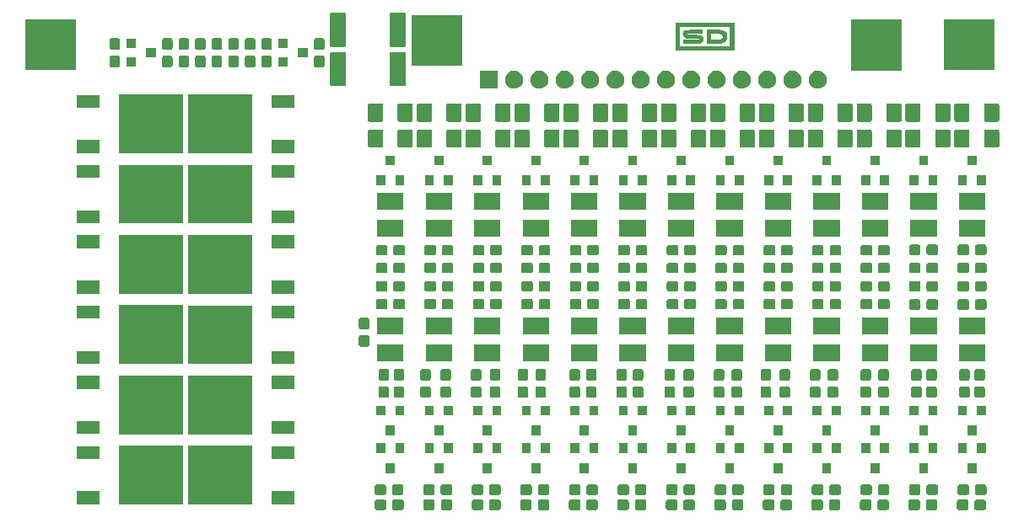
<source format=gbr>
G04 #@! TF.GenerationSoftware,KiCad,Pcbnew,(5.1.5)-3*
G04 #@! TF.CreationDate,2020-03-16T20:43:13+08:00*
G04 #@! TF.ProjectId,sd04,73643034-2e6b-4696-9361-645f70636258,v0.2*
G04 #@! TF.SameCoordinates,PX3e41030PY7464a18*
G04 #@! TF.FileFunction,Soldermask,Top*
G04 #@! TF.FilePolarity,Negative*
%FSLAX46Y46*%
G04 Gerber Fmt 4.6, Leading zero omitted, Abs format (unit mm)*
G04 Created by KiCad (PCBNEW (5.1.5)-3) date 2020-03-16 20:43:13*
%MOMM*%
%LPD*%
G04 APERTURE LIST*
%ADD10C,0.010000*%
%ADD11C,0.100000*%
G04 APERTURE END LIST*
D10*
G36*
X70452552Y48577172D02*
G01*
X70620340Y48575913D01*
X70751446Y48573311D01*
X70852929Y48568954D01*
X70931847Y48562430D01*
X70995257Y48553326D01*
X71050217Y48541232D01*
X71098274Y48527453D01*
X71274878Y48452657D01*
X71408796Y48350542D01*
X71500748Y48220181D01*
X71551456Y48060648D01*
X71562809Y47929800D01*
X71544041Y47745958D01*
X71483775Y47591294D01*
X71381730Y47465427D01*
X71237626Y47367978D01*
X71109493Y47315789D01*
X71059819Y47302619D01*
X70996175Y47291957D01*
X70912379Y47283416D01*
X70802248Y47276609D01*
X70659599Y47271150D01*
X70478250Y47266654D01*
X70262750Y47262895D01*
X69545200Y47252012D01*
X69545200Y47608622D01*
X69926200Y47608622D01*
X70453250Y47616811D01*
X70633527Y47620067D01*
X70770270Y47623930D01*
X70870748Y47629075D01*
X70942224Y47636178D01*
X70991968Y47645914D01*
X71027244Y47658958D01*
X71049970Y47672254D01*
X71117266Y47745948D01*
X71155742Y47846004D01*
X71164089Y47956246D01*
X71140996Y48060497D01*
X71087861Y48140090D01*
X71037966Y48175931D01*
X70970048Y48203284D01*
X70877723Y48223088D01*
X70754607Y48236285D01*
X70594316Y48243815D01*
X70390465Y48246618D01*
X70364350Y48246680D01*
X69926200Y48247300D01*
X69926200Y47608622D01*
X69545200Y47608622D01*
X69545200Y48577500D01*
X70241024Y48577500D01*
X70452552Y48577172D01*
G37*
X70452552Y48577172D02*
X70620340Y48575913D01*
X70751446Y48573311D01*
X70852929Y48568954D01*
X70931847Y48562430D01*
X70995257Y48553326D01*
X71050217Y48541232D01*
X71098274Y48527453D01*
X71274878Y48452657D01*
X71408796Y48350542D01*
X71500748Y48220181D01*
X71551456Y48060648D01*
X71562809Y47929800D01*
X71544041Y47745958D01*
X71483775Y47591294D01*
X71381730Y47465427D01*
X71237626Y47367978D01*
X71109493Y47315789D01*
X71059819Y47302619D01*
X70996175Y47291957D01*
X70912379Y47283416D01*
X70802248Y47276609D01*
X70659599Y47271150D01*
X70478250Y47266654D01*
X70262750Y47262895D01*
X69545200Y47252012D01*
X69545200Y47608622D01*
X69926200Y47608622D01*
X70453250Y47616811D01*
X70633527Y47620067D01*
X70770270Y47623930D01*
X70870748Y47629075D01*
X70942224Y47636178D01*
X70991968Y47645914D01*
X71027244Y47658958D01*
X71049970Y47672254D01*
X71117266Y47745948D01*
X71155742Y47846004D01*
X71164089Y47956246D01*
X71140996Y48060497D01*
X71087861Y48140090D01*
X71037966Y48175931D01*
X70970048Y48203284D01*
X70877723Y48223088D01*
X70754607Y48236285D01*
X70594316Y48243815D01*
X70390465Y48246618D01*
X70364350Y48246680D01*
X69926200Y48247300D01*
X69926200Y47608622D01*
X69545200Y47608622D01*
X69545200Y48577500D01*
X70241024Y48577500D01*
X70452552Y48577172D01*
G36*
X72288400Y46545500D02*
G01*
X66446400Y46545500D01*
X66446400Y48933100D01*
X66827400Y48933100D01*
X66827400Y46926500D01*
X71907400Y46926500D01*
X71907400Y48933100D01*
X66827400Y48933100D01*
X66446400Y48933100D01*
X66446400Y49314100D01*
X72288400Y49314100D01*
X72288400Y46545500D01*
G37*
X72288400Y46545500D02*
X66446400Y46545500D01*
X66446400Y48933100D01*
X66827400Y48933100D01*
X66827400Y46926500D01*
X71907400Y46926500D01*
X71907400Y48933100D01*
X66827400Y48933100D01*
X66446400Y48933100D01*
X66446400Y49314100D01*
X72288400Y49314100D01*
X72288400Y46545500D01*
G36*
X69113400Y48247300D02*
G01*
X68395850Y48246954D01*
X68207283Y48246335D01*
X68033186Y48244761D01*
X67880651Y48242376D01*
X67756775Y48239324D01*
X67668652Y48235746D01*
X67623377Y48231788D01*
X67621150Y48231291D01*
X67573628Y48198344D01*
X67564000Y48155922D01*
X67582145Y48102252D01*
X67621150Y48082805D01*
X67661985Y48078865D01*
X67745783Y48074850D01*
X67864710Y48070991D01*
X68010929Y48067517D01*
X68176606Y48064658D01*
X68287900Y48063271D01*
X68484147Y48060791D01*
X68636524Y48057678D01*
X68751961Y48053407D01*
X68837388Y48047448D01*
X68899734Y48039275D01*
X68945930Y48028360D01*
X68982905Y48014176D01*
X68992349Y48009646D01*
X69098261Y47930962D01*
X69164602Y47821500D01*
X69189378Y47684667D01*
X69189505Y47672802D01*
X69168622Y47534479D01*
X69105135Y47423325D01*
X68997434Y47336676D01*
X68981046Y47327575D01*
X68949432Y47311525D01*
X68917276Y47298662D01*
X68878703Y47288564D01*
X68827834Y47280812D01*
X68758792Y47274985D01*
X68665700Y47270662D01*
X68542679Y47267423D01*
X68383852Y47264848D01*
X68183343Y47262516D01*
X68052950Y47261183D01*
X67233800Y47252965D01*
X67233800Y47611566D01*
X68795900Y47625000D01*
X68795900Y47752000D01*
X68135500Y47764777D01*
X67933576Y47768918D01*
X67775725Y47772990D01*
X67655224Y47777595D01*
X67565351Y47783333D01*
X67499382Y47790806D01*
X67450595Y47800616D01*
X67412267Y47813364D01*
X67377675Y47829651D01*
X67371029Y47833164D01*
X67266007Y47906320D01*
X67202589Y47996380D01*
X67174345Y48114369D01*
X67171420Y48175508D01*
X67185884Y48307050D01*
X67235999Y48408658D01*
X67328340Y48491925D01*
X67363455Y48514000D01*
X67389896Y48527985D01*
X67420476Y48539240D01*
X67460872Y48548126D01*
X67516762Y48555005D01*
X67593821Y48560237D01*
X67697729Y48564185D01*
X67834161Y48567209D01*
X68008796Y48569672D01*
X68227310Y48571933D01*
X68281550Y48572437D01*
X69113400Y48580074D01*
X69113400Y48247300D01*
G37*
X69113400Y48247300D02*
X68395850Y48246954D01*
X68207283Y48246335D01*
X68033186Y48244761D01*
X67880651Y48242376D01*
X67756775Y48239324D01*
X67668652Y48235746D01*
X67623377Y48231788D01*
X67621150Y48231291D01*
X67573628Y48198344D01*
X67564000Y48155922D01*
X67582145Y48102252D01*
X67621150Y48082805D01*
X67661985Y48078865D01*
X67745783Y48074850D01*
X67864710Y48070991D01*
X68010929Y48067517D01*
X68176606Y48064658D01*
X68287900Y48063271D01*
X68484147Y48060791D01*
X68636524Y48057678D01*
X68751961Y48053407D01*
X68837388Y48047448D01*
X68899734Y48039275D01*
X68945930Y48028360D01*
X68982905Y48014176D01*
X68992349Y48009646D01*
X69098261Y47930962D01*
X69164602Y47821500D01*
X69189378Y47684667D01*
X69189505Y47672802D01*
X69168622Y47534479D01*
X69105135Y47423325D01*
X68997434Y47336676D01*
X68981046Y47327575D01*
X68949432Y47311525D01*
X68917276Y47298662D01*
X68878703Y47288564D01*
X68827834Y47280812D01*
X68758792Y47274985D01*
X68665700Y47270662D01*
X68542679Y47267423D01*
X68383852Y47264848D01*
X68183343Y47262516D01*
X68052950Y47261183D01*
X67233800Y47252965D01*
X67233800Y47611566D01*
X68795900Y47625000D01*
X68795900Y47752000D01*
X68135500Y47764777D01*
X67933576Y47768918D01*
X67775725Y47772990D01*
X67655224Y47777595D01*
X67565351Y47783333D01*
X67499382Y47790806D01*
X67450595Y47800616D01*
X67412267Y47813364D01*
X67377675Y47829651D01*
X67371029Y47833164D01*
X67266007Y47906320D01*
X67202589Y47996380D01*
X67174345Y48114369D01*
X67171420Y48175508D01*
X67185884Y48307050D01*
X67235999Y48408658D01*
X67328340Y48491925D01*
X67363455Y48514000D01*
X67389896Y48527985D01*
X67420476Y48539240D01*
X67460872Y48548126D01*
X67516762Y48555005D01*
X67593821Y48560237D01*
X67697729Y48564185D01*
X67834161Y48567209D01*
X68008796Y48569672D01*
X68227310Y48571933D01*
X68281550Y48572437D01*
X69113400Y48580074D01*
X69113400Y48247300D01*
D11*
G36*
X53602996Y1347055D02*
G01*
X53640492Y1335680D01*
X53675051Y1317208D01*
X53705344Y1292347D01*
X53730205Y1262054D01*
X53748677Y1227495D01*
X53760052Y1189999D01*
X53764497Y1144862D01*
X53764497Y506138D01*
X53760052Y461001D01*
X53748677Y423505D01*
X53730205Y388946D01*
X53705344Y358653D01*
X53675051Y333792D01*
X53640492Y315320D01*
X53602996Y303945D01*
X53557859Y299500D01*
X52819135Y299500D01*
X52773998Y303945D01*
X52736502Y315320D01*
X52701943Y333792D01*
X52671650Y358653D01*
X52646789Y388946D01*
X52628317Y423505D01*
X52616942Y461001D01*
X52612497Y506138D01*
X52612497Y1144862D01*
X52616942Y1189999D01*
X52628317Y1227495D01*
X52646789Y1262054D01*
X52671650Y1292347D01*
X52701943Y1317208D01*
X52736502Y1335680D01*
X52773998Y1347055D01*
X52819135Y1351500D01*
X53557859Y1351500D01*
X53602996Y1347055D01*
G37*
G36*
X81069990Y1347055D02*
G01*
X81107486Y1335680D01*
X81142045Y1317208D01*
X81172338Y1292347D01*
X81197199Y1262054D01*
X81215671Y1227495D01*
X81227046Y1189999D01*
X81231491Y1144862D01*
X81231491Y506138D01*
X81227046Y461001D01*
X81215671Y423505D01*
X81197199Y388946D01*
X81172338Y358653D01*
X81142045Y333792D01*
X81107486Y315320D01*
X81069990Y303945D01*
X81024853Y299500D01*
X80286129Y299500D01*
X80240992Y303945D01*
X80203496Y315320D01*
X80168937Y333792D01*
X80138644Y358653D01*
X80113783Y388946D01*
X80095311Y423505D01*
X80083936Y461001D01*
X80079491Y506138D01*
X80079491Y1144862D01*
X80083936Y1189999D01*
X80095311Y1227495D01*
X80113783Y1262054D01*
X80138644Y1292347D01*
X80168937Y1317208D01*
X80203496Y1335680D01*
X80240992Y1347055D01*
X80286129Y1351500D01*
X81024853Y1351500D01*
X81069990Y1347055D01*
G37*
G36*
X46983497Y1347055D02*
G01*
X47020993Y1335680D01*
X47055552Y1317208D01*
X47085845Y1292347D01*
X47110706Y1262054D01*
X47129178Y1227495D01*
X47140553Y1189999D01*
X47144998Y1144862D01*
X47144998Y506138D01*
X47140553Y461001D01*
X47129178Y423505D01*
X47110706Y388946D01*
X47085845Y358653D01*
X47055552Y333792D01*
X47020993Y315320D01*
X46983497Y303945D01*
X46938360Y299500D01*
X46199636Y299500D01*
X46154499Y303945D01*
X46117003Y315320D01*
X46082444Y333792D01*
X46052151Y358653D01*
X46027290Y388946D01*
X46008818Y423505D01*
X45997443Y461001D01*
X45992998Y506138D01*
X45992998Y1144862D01*
X45997443Y1189999D01*
X46008818Y1227495D01*
X46027290Y1262054D01*
X46052151Y1292347D01*
X46082444Y1317208D01*
X46117003Y1335680D01*
X46154499Y1347055D01*
X46199636Y1351500D01*
X46938360Y1351500D01*
X46983497Y1347055D01*
G37*
G36*
X48733497Y1347055D02*
G01*
X48770993Y1335680D01*
X48805552Y1317208D01*
X48835845Y1292347D01*
X48860706Y1262054D01*
X48879178Y1227495D01*
X48890553Y1189999D01*
X48894998Y1144862D01*
X48894998Y506138D01*
X48890553Y461001D01*
X48879178Y423505D01*
X48860706Y388946D01*
X48835845Y358653D01*
X48805552Y333792D01*
X48770993Y315320D01*
X48733497Y303945D01*
X48688360Y299500D01*
X47949636Y299500D01*
X47904499Y303945D01*
X47867003Y315320D01*
X47832444Y333792D01*
X47802151Y358653D01*
X47777290Y388946D01*
X47758818Y423505D01*
X47747443Y461001D01*
X47742998Y506138D01*
X47742998Y1144862D01*
X47747443Y1189999D01*
X47758818Y1227495D01*
X47777290Y1262054D01*
X47802151Y1292347D01*
X47832444Y1317208D01*
X47867003Y1335680D01*
X47904499Y1347055D01*
X47949636Y1351500D01*
X48688360Y1351500D01*
X48733497Y1347055D01*
G37*
G36*
X42113998Y1347055D02*
G01*
X42151494Y1335680D01*
X42186053Y1317208D01*
X42216346Y1292347D01*
X42241207Y1262054D01*
X42259679Y1227495D01*
X42271054Y1189999D01*
X42275499Y1144862D01*
X42275499Y506138D01*
X42271054Y461001D01*
X42259679Y423505D01*
X42241207Y388946D01*
X42216346Y358653D01*
X42186053Y333792D01*
X42151494Y315320D01*
X42113998Y303945D01*
X42068861Y299500D01*
X41330137Y299500D01*
X41285000Y303945D01*
X41247504Y315320D01*
X41212945Y333792D01*
X41182652Y358653D01*
X41157791Y388946D01*
X41139319Y423505D01*
X41127944Y461001D01*
X41123499Y506138D01*
X41123499Y1144862D01*
X41127944Y1189999D01*
X41139319Y1227495D01*
X41157791Y1262054D01*
X41182652Y1292347D01*
X41212945Y1317208D01*
X41247504Y1335680D01*
X41285000Y1347055D01*
X41330137Y1351500D01*
X42068861Y1351500D01*
X42113998Y1347055D01*
G37*
G36*
X43863998Y1347055D02*
G01*
X43901494Y1335680D01*
X43936053Y1317208D01*
X43966346Y1292347D01*
X43991207Y1262054D01*
X44009679Y1227495D01*
X44021054Y1189999D01*
X44025499Y1144862D01*
X44025499Y506138D01*
X44021054Y461001D01*
X44009679Y423505D01*
X43991207Y388946D01*
X43966346Y358653D01*
X43936053Y333792D01*
X43901494Y315320D01*
X43863998Y303945D01*
X43818861Y299500D01*
X43080137Y299500D01*
X43035000Y303945D01*
X42997504Y315320D01*
X42962945Y333792D01*
X42932652Y358653D01*
X42907791Y388946D01*
X42889319Y423505D01*
X42877944Y461001D01*
X42873499Y506138D01*
X42873499Y1144862D01*
X42877944Y1189999D01*
X42889319Y1227495D01*
X42907791Y1262054D01*
X42932652Y1292347D01*
X42962945Y1317208D01*
X42997504Y1335680D01*
X43035000Y1347055D01*
X43080137Y1351500D01*
X43818861Y1351500D01*
X43863998Y1347055D01*
G37*
G36*
X37244499Y1347055D02*
G01*
X37281995Y1335680D01*
X37316554Y1317208D01*
X37346847Y1292347D01*
X37371708Y1262054D01*
X37390180Y1227495D01*
X37401555Y1189999D01*
X37406000Y1144862D01*
X37406000Y506138D01*
X37401555Y461001D01*
X37390180Y423505D01*
X37371708Y388946D01*
X37346847Y358653D01*
X37316554Y333792D01*
X37281995Y315320D01*
X37244499Y303945D01*
X37199362Y299500D01*
X36460638Y299500D01*
X36415501Y303945D01*
X36378005Y315320D01*
X36343446Y333792D01*
X36313153Y358653D01*
X36288292Y388946D01*
X36269820Y423505D01*
X36258445Y461001D01*
X36254000Y506138D01*
X36254000Y1144862D01*
X36258445Y1189999D01*
X36269820Y1227495D01*
X36288292Y1262054D01*
X36313153Y1292347D01*
X36343446Y1317208D01*
X36378005Y1335680D01*
X36415501Y1347055D01*
X36460638Y1351500D01*
X37199362Y1351500D01*
X37244499Y1347055D01*
G37*
G36*
X38994499Y1347055D02*
G01*
X39031995Y1335680D01*
X39066554Y1317208D01*
X39096847Y1292347D01*
X39121708Y1262054D01*
X39140180Y1227495D01*
X39151555Y1189999D01*
X39156000Y1144862D01*
X39156000Y506138D01*
X39151555Y461001D01*
X39140180Y423505D01*
X39121708Y388946D01*
X39096847Y358653D01*
X39066554Y333792D01*
X39031995Y315320D01*
X38994499Y303945D01*
X38949362Y299500D01*
X38210638Y299500D01*
X38165501Y303945D01*
X38128005Y315320D01*
X38093446Y333792D01*
X38063153Y358653D01*
X38038292Y388946D01*
X38019820Y423505D01*
X38008445Y461001D01*
X38004000Y506138D01*
X38004000Y1144862D01*
X38008445Y1189999D01*
X38019820Y1227495D01*
X38038292Y1262054D01*
X38063153Y1292347D01*
X38093446Y1317208D01*
X38128005Y1335680D01*
X38165501Y1347055D01*
X38210638Y1351500D01*
X38949362Y1351500D01*
X38994499Y1347055D01*
G37*
G36*
X97428491Y1347055D02*
G01*
X97465987Y1335680D01*
X97500546Y1317208D01*
X97530839Y1292347D01*
X97555700Y1262054D01*
X97574172Y1227495D01*
X97585547Y1189999D01*
X97589992Y1144862D01*
X97589992Y506138D01*
X97585547Y461001D01*
X97574172Y423505D01*
X97555700Y388946D01*
X97530839Y358653D01*
X97500546Y333792D01*
X97465987Y315320D01*
X97428491Y303945D01*
X97383354Y299500D01*
X96644630Y299500D01*
X96599493Y303945D01*
X96561997Y315320D01*
X96527438Y333792D01*
X96497145Y358653D01*
X96472284Y388946D01*
X96453812Y423505D01*
X96442437Y461001D01*
X96437992Y506138D01*
X96437992Y1144862D01*
X96442437Y1189999D01*
X96453812Y1227495D01*
X96472284Y1262054D01*
X96497145Y1292347D01*
X96527438Y1317208D01*
X96561997Y1335680D01*
X96599493Y1347055D01*
X96644630Y1351500D01*
X97383354Y1351500D01*
X97428491Y1347055D01*
G37*
G36*
X90808988Y1347055D02*
G01*
X90846484Y1335680D01*
X90881043Y1317208D01*
X90911336Y1292347D01*
X90936197Y1262054D01*
X90954669Y1227495D01*
X90966044Y1189999D01*
X90970489Y1144862D01*
X90970489Y506138D01*
X90966044Y461001D01*
X90954669Y423505D01*
X90936197Y388946D01*
X90911336Y358653D01*
X90881043Y333792D01*
X90846484Y315320D01*
X90808988Y303945D01*
X90763851Y299500D01*
X90025127Y299500D01*
X89979990Y303945D01*
X89942494Y315320D01*
X89907935Y333792D01*
X89877642Y358653D01*
X89852781Y388946D01*
X89834309Y423505D01*
X89822934Y461001D01*
X89818489Y506138D01*
X89818489Y1144862D01*
X89822934Y1189999D01*
X89834309Y1227495D01*
X89852781Y1262054D01*
X89877642Y1292347D01*
X89907935Y1317208D01*
X89942494Y1335680D01*
X89979990Y1347055D01*
X90025127Y1351500D01*
X90763851Y1351500D01*
X90808988Y1347055D01*
G37*
G36*
X92558988Y1347055D02*
G01*
X92596484Y1335680D01*
X92631043Y1317208D01*
X92661336Y1292347D01*
X92686197Y1262054D01*
X92704669Y1227495D01*
X92716044Y1189999D01*
X92720489Y1144862D01*
X92720489Y506138D01*
X92716044Y461001D01*
X92704669Y423505D01*
X92686197Y388946D01*
X92661336Y358653D01*
X92631043Y333792D01*
X92596484Y315320D01*
X92558988Y303945D01*
X92513851Y299500D01*
X91775127Y299500D01*
X91729990Y303945D01*
X91692494Y315320D01*
X91657935Y333792D01*
X91627642Y358653D01*
X91602781Y388946D01*
X91584309Y423505D01*
X91572934Y461001D01*
X91568489Y506138D01*
X91568489Y1144862D01*
X91572934Y1189999D01*
X91584309Y1227495D01*
X91602781Y1262054D01*
X91627642Y1292347D01*
X91657935Y1317208D01*
X91692494Y1335680D01*
X91729990Y1347055D01*
X91775127Y1351500D01*
X92513851Y1351500D01*
X92558988Y1347055D01*
G37*
G36*
X85939489Y1347055D02*
G01*
X85976985Y1335680D01*
X86011544Y1317208D01*
X86041837Y1292347D01*
X86066698Y1262054D01*
X86085170Y1227495D01*
X86096545Y1189999D01*
X86100990Y1144862D01*
X86100990Y506138D01*
X86096545Y461001D01*
X86085170Y423505D01*
X86066698Y388946D01*
X86041837Y358653D01*
X86011544Y333792D01*
X85976985Y315320D01*
X85939489Y303945D01*
X85894352Y299500D01*
X85155628Y299500D01*
X85110491Y303945D01*
X85072995Y315320D01*
X85038436Y333792D01*
X85008143Y358653D01*
X84983282Y388946D01*
X84964810Y423505D01*
X84953435Y461001D01*
X84948990Y506138D01*
X84948990Y1144862D01*
X84953435Y1189999D01*
X84964810Y1227495D01*
X84983282Y1262054D01*
X85008143Y1292347D01*
X85038436Y1317208D01*
X85072995Y1335680D01*
X85110491Y1347055D01*
X85155628Y1351500D01*
X85894352Y1351500D01*
X85939489Y1347055D01*
G37*
G36*
X87689489Y1347055D02*
G01*
X87726985Y1335680D01*
X87761544Y1317208D01*
X87791837Y1292347D01*
X87816698Y1262054D01*
X87835170Y1227495D01*
X87846545Y1189999D01*
X87850990Y1144862D01*
X87850990Y506138D01*
X87846545Y461001D01*
X87835170Y423505D01*
X87816698Y388946D01*
X87791837Y358653D01*
X87761544Y333792D01*
X87726985Y315320D01*
X87689489Y303945D01*
X87644352Y299500D01*
X86905628Y299500D01*
X86860491Y303945D01*
X86822995Y315320D01*
X86788436Y333792D01*
X86758143Y358653D01*
X86733282Y388946D01*
X86714810Y423505D01*
X86703435Y461001D01*
X86698990Y506138D01*
X86698990Y1144862D01*
X86703435Y1189999D01*
X86714810Y1227495D01*
X86733282Y1262054D01*
X86758143Y1292347D01*
X86788436Y1317208D01*
X86822995Y1335680D01*
X86860491Y1347055D01*
X86905628Y1351500D01*
X87644352Y1351500D01*
X87689489Y1347055D01*
G37*
G36*
X95678491Y1347055D02*
G01*
X95715987Y1335680D01*
X95750546Y1317208D01*
X95780839Y1292347D01*
X95805700Y1262054D01*
X95824172Y1227495D01*
X95835547Y1189999D01*
X95839992Y1144862D01*
X95839992Y506138D01*
X95835547Y461001D01*
X95824172Y423505D01*
X95805700Y388946D01*
X95780839Y358653D01*
X95750546Y333792D01*
X95715987Y315320D01*
X95678491Y303945D01*
X95633354Y299500D01*
X94894630Y299500D01*
X94849493Y303945D01*
X94811997Y315320D01*
X94777438Y333792D01*
X94747145Y358653D01*
X94722284Y388946D01*
X94703812Y423505D01*
X94692437Y461001D01*
X94687992Y506138D01*
X94687992Y1144862D01*
X94692437Y1189999D01*
X94703812Y1227495D01*
X94722284Y1262054D01*
X94747145Y1292347D01*
X94777438Y1317208D01*
X94811997Y1335680D01*
X94849493Y1347055D01*
X94894630Y1351500D01*
X95633354Y1351500D01*
X95678491Y1347055D01*
G37*
G36*
X76200491Y1347055D02*
G01*
X76237987Y1335680D01*
X76272546Y1317208D01*
X76302839Y1292347D01*
X76327700Y1262054D01*
X76346172Y1227495D01*
X76357547Y1189999D01*
X76361992Y1144862D01*
X76361992Y506138D01*
X76357547Y461001D01*
X76346172Y423505D01*
X76327700Y388946D01*
X76302839Y358653D01*
X76272546Y333792D01*
X76237987Y315320D01*
X76200491Y303945D01*
X76155354Y299500D01*
X75416630Y299500D01*
X75371493Y303945D01*
X75333997Y315320D01*
X75299438Y333792D01*
X75269145Y358653D01*
X75244284Y388946D01*
X75225812Y423505D01*
X75214437Y461001D01*
X75209992Y506138D01*
X75209992Y1144862D01*
X75214437Y1189999D01*
X75225812Y1227495D01*
X75244284Y1262054D01*
X75269145Y1292347D01*
X75299438Y1317208D01*
X75333997Y1335680D01*
X75371493Y1347055D01*
X75416630Y1351500D01*
X76155354Y1351500D01*
X76200491Y1347055D01*
G37*
G36*
X82819990Y1347055D02*
G01*
X82857486Y1335680D01*
X82892045Y1317208D01*
X82922338Y1292347D01*
X82947199Y1262054D01*
X82965671Y1227495D01*
X82977046Y1189999D01*
X82981491Y1144862D01*
X82981491Y506138D01*
X82977046Y461001D01*
X82965671Y423505D01*
X82947199Y388946D01*
X82922338Y358653D01*
X82892045Y333792D01*
X82857486Y315320D01*
X82819990Y303945D01*
X82774853Y299500D01*
X82036129Y299500D01*
X81990992Y303945D01*
X81953496Y315320D01*
X81918937Y333792D01*
X81888644Y358653D01*
X81863783Y388946D01*
X81845311Y423505D01*
X81833936Y461001D01*
X81829491Y506138D01*
X81829491Y1144862D01*
X81833936Y1189999D01*
X81845311Y1227495D01*
X81863783Y1262054D01*
X81888644Y1292347D01*
X81918937Y1317208D01*
X81953496Y1335680D01*
X81990992Y1347055D01*
X82036129Y1351500D01*
X82774853Y1351500D01*
X82819990Y1347055D01*
G37*
G36*
X51852996Y1347055D02*
G01*
X51890492Y1335680D01*
X51925051Y1317208D01*
X51955344Y1292347D01*
X51980205Y1262054D01*
X51998677Y1227495D01*
X52010052Y1189999D01*
X52014497Y1144862D01*
X52014497Y506138D01*
X52010052Y461001D01*
X51998677Y423505D01*
X51980205Y388946D01*
X51955344Y358653D01*
X51925051Y333792D01*
X51890492Y315320D01*
X51852996Y303945D01*
X51807859Y299500D01*
X51069135Y299500D01*
X51023998Y303945D01*
X50986502Y315320D01*
X50951943Y333792D01*
X50921650Y358653D01*
X50896789Y388946D01*
X50878317Y423505D01*
X50866942Y461001D01*
X50862497Y506138D01*
X50862497Y1144862D01*
X50866942Y1189999D01*
X50878317Y1227495D01*
X50896789Y1262054D01*
X50921650Y1292347D01*
X50951943Y1317208D01*
X50986502Y1335680D01*
X51023998Y1347055D01*
X51069135Y1351500D01*
X51807859Y1351500D01*
X51852996Y1347055D01*
G37*
G36*
X58472495Y1347055D02*
G01*
X58509991Y1335680D01*
X58544550Y1317208D01*
X58574843Y1292347D01*
X58599704Y1262054D01*
X58618176Y1227495D01*
X58629551Y1189999D01*
X58633996Y1144862D01*
X58633996Y506138D01*
X58629551Y461001D01*
X58618176Y423505D01*
X58599704Y388946D01*
X58574843Y358653D01*
X58544550Y333792D01*
X58509991Y315320D01*
X58472495Y303945D01*
X58427358Y299500D01*
X57688634Y299500D01*
X57643497Y303945D01*
X57606001Y315320D01*
X57571442Y333792D01*
X57541149Y358653D01*
X57516288Y388946D01*
X57497816Y423505D01*
X57486441Y461001D01*
X57481996Y506138D01*
X57481996Y1144862D01*
X57486441Y1189999D01*
X57497816Y1227495D01*
X57516288Y1262054D01*
X57541149Y1292347D01*
X57571442Y1317208D01*
X57606001Y1335680D01*
X57643497Y1347055D01*
X57688634Y1351500D01*
X58427358Y1351500D01*
X58472495Y1347055D01*
G37*
G36*
X56722495Y1347055D02*
G01*
X56759991Y1335680D01*
X56794550Y1317208D01*
X56824843Y1292347D01*
X56849704Y1262054D01*
X56868176Y1227495D01*
X56879551Y1189999D01*
X56883996Y1144862D01*
X56883996Y506138D01*
X56879551Y461001D01*
X56868176Y423505D01*
X56849704Y388946D01*
X56824843Y358653D01*
X56794550Y333792D01*
X56759991Y315320D01*
X56722495Y303945D01*
X56677358Y299500D01*
X55938634Y299500D01*
X55893497Y303945D01*
X55856001Y315320D01*
X55821442Y333792D01*
X55791149Y358653D01*
X55766288Y388946D01*
X55747816Y423505D01*
X55736441Y461001D01*
X55731996Y506138D01*
X55731996Y1144862D01*
X55736441Y1189999D01*
X55747816Y1227495D01*
X55766288Y1262054D01*
X55791149Y1292347D01*
X55821442Y1317208D01*
X55856001Y1335680D01*
X55893497Y1347055D01*
X55938634Y1351500D01*
X56677358Y1351500D01*
X56722495Y1347055D01*
G37*
G36*
X63341994Y1347055D02*
G01*
X63379490Y1335680D01*
X63414049Y1317208D01*
X63444342Y1292347D01*
X63469203Y1262054D01*
X63487675Y1227495D01*
X63499050Y1189999D01*
X63503495Y1144862D01*
X63503495Y506138D01*
X63499050Y461001D01*
X63487675Y423505D01*
X63469203Y388946D01*
X63444342Y358653D01*
X63414049Y333792D01*
X63379490Y315320D01*
X63341994Y303945D01*
X63296857Y299500D01*
X62558133Y299500D01*
X62512996Y303945D01*
X62475500Y315320D01*
X62440941Y333792D01*
X62410648Y358653D01*
X62385787Y388946D01*
X62367315Y423505D01*
X62355940Y461001D01*
X62351495Y506138D01*
X62351495Y1144862D01*
X62355940Y1189999D01*
X62367315Y1227495D01*
X62385787Y1262054D01*
X62410648Y1292347D01*
X62440941Y1317208D01*
X62475500Y1335680D01*
X62512996Y1347055D01*
X62558133Y1351500D01*
X63296857Y1351500D01*
X63341994Y1347055D01*
G37*
G36*
X61591994Y1347055D02*
G01*
X61629490Y1335680D01*
X61664049Y1317208D01*
X61694342Y1292347D01*
X61719203Y1262054D01*
X61737675Y1227495D01*
X61749050Y1189999D01*
X61753495Y1144862D01*
X61753495Y506138D01*
X61749050Y461001D01*
X61737675Y423505D01*
X61719203Y388946D01*
X61694342Y358653D01*
X61664049Y333792D01*
X61629490Y315320D01*
X61591994Y303945D01*
X61546857Y299500D01*
X60808133Y299500D01*
X60762996Y303945D01*
X60725500Y315320D01*
X60690941Y333792D01*
X60660648Y358653D01*
X60635787Y388946D01*
X60617315Y423505D01*
X60605940Y461001D01*
X60601495Y506138D01*
X60601495Y1144862D01*
X60605940Y1189999D01*
X60617315Y1227495D01*
X60635787Y1262054D01*
X60660648Y1292347D01*
X60690941Y1317208D01*
X60725500Y1335680D01*
X60762996Y1347055D01*
X60808133Y1351500D01*
X61546857Y1351500D01*
X61591994Y1347055D01*
G37*
G36*
X66461493Y1347055D02*
G01*
X66498989Y1335680D01*
X66533548Y1317208D01*
X66563841Y1292347D01*
X66588702Y1262054D01*
X66607174Y1227495D01*
X66618549Y1189999D01*
X66622994Y1144862D01*
X66622994Y506138D01*
X66618549Y461001D01*
X66607174Y423505D01*
X66588702Y388946D01*
X66563841Y358653D01*
X66533548Y333792D01*
X66498989Y315320D01*
X66461493Y303945D01*
X66416356Y299500D01*
X65677632Y299500D01*
X65632495Y303945D01*
X65594999Y315320D01*
X65560440Y333792D01*
X65530147Y358653D01*
X65505286Y388946D01*
X65486814Y423505D01*
X65475439Y461001D01*
X65470994Y506138D01*
X65470994Y1144862D01*
X65475439Y1189999D01*
X65486814Y1227495D01*
X65505286Y1262054D01*
X65530147Y1292347D01*
X65560440Y1317208D01*
X65594999Y1335680D01*
X65632495Y1347055D01*
X65677632Y1351500D01*
X66416356Y1351500D01*
X66461493Y1347055D01*
G37*
G36*
X73080992Y1347055D02*
G01*
X73118488Y1335680D01*
X73153047Y1317208D01*
X73183340Y1292347D01*
X73208201Y1262054D01*
X73226673Y1227495D01*
X73238048Y1189999D01*
X73242493Y1144862D01*
X73242493Y506138D01*
X73238048Y461001D01*
X73226673Y423505D01*
X73208201Y388946D01*
X73183340Y358653D01*
X73153047Y333792D01*
X73118488Y315320D01*
X73080992Y303945D01*
X73035855Y299500D01*
X72297131Y299500D01*
X72251994Y303945D01*
X72214498Y315320D01*
X72179939Y333792D01*
X72149646Y358653D01*
X72124785Y388946D01*
X72106313Y423505D01*
X72094938Y461001D01*
X72090493Y506138D01*
X72090493Y1144862D01*
X72094938Y1189999D01*
X72106313Y1227495D01*
X72124785Y1262054D01*
X72149646Y1292347D01*
X72179939Y1317208D01*
X72214498Y1335680D01*
X72251994Y1347055D01*
X72297131Y1351500D01*
X73035855Y1351500D01*
X73080992Y1347055D01*
G37*
G36*
X71330992Y1347055D02*
G01*
X71368488Y1335680D01*
X71403047Y1317208D01*
X71433340Y1292347D01*
X71458201Y1262054D01*
X71476673Y1227495D01*
X71488048Y1189999D01*
X71492493Y1144862D01*
X71492493Y506138D01*
X71488048Y461001D01*
X71476673Y423505D01*
X71458201Y388946D01*
X71433340Y358653D01*
X71403047Y333792D01*
X71368488Y315320D01*
X71330992Y303945D01*
X71285855Y299500D01*
X70547131Y299500D01*
X70501994Y303945D01*
X70464498Y315320D01*
X70429939Y333792D01*
X70399646Y358653D01*
X70374785Y388946D01*
X70356313Y423505D01*
X70344938Y461001D01*
X70340493Y506138D01*
X70340493Y1144862D01*
X70344938Y1189999D01*
X70356313Y1227495D01*
X70374785Y1262054D01*
X70399646Y1292347D01*
X70429939Y1317208D01*
X70464498Y1335680D01*
X70501994Y1347055D01*
X70547131Y1351500D01*
X71285855Y1351500D01*
X71330992Y1347055D01*
G37*
G36*
X77950491Y1347055D02*
G01*
X77987987Y1335680D01*
X78022546Y1317208D01*
X78052839Y1292347D01*
X78077700Y1262054D01*
X78096172Y1227495D01*
X78107547Y1189999D01*
X78111992Y1144862D01*
X78111992Y506138D01*
X78107547Y461001D01*
X78096172Y423505D01*
X78077700Y388946D01*
X78052839Y358653D01*
X78022546Y333792D01*
X77987987Y315320D01*
X77950491Y303945D01*
X77905354Y299500D01*
X77166630Y299500D01*
X77121493Y303945D01*
X77083997Y315320D01*
X77049438Y333792D01*
X77019145Y358653D01*
X76994284Y388946D01*
X76975812Y423505D01*
X76964437Y461001D01*
X76959992Y506138D01*
X76959992Y1144862D01*
X76964437Y1189999D01*
X76975812Y1227495D01*
X76994284Y1262054D01*
X77019145Y1292347D01*
X77049438Y1317208D01*
X77083997Y1335680D01*
X77121493Y1347055D01*
X77166630Y1351500D01*
X77905354Y1351500D01*
X77950491Y1347055D01*
G37*
G36*
X68211493Y1347055D02*
G01*
X68248989Y1335680D01*
X68283548Y1317208D01*
X68313841Y1292347D01*
X68338702Y1262054D01*
X68357174Y1227495D01*
X68368549Y1189999D01*
X68372994Y1144862D01*
X68372994Y506138D01*
X68368549Y461001D01*
X68357174Y423505D01*
X68338702Y388946D01*
X68313841Y358653D01*
X68283548Y333792D01*
X68248989Y315320D01*
X68211493Y303945D01*
X68166356Y299500D01*
X67427632Y299500D01*
X67382495Y303945D01*
X67344999Y315320D01*
X67310440Y333792D01*
X67280147Y358653D01*
X67255286Y388946D01*
X67236814Y423505D01*
X67225439Y461001D01*
X67220994Y506138D01*
X67220994Y1144862D01*
X67225439Y1189999D01*
X67236814Y1227495D01*
X67255286Y1262054D01*
X67280147Y1292347D01*
X67310440Y1317208D01*
X67344999Y1335680D01*
X67382495Y1347055D01*
X67427632Y1351500D01*
X68166356Y1351500D01*
X68211493Y1347055D01*
G37*
G36*
X23991500Y858000D02*
G01*
X17489500Y858000D01*
X17489500Y6760000D01*
X23991500Y6760000D01*
X23991500Y858000D01*
G37*
G36*
X17035000Y859000D02*
G01*
X10533000Y859000D01*
X10533000Y6761000D01*
X17035000Y6761000D01*
X17035000Y859000D01*
G37*
G36*
X28191500Y878000D02*
G01*
X25889500Y878000D01*
X25889500Y2180000D01*
X28191500Y2180000D01*
X28191500Y878000D01*
G37*
G36*
X8635000Y879000D02*
G01*
X6333000Y879000D01*
X6333000Y2181000D01*
X8635000Y2181000D01*
X8635000Y879000D01*
G37*
G36*
X73112617Y2864947D02*
G01*
X73150113Y2853572D01*
X73184672Y2835100D01*
X73214965Y2810239D01*
X73239826Y2779946D01*
X73258298Y2745387D01*
X73269673Y2707891D01*
X73274118Y2662754D01*
X73274118Y2024030D01*
X73269673Y1978893D01*
X73258298Y1941397D01*
X73239826Y1906838D01*
X73214965Y1876545D01*
X73184672Y1851684D01*
X73150113Y1833212D01*
X73112617Y1821837D01*
X73067480Y1817392D01*
X72328756Y1817392D01*
X72283619Y1821837D01*
X72246123Y1833212D01*
X72211564Y1851684D01*
X72181271Y1876545D01*
X72156410Y1906838D01*
X72137938Y1941397D01*
X72126563Y1978893D01*
X72122118Y2024030D01*
X72122118Y2662754D01*
X72126563Y2707891D01*
X72137938Y2745387D01*
X72156410Y2779946D01*
X72181271Y2810239D01*
X72211564Y2835100D01*
X72246123Y2853572D01*
X72283619Y2864947D01*
X72328756Y2869392D01*
X73067480Y2869392D01*
X73112617Y2864947D01*
G37*
G36*
X61610869Y2864947D02*
G01*
X61648365Y2853572D01*
X61682924Y2835100D01*
X61713217Y2810239D01*
X61738078Y2779946D01*
X61756550Y2745387D01*
X61767925Y2707891D01*
X61772370Y2662754D01*
X61772370Y2024030D01*
X61767925Y1978893D01*
X61756550Y1941397D01*
X61738078Y1906838D01*
X61713217Y1876545D01*
X61682924Y1851684D01*
X61648365Y1833212D01*
X61610869Y1821837D01*
X61565732Y1817392D01*
X60827008Y1817392D01*
X60781871Y1821837D01*
X60744375Y1833212D01*
X60709816Y1851684D01*
X60679523Y1876545D01*
X60654662Y1906838D01*
X60636190Y1941397D01*
X60624815Y1978893D01*
X60620370Y2024030D01*
X60620370Y2662754D01*
X60624815Y2707891D01*
X60636190Y2745387D01*
X60654662Y2779946D01*
X60679523Y2810239D01*
X60709816Y2835100D01*
X60744375Y2853572D01*
X60781871Y2864947D01*
X60827008Y2869392D01*
X61565732Y2869392D01*
X61610869Y2864947D01*
G37*
G36*
X66486743Y2864947D02*
G01*
X66524239Y2853572D01*
X66558798Y2835100D01*
X66589091Y2810239D01*
X66613952Y2779946D01*
X66632424Y2745387D01*
X66643799Y2707891D01*
X66648244Y2662754D01*
X66648244Y2024030D01*
X66643799Y1978893D01*
X66632424Y1941397D01*
X66613952Y1906838D01*
X66589091Y1876545D01*
X66558798Y1851684D01*
X66524239Y1833212D01*
X66486743Y1821837D01*
X66441606Y1817392D01*
X65702882Y1817392D01*
X65657745Y1821837D01*
X65620249Y1833212D01*
X65585690Y1851684D01*
X65555397Y1876545D01*
X65530536Y1906838D01*
X65512064Y1941397D01*
X65500689Y1978893D01*
X65496244Y2024030D01*
X65496244Y2662754D01*
X65500689Y2707891D01*
X65512064Y2745387D01*
X65530536Y2779946D01*
X65555397Y2810239D01*
X65585690Y2835100D01*
X65620249Y2853572D01*
X65657745Y2864947D01*
X65702882Y2869392D01*
X66441606Y2869392D01*
X66486743Y2864947D01*
G37*
G36*
X53609121Y2864947D02*
G01*
X53646617Y2853572D01*
X53681176Y2835100D01*
X53711469Y2810239D01*
X53736330Y2779946D01*
X53754802Y2745387D01*
X53766177Y2707891D01*
X53770622Y2662754D01*
X53770622Y2024030D01*
X53766177Y1978893D01*
X53754802Y1941397D01*
X53736330Y1906838D01*
X53711469Y1876545D01*
X53681176Y1851684D01*
X53646617Y1833212D01*
X53609121Y1821837D01*
X53563984Y1817392D01*
X52825260Y1817392D01*
X52780123Y1821837D01*
X52742627Y1833212D01*
X52708068Y1851684D01*
X52677775Y1876545D01*
X52652914Y1906838D01*
X52634442Y1941397D01*
X52623067Y1978893D01*
X52618622Y2024030D01*
X52618622Y2662754D01*
X52623067Y2707891D01*
X52634442Y2745387D01*
X52652914Y2779946D01*
X52677775Y2810239D01*
X52708068Y2835100D01*
X52742627Y2853572D01*
X52780123Y2864947D01*
X52825260Y2869392D01*
X53563984Y2869392D01*
X53609121Y2864947D01*
G37*
G36*
X63360869Y2864947D02*
G01*
X63398365Y2853572D01*
X63432924Y2835100D01*
X63463217Y2810239D01*
X63488078Y2779946D01*
X63506550Y2745387D01*
X63517925Y2707891D01*
X63522370Y2662754D01*
X63522370Y2024030D01*
X63517925Y1978893D01*
X63506550Y1941397D01*
X63488078Y1906838D01*
X63463217Y1876545D01*
X63432924Y1851684D01*
X63398365Y1833212D01*
X63360869Y1821837D01*
X63315732Y1817392D01*
X62577008Y1817392D01*
X62531871Y1821837D01*
X62494375Y1833212D01*
X62459816Y1851684D01*
X62429523Y1876545D01*
X62404662Y1906838D01*
X62386190Y1941397D01*
X62374815Y1978893D01*
X62370370Y2024030D01*
X62370370Y2662754D01*
X62374815Y2707891D01*
X62386190Y2745387D01*
X62404662Y2779946D01*
X62429523Y2810239D01*
X62459816Y2835100D01*
X62494375Y2853572D01*
X62531871Y2864947D01*
X62577008Y2869392D01*
X63315732Y2869392D01*
X63360869Y2864947D01*
G37*
G36*
X58484995Y2864947D02*
G01*
X58522491Y2853572D01*
X58557050Y2835100D01*
X58587343Y2810239D01*
X58612204Y2779946D01*
X58630676Y2745387D01*
X58642051Y2707891D01*
X58646496Y2662754D01*
X58646496Y2024030D01*
X58642051Y1978893D01*
X58630676Y1941397D01*
X58612204Y1906838D01*
X58587343Y1876545D01*
X58557050Y1851684D01*
X58522491Y1833212D01*
X58484995Y1821837D01*
X58439858Y1817392D01*
X57701134Y1817392D01*
X57655997Y1821837D01*
X57618501Y1833212D01*
X57583942Y1851684D01*
X57553649Y1876545D01*
X57528788Y1906838D01*
X57510316Y1941397D01*
X57498941Y1978893D01*
X57494496Y2024030D01*
X57494496Y2662754D01*
X57498941Y2707891D01*
X57510316Y2745387D01*
X57528788Y2779946D01*
X57553649Y2810239D01*
X57583942Y2835100D01*
X57618501Y2853572D01*
X57655997Y2864947D01*
X57701134Y2869392D01*
X58439858Y2869392D01*
X58484995Y2864947D01*
G37*
G36*
X51859121Y2864947D02*
G01*
X51896617Y2853572D01*
X51931176Y2835100D01*
X51961469Y2810239D01*
X51986330Y2779946D01*
X52004802Y2745387D01*
X52016177Y2707891D01*
X52020622Y2662754D01*
X52020622Y2024030D01*
X52016177Y1978893D01*
X52004802Y1941397D01*
X51986330Y1906838D01*
X51961469Y1876545D01*
X51931176Y1851684D01*
X51896617Y1833212D01*
X51859121Y1821837D01*
X51813984Y1817392D01*
X51075260Y1817392D01*
X51030123Y1821837D01*
X50992627Y1833212D01*
X50958068Y1851684D01*
X50927775Y1876545D01*
X50902914Y1906838D01*
X50884442Y1941397D01*
X50873067Y1978893D01*
X50868622Y2024030D01*
X50868622Y2662754D01*
X50873067Y2707891D01*
X50884442Y2745387D01*
X50902914Y2779946D01*
X50927775Y2810239D01*
X50958068Y2835100D01*
X50992627Y2853572D01*
X51030123Y2864947D01*
X51075260Y2869392D01*
X51813984Y2869392D01*
X51859121Y2864947D01*
G37*
G36*
X37231499Y2864947D02*
G01*
X37268995Y2853572D01*
X37303554Y2835100D01*
X37333847Y2810239D01*
X37358708Y2779946D01*
X37377180Y2745387D01*
X37388555Y2707891D01*
X37393000Y2662754D01*
X37393000Y2024030D01*
X37388555Y1978893D01*
X37377180Y1941397D01*
X37358708Y1906838D01*
X37333847Y1876545D01*
X37303554Y1851684D01*
X37268995Y1833212D01*
X37231499Y1821837D01*
X37186362Y1817392D01*
X36447638Y1817392D01*
X36402501Y1821837D01*
X36365005Y1833212D01*
X36330446Y1851684D01*
X36300153Y1876545D01*
X36275292Y1906838D01*
X36256820Y1941397D01*
X36245445Y1978893D01*
X36241000Y2024030D01*
X36241000Y2662754D01*
X36245445Y2707891D01*
X36256820Y2745387D01*
X36275292Y2779946D01*
X36300153Y2810239D01*
X36330446Y2835100D01*
X36365005Y2853572D01*
X36402501Y2864947D01*
X36447638Y2869392D01*
X37186362Y2869392D01*
X37231499Y2864947D01*
G37*
G36*
X38981499Y2864947D02*
G01*
X39018995Y2853572D01*
X39053554Y2835100D01*
X39083847Y2810239D01*
X39108708Y2779946D01*
X39127180Y2745387D01*
X39138555Y2707891D01*
X39143000Y2662754D01*
X39143000Y2024030D01*
X39138555Y1978893D01*
X39127180Y1941397D01*
X39108708Y1906838D01*
X39083847Y1876545D01*
X39053554Y1851684D01*
X39018995Y1833212D01*
X38981499Y1821837D01*
X38936362Y1817392D01*
X38197638Y1817392D01*
X38152501Y1821837D01*
X38115005Y1833212D01*
X38080446Y1851684D01*
X38050153Y1876545D01*
X38025292Y1906838D01*
X38006820Y1941397D01*
X37995445Y1978893D01*
X37991000Y2024030D01*
X37991000Y2662754D01*
X37995445Y2707891D01*
X38006820Y2745387D01*
X38025292Y2779946D01*
X38050153Y2810239D01*
X38080446Y2835100D01*
X38115005Y2853572D01*
X38152501Y2864947D01*
X38197638Y2869392D01*
X38936362Y2869392D01*
X38981499Y2864947D01*
G37*
G36*
X42107373Y2864947D02*
G01*
X42144869Y2853572D01*
X42179428Y2835100D01*
X42209721Y2810239D01*
X42234582Y2779946D01*
X42253054Y2745387D01*
X42264429Y2707891D01*
X42268874Y2662754D01*
X42268874Y2024030D01*
X42264429Y1978893D01*
X42253054Y1941397D01*
X42234582Y1906838D01*
X42209721Y1876545D01*
X42179428Y1851684D01*
X42144869Y1833212D01*
X42107373Y1821837D01*
X42062236Y1817392D01*
X41323512Y1817392D01*
X41278375Y1821837D01*
X41240879Y1833212D01*
X41206320Y1851684D01*
X41176027Y1876545D01*
X41151166Y1906838D01*
X41132694Y1941397D01*
X41121319Y1978893D01*
X41116874Y2024030D01*
X41116874Y2662754D01*
X41121319Y2707891D01*
X41132694Y2745387D01*
X41151166Y2779946D01*
X41176027Y2810239D01*
X41206320Y2835100D01*
X41240879Y2853572D01*
X41278375Y2864947D01*
X41323512Y2869392D01*
X42062236Y2869392D01*
X42107373Y2864947D01*
G37*
G36*
X43857373Y2864947D02*
G01*
X43894869Y2853572D01*
X43929428Y2835100D01*
X43959721Y2810239D01*
X43984582Y2779946D01*
X44003054Y2745387D01*
X44014429Y2707891D01*
X44018874Y2662754D01*
X44018874Y2024030D01*
X44014429Y1978893D01*
X44003054Y1941397D01*
X43984582Y1906838D01*
X43959721Y1876545D01*
X43929428Y1851684D01*
X43894869Y1833212D01*
X43857373Y1821837D01*
X43812236Y1817392D01*
X43073512Y1817392D01*
X43028375Y1821837D01*
X42990879Y1833212D01*
X42956320Y1851684D01*
X42926027Y1876545D01*
X42901166Y1906838D01*
X42882694Y1941397D01*
X42871319Y1978893D01*
X42866874Y2024030D01*
X42866874Y2662754D01*
X42871319Y2707891D01*
X42882694Y2745387D01*
X42901166Y2779946D01*
X42926027Y2810239D01*
X42956320Y2835100D01*
X42990879Y2853572D01*
X43028375Y2864947D01*
X43073512Y2869392D01*
X43812236Y2869392D01*
X43857373Y2864947D01*
G37*
G36*
X46983247Y2864947D02*
G01*
X47020743Y2853572D01*
X47055302Y2835100D01*
X47085595Y2810239D01*
X47110456Y2779946D01*
X47128928Y2745387D01*
X47140303Y2707891D01*
X47144748Y2662754D01*
X47144748Y2024030D01*
X47140303Y1978893D01*
X47128928Y1941397D01*
X47110456Y1906838D01*
X47085595Y1876545D01*
X47055302Y1851684D01*
X47020743Y1833212D01*
X46983247Y1821837D01*
X46938110Y1817392D01*
X46199386Y1817392D01*
X46154249Y1821837D01*
X46116753Y1833212D01*
X46082194Y1851684D01*
X46051901Y1876545D01*
X46027040Y1906838D01*
X46008568Y1941397D01*
X45997193Y1978893D01*
X45992748Y2024030D01*
X45992748Y2662754D01*
X45997193Y2707891D01*
X46008568Y2745387D01*
X46027040Y2779946D01*
X46051901Y2810239D01*
X46082194Y2835100D01*
X46116753Y2853572D01*
X46154249Y2864947D01*
X46199386Y2869392D01*
X46938110Y2869392D01*
X46983247Y2864947D01*
G37*
G36*
X48733247Y2864947D02*
G01*
X48770743Y2853572D01*
X48805302Y2835100D01*
X48835595Y2810239D01*
X48860456Y2779946D01*
X48878928Y2745387D01*
X48890303Y2707891D01*
X48894748Y2662754D01*
X48894748Y2024030D01*
X48890303Y1978893D01*
X48878928Y1941397D01*
X48860456Y1906838D01*
X48835595Y1876545D01*
X48805302Y1851684D01*
X48770743Y1833212D01*
X48733247Y1821837D01*
X48688110Y1817392D01*
X47949386Y1817392D01*
X47904249Y1821837D01*
X47866753Y1833212D01*
X47832194Y1851684D01*
X47801901Y1876545D01*
X47777040Y1906838D01*
X47758568Y1941397D01*
X47747193Y1978893D01*
X47742748Y2024030D01*
X47742748Y2662754D01*
X47747193Y2707891D01*
X47758568Y2745387D01*
X47777040Y2779946D01*
X47801901Y2810239D01*
X47832194Y2835100D01*
X47866753Y2853572D01*
X47904249Y2864947D01*
X47949386Y2869392D01*
X48688110Y2869392D01*
X48733247Y2864947D01*
G37*
G36*
X77988491Y2864947D02*
G01*
X78025987Y2853572D01*
X78060546Y2835100D01*
X78090839Y2810239D01*
X78115700Y2779946D01*
X78134172Y2745387D01*
X78145547Y2707891D01*
X78149992Y2662754D01*
X78149992Y2024030D01*
X78145547Y1978893D01*
X78134172Y1941397D01*
X78115700Y1906838D01*
X78090839Y1876545D01*
X78060546Y1851684D01*
X78025987Y1833212D01*
X77988491Y1821837D01*
X77943354Y1817392D01*
X77204630Y1817392D01*
X77159493Y1821837D01*
X77121997Y1833212D01*
X77087438Y1851684D01*
X77057145Y1876545D01*
X77032284Y1906838D01*
X77013812Y1941397D01*
X77002437Y1978893D01*
X76997992Y2024030D01*
X76997992Y2662754D01*
X77002437Y2707891D01*
X77013812Y2745387D01*
X77032284Y2779946D01*
X77057145Y2810239D01*
X77087438Y2835100D01*
X77121997Y2853572D01*
X77159493Y2864947D01*
X77204630Y2869392D01*
X77943354Y2869392D01*
X77988491Y2864947D01*
G37*
G36*
X71362617Y2864947D02*
G01*
X71400113Y2853572D01*
X71434672Y2835100D01*
X71464965Y2810239D01*
X71489826Y2779946D01*
X71508298Y2745387D01*
X71519673Y2707891D01*
X71524118Y2662754D01*
X71524118Y2024030D01*
X71519673Y1978893D01*
X71508298Y1941397D01*
X71489826Y1906838D01*
X71464965Y1876545D01*
X71434672Y1851684D01*
X71400113Y1833212D01*
X71362617Y1821837D01*
X71317480Y1817392D01*
X70578756Y1817392D01*
X70533619Y1821837D01*
X70496123Y1833212D01*
X70461564Y1851684D01*
X70431271Y1876545D01*
X70406410Y1906838D01*
X70387938Y1941397D01*
X70376563Y1978893D01*
X70372118Y2024030D01*
X70372118Y2662754D01*
X70376563Y2707891D01*
X70387938Y2745387D01*
X70406410Y2779946D01*
X70431271Y2810239D01*
X70461564Y2835100D01*
X70496123Y2853572D01*
X70533619Y2864947D01*
X70578756Y2869392D01*
X71317480Y2869392D01*
X71362617Y2864947D01*
G37*
G36*
X68236743Y2864947D02*
G01*
X68274239Y2853572D01*
X68308798Y2835100D01*
X68339091Y2810239D01*
X68363952Y2779946D01*
X68382424Y2745387D01*
X68393799Y2707891D01*
X68398244Y2662754D01*
X68398244Y2024030D01*
X68393799Y1978893D01*
X68382424Y1941397D01*
X68363952Y1906838D01*
X68339091Y1876545D01*
X68308798Y1851684D01*
X68274239Y1833212D01*
X68236743Y1821837D01*
X68191606Y1817392D01*
X67452882Y1817392D01*
X67407745Y1821837D01*
X67370249Y1833212D01*
X67335690Y1851684D01*
X67305397Y1876545D01*
X67280536Y1906838D01*
X67262064Y1941397D01*
X67250689Y1978893D01*
X67246244Y2024030D01*
X67246244Y2662754D01*
X67250689Y2707891D01*
X67262064Y2745387D01*
X67280536Y2779946D01*
X67305397Y2810239D01*
X67335690Y2835100D01*
X67370249Y2853572D01*
X67407745Y2864947D01*
X67452882Y2869392D01*
X68191606Y2869392D01*
X68236743Y2864947D01*
G37*
G36*
X56734995Y2864947D02*
G01*
X56772491Y2853572D01*
X56807050Y2835100D01*
X56837343Y2810239D01*
X56862204Y2779946D01*
X56880676Y2745387D01*
X56892051Y2707891D01*
X56896496Y2662754D01*
X56896496Y2024030D01*
X56892051Y1978893D01*
X56880676Y1941397D01*
X56862204Y1906838D01*
X56837343Y1876545D01*
X56807050Y1851684D01*
X56772491Y1833212D01*
X56734995Y1821837D01*
X56689858Y1817392D01*
X55951134Y1817392D01*
X55905997Y1821837D01*
X55868501Y1833212D01*
X55833942Y1851684D01*
X55803649Y1876545D01*
X55778788Y1906838D01*
X55760316Y1941397D01*
X55748941Y1978893D01*
X55744496Y2024030D01*
X55744496Y2662754D01*
X55748941Y2707891D01*
X55760316Y2745387D01*
X55778788Y2779946D01*
X55803649Y2810239D01*
X55833942Y2835100D01*
X55868501Y2853572D01*
X55905997Y2864947D01*
X55951134Y2869392D01*
X56689858Y2869392D01*
X56734995Y2864947D01*
G37*
G36*
X95741991Y2864947D02*
G01*
X95779487Y2853572D01*
X95814046Y2835100D01*
X95844339Y2810239D01*
X95869200Y2779946D01*
X95887672Y2745387D01*
X95899047Y2707891D01*
X95903492Y2662754D01*
X95903492Y2024030D01*
X95899047Y1978893D01*
X95887672Y1941397D01*
X95869200Y1906838D01*
X95844339Y1876545D01*
X95814046Y1851684D01*
X95779487Y1833212D01*
X95741991Y1821837D01*
X95696854Y1817392D01*
X94958130Y1817392D01*
X94912993Y1821837D01*
X94875497Y1833212D01*
X94840938Y1851684D01*
X94810645Y1876545D01*
X94785784Y1906838D01*
X94767312Y1941397D01*
X94755937Y1978893D01*
X94751492Y2024030D01*
X94751492Y2662754D01*
X94755937Y2707891D01*
X94767312Y2745387D01*
X94785784Y2779946D01*
X94810645Y2810239D01*
X94840938Y2835100D01*
X94875497Y2853572D01*
X94912993Y2864947D01*
X94958130Y2869392D01*
X95696854Y2869392D01*
X95741991Y2864947D01*
G37*
G36*
X97491991Y2864947D02*
G01*
X97529487Y2853572D01*
X97564046Y2835100D01*
X97594339Y2810239D01*
X97619200Y2779946D01*
X97637672Y2745387D01*
X97649047Y2707891D01*
X97653492Y2662754D01*
X97653492Y2024030D01*
X97649047Y1978893D01*
X97637672Y1941397D01*
X97619200Y1906838D01*
X97594339Y1876545D01*
X97564046Y1851684D01*
X97529487Y1833212D01*
X97491991Y1821837D01*
X97446854Y1817392D01*
X96708130Y1817392D01*
X96662993Y1821837D01*
X96625497Y1833212D01*
X96590938Y1851684D01*
X96560645Y1876545D01*
X96535784Y1906838D01*
X96517312Y1941397D01*
X96505937Y1978893D01*
X96501492Y2024030D01*
X96501492Y2662754D01*
X96505937Y2707891D01*
X96517312Y2745387D01*
X96535784Y2779946D01*
X96560645Y2810239D01*
X96590938Y2835100D01*
X96625497Y2853572D01*
X96662993Y2864947D01*
X96708130Y2869392D01*
X97446854Y2869392D01*
X97491991Y2864947D01*
G37*
G36*
X90866113Y2864947D02*
G01*
X90903609Y2853572D01*
X90938168Y2835100D01*
X90968461Y2810239D01*
X90993322Y2779946D01*
X91011794Y2745387D01*
X91023169Y2707891D01*
X91027614Y2662754D01*
X91027614Y2024030D01*
X91023169Y1978893D01*
X91011794Y1941397D01*
X90993322Y1906838D01*
X90968461Y1876545D01*
X90938168Y1851684D01*
X90903609Y1833212D01*
X90866113Y1821837D01*
X90820976Y1817392D01*
X90082252Y1817392D01*
X90037115Y1821837D01*
X89999619Y1833212D01*
X89965060Y1851684D01*
X89934767Y1876545D01*
X89909906Y1906838D01*
X89891434Y1941397D01*
X89880059Y1978893D01*
X89875614Y2024030D01*
X89875614Y2662754D01*
X89880059Y2707891D01*
X89891434Y2745387D01*
X89909906Y2779946D01*
X89934767Y2810239D01*
X89965060Y2835100D01*
X89999619Y2853572D01*
X90037115Y2864947D01*
X90082252Y2869392D01*
X90820976Y2869392D01*
X90866113Y2864947D01*
G37*
G36*
X92616113Y2864947D02*
G01*
X92653609Y2853572D01*
X92688168Y2835100D01*
X92718461Y2810239D01*
X92743322Y2779946D01*
X92761794Y2745387D01*
X92773169Y2707891D01*
X92777614Y2662754D01*
X92777614Y2024030D01*
X92773169Y1978893D01*
X92761794Y1941397D01*
X92743322Y1906838D01*
X92718461Y1876545D01*
X92688168Y1851684D01*
X92653609Y1833212D01*
X92616113Y1821837D01*
X92570976Y1817392D01*
X91832252Y1817392D01*
X91787115Y1821837D01*
X91749619Y1833212D01*
X91715060Y1851684D01*
X91684767Y1876545D01*
X91659906Y1906838D01*
X91641434Y1941397D01*
X91630059Y1978893D01*
X91625614Y2024030D01*
X91625614Y2662754D01*
X91630059Y2707891D01*
X91641434Y2745387D01*
X91659906Y2779946D01*
X91684767Y2810239D01*
X91715060Y2835100D01*
X91749619Y2853572D01*
X91787115Y2864947D01*
X91832252Y2869392D01*
X92570976Y2869392D01*
X92616113Y2864947D01*
G37*
G36*
X85990239Y2864947D02*
G01*
X86027735Y2853572D01*
X86062294Y2835100D01*
X86092587Y2810239D01*
X86117448Y2779946D01*
X86135920Y2745387D01*
X86147295Y2707891D01*
X86151740Y2662754D01*
X86151740Y2024030D01*
X86147295Y1978893D01*
X86135920Y1941397D01*
X86117448Y1906838D01*
X86092587Y1876545D01*
X86062294Y1851684D01*
X86027735Y1833212D01*
X85990239Y1821837D01*
X85945102Y1817392D01*
X85206378Y1817392D01*
X85161241Y1821837D01*
X85123745Y1833212D01*
X85089186Y1851684D01*
X85058893Y1876545D01*
X85034032Y1906838D01*
X85015560Y1941397D01*
X85004185Y1978893D01*
X84999740Y2024030D01*
X84999740Y2662754D01*
X85004185Y2707891D01*
X85015560Y2745387D01*
X85034032Y2779946D01*
X85058893Y2810239D01*
X85089186Y2835100D01*
X85123745Y2853572D01*
X85161241Y2864947D01*
X85206378Y2869392D01*
X85945102Y2869392D01*
X85990239Y2864947D01*
G37*
G36*
X87740239Y2864947D02*
G01*
X87777735Y2853572D01*
X87812294Y2835100D01*
X87842587Y2810239D01*
X87867448Y2779946D01*
X87885920Y2745387D01*
X87897295Y2707891D01*
X87901740Y2662754D01*
X87901740Y2024030D01*
X87897295Y1978893D01*
X87885920Y1941397D01*
X87867448Y1906838D01*
X87842587Y1876545D01*
X87812294Y1851684D01*
X87777735Y1833212D01*
X87740239Y1821837D01*
X87695102Y1817392D01*
X86956378Y1817392D01*
X86911241Y1821837D01*
X86873745Y1833212D01*
X86839186Y1851684D01*
X86808893Y1876545D01*
X86784032Y1906838D01*
X86765560Y1941397D01*
X86754185Y1978893D01*
X86749740Y2024030D01*
X86749740Y2662754D01*
X86754185Y2707891D01*
X86765560Y2745387D01*
X86784032Y2779946D01*
X86808893Y2810239D01*
X86839186Y2835100D01*
X86873745Y2853572D01*
X86911241Y2864947D01*
X86956378Y2869392D01*
X87695102Y2869392D01*
X87740239Y2864947D01*
G37*
G36*
X81114365Y2864947D02*
G01*
X81151861Y2853572D01*
X81186420Y2835100D01*
X81216713Y2810239D01*
X81241574Y2779946D01*
X81260046Y2745387D01*
X81271421Y2707891D01*
X81275866Y2662754D01*
X81275866Y2024030D01*
X81271421Y1978893D01*
X81260046Y1941397D01*
X81241574Y1906838D01*
X81216713Y1876545D01*
X81186420Y1851684D01*
X81151861Y1833212D01*
X81114365Y1821837D01*
X81069228Y1817392D01*
X80330504Y1817392D01*
X80285367Y1821837D01*
X80247871Y1833212D01*
X80213312Y1851684D01*
X80183019Y1876545D01*
X80158158Y1906838D01*
X80139686Y1941397D01*
X80128311Y1978893D01*
X80123866Y2024030D01*
X80123866Y2662754D01*
X80128311Y2707891D01*
X80139686Y2745387D01*
X80158158Y2779946D01*
X80183019Y2810239D01*
X80213312Y2835100D01*
X80247871Y2853572D01*
X80285367Y2864947D01*
X80330504Y2869392D01*
X81069228Y2869392D01*
X81114365Y2864947D01*
G37*
G36*
X82864365Y2864947D02*
G01*
X82901861Y2853572D01*
X82936420Y2835100D01*
X82966713Y2810239D01*
X82991574Y2779946D01*
X83010046Y2745387D01*
X83021421Y2707891D01*
X83025866Y2662754D01*
X83025866Y2024030D01*
X83021421Y1978893D01*
X83010046Y1941397D01*
X82991574Y1906838D01*
X82966713Y1876545D01*
X82936420Y1851684D01*
X82901861Y1833212D01*
X82864365Y1821837D01*
X82819228Y1817392D01*
X82080504Y1817392D01*
X82035367Y1821837D01*
X81997871Y1833212D01*
X81963312Y1851684D01*
X81933019Y1876545D01*
X81908158Y1906838D01*
X81889686Y1941397D01*
X81878311Y1978893D01*
X81873866Y2024030D01*
X81873866Y2662754D01*
X81878311Y2707891D01*
X81889686Y2745387D01*
X81908158Y2779946D01*
X81933019Y2810239D01*
X81963312Y2835100D01*
X81997871Y2853572D01*
X82035367Y2864947D01*
X82080504Y2869392D01*
X82819228Y2869392D01*
X82864365Y2864947D01*
G37*
G36*
X76238491Y2864947D02*
G01*
X76275987Y2853572D01*
X76310546Y2835100D01*
X76340839Y2810239D01*
X76365700Y2779946D01*
X76384172Y2745387D01*
X76395547Y2707891D01*
X76399992Y2662754D01*
X76399992Y2024030D01*
X76395547Y1978893D01*
X76384172Y1941397D01*
X76365700Y1906838D01*
X76340839Y1876545D01*
X76310546Y1851684D01*
X76275987Y1833212D01*
X76238491Y1821837D01*
X76193354Y1817392D01*
X75454630Y1817392D01*
X75409493Y1821837D01*
X75371997Y1833212D01*
X75337438Y1851684D01*
X75307145Y1876545D01*
X75282284Y1906838D01*
X75263812Y1941397D01*
X75252437Y1978893D01*
X75247992Y2024030D01*
X75247992Y2662754D01*
X75252437Y2707891D01*
X75263812Y2745387D01*
X75282284Y2779946D01*
X75307145Y2810239D01*
X75337438Y2835100D01*
X75371997Y2853572D01*
X75409493Y2864947D01*
X75454630Y2869392D01*
X76193354Y2869392D01*
X76238491Y2864947D01*
G37*
G36*
X77192328Y4028776D02*
G01*
X76290328Y4028776D01*
X76290328Y5030776D01*
X77192328Y5030776D01*
X77192328Y4028776D01*
G37*
G36*
X96653492Y4028776D02*
G01*
X95751492Y4028776D01*
X95751492Y5030776D01*
X96653492Y5030776D01*
X96653492Y4028776D01*
G37*
G36*
X67461746Y4028776D02*
G01*
X66559746Y4028776D01*
X66559746Y5030776D01*
X67461746Y5030776D01*
X67461746Y4028776D01*
G37*
G36*
X62596455Y4028776D02*
G01*
X61694455Y4028776D01*
X61694455Y5030776D01*
X62596455Y5030776D01*
X62596455Y4028776D01*
G37*
G36*
X57731164Y4028776D02*
G01*
X56829164Y4028776D01*
X56829164Y5030776D01*
X57731164Y5030776D01*
X57731164Y4028776D01*
G37*
G36*
X52865873Y4028776D02*
G01*
X51963873Y4028776D01*
X51963873Y5030776D01*
X52865873Y5030776D01*
X52865873Y4028776D01*
G37*
G36*
X48000582Y4028776D02*
G01*
X47098582Y4028776D01*
X47098582Y5030776D01*
X48000582Y5030776D01*
X48000582Y4028776D01*
G37*
G36*
X43135291Y4028776D02*
G01*
X42233291Y4028776D01*
X42233291Y5030776D01*
X43135291Y5030776D01*
X43135291Y4028776D01*
G37*
G36*
X38270000Y4028776D02*
G01*
X37368000Y4028776D01*
X37368000Y5030776D01*
X38270000Y5030776D01*
X38270000Y4028776D01*
G37*
G36*
X72327037Y4028776D02*
G01*
X71425037Y4028776D01*
X71425037Y5030776D01*
X72327037Y5030776D01*
X72327037Y4028776D01*
G37*
G36*
X86922910Y4028776D02*
G01*
X86020910Y4028776D01*
X86020910Y5030776D01*
X86922910Y5030776D01*
X86922910Y4028776D01*
G37*
G36*
X91788201Y4028776D02*
G01*
X90886201Y4028776D01*
X90886201Y5030776D01*
X91788201Y5030776D01*
X91788201Y4028776D01*
G37*
G36*
X82057619Y4028776D02*
G01*
X81155619Y4028776D01*
X81155619Y5030776D01*
X82057619Y5030776D01*
X82057619Y4028776D01*
G37*
G36*
X28191500Y5438000D02*
G01*
X25889500Y5438000D01*
X25889500Y6740000D01*
X28191500Y6740000D01*
X28191500Y5438000D01*
G37*
G36*
X8635000Y5439000D02*
G01*
X6333000Y5439000D01*
X6333000Y6741000D01*
X8635000Y6741000D01*
X8635000Y5439000D01*
G37*
G36*
X51915873Y6028776D02*
G01*
X51013873Y6028776D01*
X51013873Y7030776D01*
X51915873Y7030776D01*
X51915873Y6028776D01*
G37*
G36*
X58681164Y6028776D02*
G01*
X57779164Y6028776D01*
X57779164Y7030776D01*
X58681164Y7030776D01*
X58681164Y6028776D01*
G37*
G36*
X83007619Y6028776D02*
G01*
X82105619Y6028776D01*
X82105619Y7030776D01*
X83007619Y7030776D01*
X83007619Y6028776D01*
G37*
G36*
X97603492Y6028776D02*
G01*
X96701492Y6028776D01*
X96701492Y7030776D01*
X97603492Y7030776D01*
X97603492Y6028776D01*
G37*
G36*
X95703492Y6028776D02*
G01*
X94801492Y6028776D01*
X94801492Y7030776D01*
X95703492Y7030776D01*
X95703492Y6028776D01*
G37*
G36*
X92738201Y6028776D02*
G01*
X91836201Y6028776D01*
X91836201Y7030776D01*
X92738201Y7030776D01*
X92738201Y6028776D01*
G37*
G36*
X90838201Y6028776D02*
G01*
X89936201Y6028776D01*
X89936201Y7030776D01*
X90838201Y7030776D01*
X90838201Y6028776D01*
G37*
G36*
X87872910Y6028776D02*
G01*
X86970910Y6028776D01*
X86970910Y7030776D01*
X87872910Y7030776D01*
X87872910Y6028776D01*
G37*
G36*
X85972910Y6028776D02*
G01*
X85070910Y6028776D01*
X85070910Y7030776D01*
X85972910Y7030776D01*
X85972910Y6028776D01*
G37*
G36*
X63546455Y6028776D02*
G01*
X62644455Y6028776D01*
X62644455Y7030776D01*
X63546455Y7030776D01*
X63546455Y6028776D01*
G37*
G36*
X66511746Y6028776D02*
G01*
X65609746Y6028776D01*
X65609746Y7030776D01*
X66511746Y7030776D01*
X66511746Y6028776D01*
G37*
G36*
X68411746Y6028776D02*
G01*
X67509746Y6028776D01*
X67509746Y7030776D01*
X68411746Y7030776D01*
X68411746Y6028776D01*
G37*
G36*
X71377037Y6028776D02*
G01*
X70475037Y6028776D01*
X70475037Y7030776D01*
X71377037Y7030776D01*
X71377037Y6028776D01*
G37*
G36*
X53815873Y6028776D02*
G01*
X52913873Y6028776D01*
X52913873Y7030776D01*
X53815873Y7030776D01*
X53815873Y6028776D01*
G37*
G36*
X61646455Y6028776D02*
G01*
X60744455Y6028776D01*
X60744455Y7030776D01*
X61646455Y7030776D01*
X61646455Y6028776D01*
G37*
G36*
X48950582Y6028776D02*
G01*
X48048582Y6028776D01*
X48048582Y7030776D01*
X48950582Y7030776D01*
X48950582Y6028776D01*
G37*
G36*
X81107619Y6028776D02*
G01*
X80205619Y6028776D01*
X80205619Y7030776D01*
X81107619Y7030776D01*
X81107619Y6028776D01*
G37*
G36*
X56781164Y6028776D02*
G01*
X55879164Y6028776D01*
X55879164Y7030776D01*
X56781164Y7030776D01*
X56781164Y6028776D01*
G37*
G36*
X47050582Y6028776D02*
G01*
X46148582Y6028776D01*
X46148582Y7030776D01*
X47050582Y7030776D01*
X47050582Y6028776D01*
G37*
G36*
X44085291Y6028776D02*
G01*
X43183291Y6028776D01*
X43183291Y7030776D01*
X44085291Y7030776D01*
X44085291Y6028776D01*
G37*
G36*
X42185291Y6028776D02*
G01*
X41283291Y6028776D01*
X41283291Y7030776D01*
X42185291Y7030776D01*
X42185291Y6028776D01*
G37*
G36*
X39220000Y6028776D02*
G01*
X38318000Y6028776D01*
X38318000Y7030776D01*
X39220000Y7030776D01*
X39220000Y6028776D01*
G37*
G36*
X37320000Y6028776D02*
G01*
X36418000Y6028776D01*
X36418000Y7030776D01*
X37320000Y7030776D01*
X37320000Y6028776D01*
G37*
G36*
X76242328Y6028776D02*
G01*
X75340328Y6028776D01*
X75340328Y7030776D01*
X76242328Y7030776D01*
X76242328Y6028776D01*
G37*
G36*
X78142328Y6028776D02*
G01*
X77240328Y6028776D01*
X77240328Y7030776D01*
X78142328Y7030776D01*
X78142328Y6028776D01*
G37*
G36*
X73277037Y6028776D02*
G01*
X72375037Y6028776D01*
X72375037Y7030776D01*
X73277037Y7030776D01*
X73277037Y6028776D01*
G37*
G36*
X48000582Y7804160D02*
G01*
X47098582Y7804160D01*
X47098582Y8806160D01*
X48000582Y8806160D01*
X48000582Y7804160D01*
G37*
G36*
X43135291Y7804160D02*
G01*
X42233291Y7804160D01*
X42233291Y8806160D01*
X43135291Y8806160D01*
X43135291Y7804160D01*
G37*
G36*
X91788201Y7804160D02*
G01*
X90886201Y7804160D01*
X90886201Y8806160D01*
X91788201Y8806160D01*
X91788201Y7804160D01*
G37*
G36*
X38270000Y7804160D02*
G01*
X37368000Y7804160D01*
X37368000Y8806160D01*
X38270000Y8806160D01*
X38270000Y7804160D01*
G37*
G36*
X72327037Y7804160D02*
G01*
X71425037Y7804160D01*
X71425037Y8806160D01*
X72327037Y8806160D01*
X72327037Y7804160D01*
G37*
G36*
X77192328Y7804160D02*
G01*
X76290328Y7804160D01*
X76290328Y8806160D01*
X77192328Y8806160D01*
X77192328Y7804160D01*
G37*
G36*
X67461746Y7804160D02*
G01*
X66559746Y7804160D01*
X66559746Y8806160D01*
X67461746Y8806160D01*
X67461746Y7804160D01*
G37*
G36*
X82057619Y7804160D02*
G01*
X81155619Y7804160D01*
X81155619Y8806160D01*
X82057619Y8806160D01*
X82057619Y7804160D01*
G37*
G36*
X57731164Y7804160D02*
G01*
X56829164Y7804160D01*
X56829164Y8806160D01*
X57731164Y8806160D01*
X57731164Y7804160D01*
G37*
G36*
X96653492Y7804160D02*
G01*
X95751492Y7804160D01*
X95751492Y8806160D01*
X96653492Y8806160D01*
X96653492Y7804160D01*
G37*
G36*
X86922910Y7804160D02*
G01*
X86020910Y7804160D01*
X86020910Y8806160D01*
X86922910Y8806160D01*
X86922910Y7804160D01*
G37*
G36*
X62596455Y7804160D02*
G01*
X61694455Y7804160D01*
X61694455Y8806160D01*
X62596455Y8806160D01*
X62596455Y7804160D01*
G37*
G36*
X52865873Y7804160D02*
G01*
X51963873Y7804160D01*
X51963873Y8806160D01*
X52865873Y8806160D01*
X52865873Y7804160D01*
G37*
G36*
X23991500Y7919200D02*
G01*
X17489500Y7919200D01*
X17489500Y13821200D01*
X23991500Y13821200D01*
X23991500Y7919200D01*
G37*
G36*
X17035000Y7920000D02*
G01*
X10533000Y7920000D01*
X10533000Y13822000D01*
X17035000Y13822000D01*
X17035000Y7920000D01*
G37*
G36*
X28191500Y7939200D02*
G01*
X25889500Y7939200D01*
X25889500Y9241200D01*
X28191500Y9241200D01*
X28191500Y7939200D01*
G37*
G36*
X8635000Y7940000D02*
G01*
X6333000Y7940000D01*
X6333000Y9242000D01*
X8635000Y9242000D01*
X8635000Y7940000D01*
G37*
G36*
X95703492Y9804160D02*
G01*
X94801492Y9804160D01*
X94801492Y10806160D01*
X95703492Y10806160D01*
X95703492Y9804160D01*
G37*
G36*
X39220000Y9804160D02*
G01*
X38318000Y9804160D01*
X38318000Y10806160D01*
X39220000Y10806160D01*
X39220000Y9804160D01*
G37*
G36*
X42185291Y9804160D02*
G01*
X41283291Y9804160D01*
X41283291Y10806160D01*
X42185291Y10806160D01*
X42185291Y9804160D01*
G37*
G36*
X44085291Y9804160D02*
G01*
X43183291Y9804160D01*
X43183291Y10806160D01*
X44085291Y10806160D01*
X44085291Y9804160D01*
G37*
G36*
X47050582Y9804160D02*
G01*
X46148582Y9804160D01*
X46148582Y10806160D01*
X47050582Y10806160D01*
X47050582Y9804160D01*
G37*
G36*
X92738201Y9804160D02*
G01*
X91836201Y9804160D01*
X91836201Y10806160D01*
X92738201Y10806160D01*
X92738201Y9804160D01*
G37*
G36*
X90838201Y9804160D02*
G01*
X89936201Y9804160D01*
X89936201Y10806160D01*
X90838201Y10806160D01*
X90838201Y9804160D01*
G37*
G36*
X48950582Y9804160D02*
G01*
X48048582Y9804160D01*
X48048582Y10806160D01*
X48950582Y10806160D01*
X48950582Y9804160D01*
G37*
G36*
X51915873Y9804160D02*
G01*
X51013873Y9804160D01*
X51013873Y10806160D01*
X51915873Y10806160D01*
X51915873Y9804160D01*
G37*
G36*
X53815873Y9804160D02*
G01*
X52913873Y9804160D01*
X52913873Y10806160D01*
X53815873Y10806160D01*
X53815873Y9804160D01*
G37*
G36*
X56781164Y9804160D02*
G01*
X55879164Y9804160D01*
X55879164Y10806160D01*
X56781164Y10806160D01*
X56781164Y9804160D01*
G37*
G36*
X87872910Y9804160D02*
G01*
X86970910Y9804160D01*
X86970910Y10806160D01*
X87872910Y10806160D01*
X87872910Y9804160D01*
G37*
G36*
X85972910Y9804160D02*
G01*
X85070910Y9804160D01*
X85070910Y10806160D01*
X85972910Y10806160D01*
X85972910Y9804160D01*
G37*
G36*
X37320000Y9804160D02*
G01*
X36418000Y9804160D01*
X36418000Y10806160D01*
X37320000Y10806160D01*
X37320000Y9804160D01*
G37*
G36*
X97603492Y9804160D02*
G01*
X96701492Y9804160D01*
X96701492Y10806160D01*
X97603492Y10806160D01*
X97603492Y9804160D01*
G37*
G36*
X73277037Y9804160D02*
G01*
X72375037Y9804160D01*
X72375037Y10806160D01*
X73277037Y10806160D01*
X73277037Y9804160D01*
G37*
G36*
X76242328Y9804160D02*
G01*
X75340328Y9804160D01*
X75340328Y10806160D01*
X76242328Y10806160D01*
X76242328Y9804160D01*
G37*
G36*
X58681164Y9804160D02*
G01*
X57779164Y9804160D01*
X57779164Y10806160D01*
X58681164Y10806160D01*
X58681164Y9804160D01*
G37*
G36*
X78142328Y9804160D02*
G01*
X77240328Y9804160D01*
X77240328Y10806160D01*
X78142328Y10806160D01*
X78142328Y9804160D01*
G37*
G36*
X61646455Y9804160D02*
G01*
X60744455Y9804160D01*
X60744455Y10806160D01*
X61646455Y10806160D01*
X61646455Y9804160D01*
G37*
G36*
X81107619Y9804160D02*
G01*
X80205619Y9804160D01*
X80205619Y10806160D01*
X81107619Y10806160D01*
X81107619Y9804160D01*
G37*
G36*
X83007619Y9804160D02*
G01*
X82105619Y9804160D01*
X82105619Y10806160D01*
X83007619Y10806160D01*
X83007619Y9804160D01*
G37*
G36*
X68411746Y9804160D02*
G01*
X67509746Y9804160D01*
X67509746Y10806160D01*
X68411746Y10806160D01*
X68411746Y9804160D01*
G37*
G36*
X66511746Y9804160D02*
G01*
X65609746Y9804160D01*
X65609746Y10806160D01*
X66511746Y10806160D01*
X66511746Y9804160D01*
G37*
G36*
X63546455Y9804160D02*
G01*
X62644455Y9804160D01*
X62644455Y10806160D01*
X63546455Y10806160D01*
X63546455Y9804160D01*
G37*
G36*
X71377037Y9804160D02*
G01*
X70475037Y9804160D01*
X70475037Y10806160D01*
X71377037Y10806160D01*
X71377037Y9804160D01*
G37*
G36*
X46782999Y12727099D02*
G01*
X46820495Y12715724D01*
X46855054Y12697252D01*
X46885347Y12672391D01*
X46910208Y12642098D01*
X46928680Y12607539D01*
X46940055Y12570043D01*
X46944500Y12524906D01*
X46944500Y11786182D01*
X46940055Y11741045D01*
X46928680Y11703549D01*
X46910208Y11668990D01*
X46885347Y11638697D01*
X46855054Y11613836D01*
X46820495Y11595364D01*
X46782999Y11583989D01*
X46737862Y11579544D01*
X46099138Y11579544D01*
X46054001Y11583989D01*
X46016505Y11595364D01*
X45981946Y11613836D01*
X45951653Y11638697D01*
X45926792Y11668990D01*
X45908320Y11703549D01*
X45896945Y11741045D01*
X45892500Y11786182D01*
X45892500Y12524906D01*
X45896945Y12570043D01*
X45908320Y12607539D01*
X45926792Y12642098D01*
X45951653Y12672391D01*
X45981946Y12697252D01*
X46016505Y12715724D01*
X46054001Y12727099D01*
X46099138Y12731544D01*
X46737862Y12731544D01*
X46782999Y12727099D01*
G37*
G36*
X43734999Y12727099D02*
G01*
X43772495Y12715724D01*
X43807054Y12697252D01*
X43837347Y12672391D01*
X43862208Y12642098D01*
X43880680Y12607539D01*
X43892055Y12570043D01*
X43896500Y12524906D01*
X43896500Y11786182D01*
X43892055Y11741045D01*
X43880680Y11703549D01*
X43862208Y11668990D01*
X43837347Y11638697D01*
X43807054Y11613836D01*
X43772495Y11595364D01*
X43734999Y11583989D01*
X43689862Y11579544D01*
X43051138Y11579544D01*
X43006001Y11583989D01*
X42968505Y11595364D01*
X42933946Y11613836D01*
X42903653Y11638697D01*
X42878792Y11668990D01*
X42860320Y11703549D01*
X42848945Y11741045D01*
X42844500Y11786182D01*
X42844500Y12524906D01*
X42848945Y12570043D01*
X42860320Y12607539D01*
X42878792Y12642098D01*
X42903653Y12672391D01*
X42933946Y12697252D01*
X42968505Y12715724D01*
X43006001Y12727099D01*
X43051138Y12731544D01*
X43689862Y12731544D01*
X43734999Y12727099D01*
G37*
G36*
X61387999Y12727099D02*
G01*
X61425495Y12715724D01*
X61460054Y12697252D01*
X61490347Y12672391D01*
X61515208Y12642098D01*
X61533680Y12607539D01*
X61545055Y12570043D01*
X61549500Y12524906D01*
X61549500Y11786182D01*
X61545055Y11741045D01*
X61533680Y11703549D01*
X61515208Y11668990D01*
X61490347Y11638697D01*
X61460054Y11613836D01*
X61425495Y11595364D01*
X61387999Y11583989D01*
X61342862Y11579544D01*
X60704138Y11579544D01*
X60659001Y11583989D01*
X60621505Y11595364D01*
X60586946Y11613836D01*
X60556653Y11638697D01*
X60531792Y11668990D01*
X60513320Y11703549D01*
X60501945Y11741045D01*
X60497500Y11786182D01*
X60497500Y12524906D01*
X60501945Y12570043D01*
X60513320Y12607539D01*
X60531792Y12642098D01*
X60556653Y12672391D01*
X60586946Y12697252D01*
X60621505Y12715724D01*
X60659001Y12727099D01*
X60704138Y12731544D01*
X61342862Y12731544D01*
X61387999Y12727099D01*
G37*
G36*
X41702999Y12727099D02*
G01*
X41740495Y12715724D01*
X41775054Y12697252D01*
X41805347Y12672391D01*
X41830208Y12642098D01*
X41848680Y12607539D01*
X41860055Y12570043D01*
X41864500Y12524906D01*
X41864500Y11786182D01*
X41860055Y11741045D01*
X41848680Y11703549D01*
X41830208Y11668990D01*
X41805347Y11638697D01*
X41775054Y11613836D01*
X41740495Y11595364D01*
X41702999Y11583989D01*
X41657862Y11579544D01*
X41019138Y11579544D01*
X40974001Y11583989D01*
X40936505Y11595364D01*
X40901946Y11613836D01*
X40871653Y11638697D01*
X40846792Y11668990D01*
X40828320Y11703549D01*
X40816945Y11741045D01*
X40812500Y11786182D01*
X40812500Y12524906D01*
X40816945Y12570043D01*
X40828320Y12607539D01*
X40846792Y12642098D01*
X40871653Y12672391D01*
X40901946Y12697252D01*
X40936505Y12715724D01*
X40974001Y12727099D01*
X41019138Y12731544D01*
X41657862Y12731544D01*
X41702999Y12727099D01*
G37*
G36*
X85898999Y12727099D02*
G01*
X85936495Y12715724D01*
X85971054Y12697252D01*
X86001347Y12672391D01*
X86026208Y12642098D01*
X86044680Y12607539D01*
X86056055Y12570043D01*
X86060500Y12524906D01*
X86060500Y11786182D01*
X86056055Y11741045D01*
X86044680Y11703549D01*
X86026208Y11668990D01*
X86001347Y11638697D01*
X85971054Y11613836D01*
X85936495Y11595364D01*
X85898999Y11583989D01*
X85853862Y11579544D01*
X85215138Y11579544D01*
X85170001Y11583989D01*
X85132505Y11595364D01*
X85097946Y11613836D01*
X85067653Y11638697D01*
X85042792Y11668990D01*
X85024320Y11703549D01*
X85012945Y11741045D01*
X85008500Y11786182D01*
X85008500Y12524906D01*
X85012945Y12570043D01*
X85024320Y12607539D01*
X85042792Y12642098D01*
X85067653Y12672391D01*
X85097946Y12697252D01*
X85132505Y12715724D01*
X85170001Y12727099D01*
X85215138Y12731544D01*
X85853862Y12731544D01*
X85898999Y12727099D01*
G37*
G36*
X39035999Y12727099D02*
G01*
X39073495Y12715724D01*
X39108054Y12697252D01*
X39138347Y12672391D01*
X39163208Y12642098D01*
X39181680Y12607539D01*
X39193055Y12570043D01*
X39197500Y12524906D01*
X39197500Y11786182D01*
X39193055Y11741045D01*
X39181680Y11703549D01*
X39163208Y11668990D01*
X39138347Y11638697D01*
X39108054Y11613836D01*
X39073495Y11595364D01*
X39035999Y11583989D01*
X38990862Y11579544D01*
X38352138Y11579544D01*
X38307001Y11583989D01*
X38269505Y11595364D01*
X38234946Y11613836D01*
X38204653Y11638697D01*
X38179792Y11668990D01*
X38161320Y11703549D01*
X38149945Y11741045D01*
X38145500Y11786182D01*
X38145500Y12524906D01*
X38149945Y12570043D01*
X38161320Y12607539D01*
X38179792Y12642098D01*
X38204653Y12672391D01*
X38234946Y12697252D01*
X38269505Y12715724D01*
X38307001Y12727099D01*
X38352138Y12731544D01*
X38990862Y12731544D01*
X39035999Y12727099D01*
G37*
G36*
X56688999Y12727099D02*
G01*
X56726495Y12715724D01*
X56761054Y12697252D01*
X56791347Y12672391D01*
X56816208Y12642098D01*
X56834680Y12607539D01*
X56846055Y12570043D01*
X56850500Y12524906D01*
X56850500Y11786182D01*
X56846055Y11741045D01*
X56834680Y11703549D01*
X56816208Y11668990D01*
X56791347Y11638697D01*
X56761054Y11613836D01*
X56726495Y11595364D01*
X56688999Y11583989D01*
X56643862Y11579544D01*
X56005138Y11579544D01*
X55960001Y11583989D01*
X55922505Y11595364D01*
X55887946Y11613836D01*
X55857653Y11638697D01*
X55832792Y11668990D01*
X55814320Y11703549D01*
X55802945Y11741045D01*
X55798500Y11786182D01*
X55798500Y12524906D01*
X55802945Y12570043D01*
X55814320Y12607539D01*
X55832792Y12642098D01*
X55857653Y12672391D01*
X55887946Y12697252D01*
X55922505Y12715724D01*
X55960001Y12727099D01*
X56005138Y12731544D01*
X56643862Y12731544D01*
X56688999Y12727099D01*
G37*
G36*
X37511999Y12727099D02*
G01*
X37549495Y12715724D01*
X37584054Y12697252D01*
X37614347Y12672391D01*
X37639208Y12642098D01*
X37657680Y12607539D01*
X37669055Y12570043D01*
X37673500Y12524906D01*
X37673500Y11786182D01*
X37669055Y11741045D01*
X37657680Y11703549D01*
X37639208Y11668990D01*
X37614347Y11638697D01*
X37584054Y11613836D01*
X37549495Y11595364D01*
X37511999Y11583989D01*
X37466862Y11579544D01*
X36828138Y11579544D01*
X36783001Y11583989D01*
X36745505Y11595364D01*
X36710946Y11613836D01*
X36680653Y11638697D01*
X36655792Y11668990D01*
X36637320Y11703549D01*
X36625945Y11741045D01*
X36621500Y11786182D01*
X36621500Y12524906D01*
X36625945Y12570043D01*
X36637320Y12607539D01*
X36655792Y12642098D01*
X36680653Y12672391D01*
X36710946Y12697252D01*
X36745505Y12715724D01*
X36783001Y12727099D01*
X36828138Y12731544D01*
X37466862Y12731544D01*
X37511999Y12727099D01*
G37*
G36*
X75865999Y12727099D02*
G01*
X75903495Y12715724D01*
X75938054Y12697252D01*
X75968347Y12672391D01*
X75993208Y12642098D01*
X76011680Y12607539D01*
X76023055Y12570043D01*
X76027500Y12524906D01*
X76027500Y11786182D01*
X76023055Y11741045D01*
X76011680Y11703549D01*
X75993208Y11668990D01*
X75968347Y11638697D01*
X75938054Y11613836D01*
X75903495Y11595364D01*
X75865999Y11583989D01*
X75820862Y11579544D01*
X75182138Y11579544D01*
X75137001Y11583989D01*
X75099505Y11595364D01*
X75064946Y11613836D01*
X75034653Y11638697D01*
X75009792Y11668990D01*
X74991320Y11703549D01*
X74979945Y11741045D01*
X74975500Y11786182D01*
X74975500Y12524906D01*
X74979945Y12570043D01*
X74991320Y12607539D01*
X75009792Y12642098D01*
X75034653Y12672391D01*
X75064946Y12697252D01*
X75099505Y12715724D01*
X75137001Y12727099D01*
X75182138Y12731544D01*
X75820862Y12731544D01*
X75865999Y12727099D01*
G37*
G36*
X82596999Y12727099D02*
G01*
X82634495Y12715724D01*
X82669054Y12697252D01*
X82699347Y12672391D01*
X82724208Y12642098D01*
X82742680Y12607539D01*
X82754055Y12570043D01*
X82758500Y12524906D01*
X82758500Y11786182D01*
X82754055Y11741045D01*
X82742680Y11703549D01*
X82724208Y11668990D01*
X82699347Y11638697D01*
X82669054Y11613836D01*
X82634495Y11595364D01*
X82596999Y11583989D01*
X82551862Y11579544D01*
X81913138Y11579544D01*
X81868001Y11583989D01*
X81830505Y11595364D01*
X81795946Y11613836D01*
X81765653Y11638697D01*
X81740792Y11668990D01*
X81722320Y11703549D01*
X81710945Y11741045D01*
X81706500Y11786182D01*
X81706500Y12524906D01*
X81710945Y12570043D01*
X81722320Y12607539D01*
X81740792Y12642098D01*
X81765653Y12672391D01*
X81795946Y12697252D01*
X81830505Y12715724D01*
X81868001Y12727099D01*
X81913138Y12731544D01*
X82551862Y12731544D01*
X82596999Y12727099D01*
G37*
G36*
X80818999Y12727099D02*
G01*
X80856495Y12715724D01*
X80891054Y12697252D01*
X80921347Y12672391D01*
X80946208Y12642098D01*
X80964680Y12607539D01*
X80976055Y12570043D01*
X80980500Y12524906D01*
X80980500Y11786182D01*
X80976055Y11741045D01*
X80964680Y11703549D01*
X80946208Y11668990D01*
X80921347Y11638697D01*
X80891054Y11613836D01*
X80856495Y11595364D01*
X80818999Y11583989D01*
X80773862Y11579544D01*
X80135138Y11579544D01*
X80090001Y11583989D01*
X80052505Y11595364D01*
X80017946Y11613836D01*
X79987653Y11638697D01*
X79962792Y11668990D01*
X79944320Y11703549D01*
X79932945Y11741045D01*
X79928500Y11786182D01*
X79928500Y12524906D01*
X79932945Y12570043D01*
X79944320Y12607539D01*
X79962792Y12642098D01*
X79987653Y12672391D01*
X80017946Y12697252D01*
X80052505Y12715724D01*
X80090001Y12727099D01*
X80135138Y12731544D01*
X80773862Y12731544D01*
X80818999Y12727099D01*
G37*
G36*
X77770999Y12727099D02*
G01*
X77808495Y12715724D01*
X77843054Y12697252D01*
X77873347Y12672391D01*
X77898208Y12642098D01*
X77916680Y12607539D01*
X77928055Y12570043D01*
X77932500Y12524906D01*
X77932500Y11786182D01*
X77928055Y11741045D01*
X77916680Y11703549D01*
X77898208Y11668990D01*
X77873347Y11638697D01*
X77843054Y11613836D01*
X77808495Y11595364D01*
X77770999Y11583989D01*
X77725862Y11579544D01*
X77087138Y11579544D01*
X77042001Y11583989D01*
X77004505Y11595364D01*
X76969946Y11613836D01*
X76939653Y11638697D01*
X76914792Y11668990D01*
X76896320Y11703549D01*
X76884945Y11741045D01*
X76880500Y11786182D01*
X76880500Y12524906D01*
X76884945Y12570043D01*
X76896320Y12607539D01*
X76914792Y12642098D01*
X76939653Y12672391D01*
X76969946Y12697252D01*
X77004505Y12715724D01*
X77042001Y12727099D01*
X77087138Y12731544D01*
X77725862Y12731544D01*
X77770999Y12727099D01*
G37*
G36*
X63038999Y12727099D02*
G01*
X63076495Y12715724D01*
X63111054Y12697252D01*
X63141347Y12672391D01*
X63166208Y12642098D01*
X63184680Y12607539D01*
X63196055Y12570043D01*
X63200500Y12524906D01*
X63200500Y11786182D01*
X63196055Y11741045D01*
X63184680Y11703549D01*
X63166208Y11668990D01*
X63141347Y11638697D01*
X63111054Y11613836D01*
X63076495Y11595364D01*
X63038999Y11583989D01*
X62993862Y11579544D01*
X62355138Y11579544D01*
X62310001Y11583989D01*
X62272505Y11595364D01*
X62237946Y11613836D01*
X62207653Y11638697D01*
X62182792Y11668990D01*
X62164320Y11703549D01*
X62152945Y11741045D01*
X62148500Y11786182D01*
X62148500Y12524906D01*
X62152945Y12570043D01*
X62164320Y12607539D01*
X62182792Y12642098D01*
X62207653Y12672391D01*
X62237946Y12697252D01*
X62272505Y12715724D01*
X62310001Y12727099D01*
X62355138Y12731544D01*
X62993862Y12731544D01*
X63038999Y12727099D01*
G37*
G36*
X66213999Y12727099D02*
G01*
X66251495Y12715724D01*
X66286054Y12697252D01*
X66316347Y12672391D01*
X66341208Y12642098D01*
X66359680Y12607539D01*
X66371055Y12570043D01*
X66375500Y12524906D01*
X66375500Y11786182D01*
X66371055Y11741045D01*
X66359680Y11703549D01*
X66341208Y11668990D01*
X66316347Y11638697D01*
X66286054Y11613836D01*
X66251495Y11595364D01*
X66213999Y11583989D01*
X66168862Y11579544D01*
X65530138Y11579544D01*
X65485001Y11583989D01*
X65447505Y11595364D01*
X65412946Y11613836D01*
X65382653Y11638697D01*
X65357792Y11668990D01*
X65339320Y11703549D01*
X65327945Y11741045D01*
X65323500Y11786182D01*
X65323500Y12524906D01*
X65327945Y12570043D01*
X65339320Y12607539D01*
X65357792Y12642098D01*
X65382653Y12672391D01*
X65412946Y12697252D01*
X65447505Y12715724D01*
X65485001Y12727099D01*
X65530138Y12731544D01*
X66168862Y12731544D01*
X66213999Y12727099D01*
G37*
G36*
X97328999Y12727099D02*
G01*
X97366495Y12715724D01*
X97401054Y12697252D01*
X97431347Y12672391D01*
X97456208Y12642098D01*
X97474680Y12607539D01*
X97486055Y12570043D01*
X97490500Y12524906D01*
X97490500Y11786182D01*
X97486055Y11741045D01*
X97474680Y11703549D01*
X97456208Y11668990D01*
X97431347Y11638697D01*
X97401054Y11613836D01*
X97366495Y11595364D01*
X97328999Y11583989D01*
X97283862Y11579544D01*
X96645138Y11579544D01*
X96600001Y11583989D01*
X96562505Y11595364D01*
X96527946Y11613836D01*
X96497653Y11638697D01*
X96472792Y11668990D01*
X96454320Y11703549D01*
X96442945Y11741045D01*
X96438500Y11786182D01*
X96438500Y12524906D01*
X96442945Y12570043D01*
X96454320Y12607539D01*
X96472792Y12642098D01*
X96497653Y12672391D01*
X96527946Y12697252D01*
X96562505Y12715724D01*
X96600001Y12727099D01*
X96645138Y12731544D01*
X97283862Y12731544D01*
X97328999Y12727099D01*
G37*
G36*
X95804999Y12727099D02*
G01*
X95842495Y12715724D01*
X95877054Y12697252D01*
X95907347Y12672391D01*
X95932208Y12642098D01*
X95950680Y12607539D01*
X95962055Y12570043D01*
X95966500Y12524906D01*
X95966500Y11786182D01*
X95962055Y11741045D01*
X95950680Y11703549D01*
X95932208Y11668990D01*
X95907347Y11638697D01*
X95877054Y11613836D01*
X95842495Y11595364D01*
X95804999Y11583989D01*
X95759862Y11579544D01*
X95121138Y11579544D01*
X95076001Y11583989D01*
X95038505Y11595364D01*
X95003946Y11613836D01*
X94973653Y11638697D01*
X94948792Y11668990D01*
X94930320Y11703549D01*
X94918945Y11741045D01*
X94914500Y11786182D01*
X94914500Y12524906D01*
X94918945Y12570043D01*
X94930320Y12607539D01*
X94948792Y12642098D01*
X94973653Y12672391D01*
X95003946Y12697252D01*
X95038505Y12715724D01*
X95076001Y12727099D01*
X95121138Y12731544D01*
X95759862Y12731544D01*
X95804999Y12727099D01*
G37*
G36*
X92502999Y12727099D02*
G01*
X92540495Y12715724D01*
X92575054Y12697252D01*
X92605347Y12672391D01*
X92630208Y12642098D01*
X92648680Y12607539D01*
X92660055Y12570043D01*
X92664500Y12524906D01*
X92664500Y11786182D01*
X92660055Y11741045D01*
X92648680Y11703549D01*
X92630208Y11668990D01*
X92605347Y11638697D01*
X92575054Y11613836D01*
X92540495Y11595364D01*
X92502999Y11583989D01*
X92457862Y11579544D01*
X91819138Y11579544D01*
X91774001Y11583989D01*
X91736505Y11595364D01*
X91701946Y11613836D01*
X91671653Y11638697D01*
X91646792Y11668990D01*
X91628320Y11703549D01*
X91616945Y11741045D01*
X91612500Y11786182D01*
X91612500Y12524906D01*
X91616945Y12570043D01*
X91628320Y12607539D01*
X91646792Y12642098D01*
X91671653Y12672391D01*
X91701946Y12697252D01*
X91736505Y12715724D01*
X91774001Y12727099D01*
X91819138Y12731544D01*
X92457862Y12731544D01*
X92502999Y12727099D01*
G37*
G36*
X90978999Y12727099D02*
G01*
X91016495Y12715724D01*
X91051054Y12697252D01*
X91081347Y12672391D01*
X91106208Y12642098D01*
X91124680Y12607539D01*
X91136055Y12570043D01*
X91140500Y12524906D01*
X91140500Y11786182D01*
X91136055Y11741045D01*
X91124680Y11703549D01*
X91106208Y11668990D01*
X91081347Y11638697D01*
X91051054Y11613836D01*
X91016495Y11595364D01*
X90978999Y11583989D01*
X90933862Y11579544D01*
X90295138Y11579544D01*
X90250001Y11583989D01*
X90212505Y11595364D01*
X90177946Y11613836D01*
X90147653Y11638697D01*
X90122792Y11668990D01*
X90104320Y11703549D01*
X90092945Y11741045D01*
X90088500Y11786182D01*
X90088500Y12524906D01*
X90092945Y12570043D01*
X90104320Y12607539D01*
X90122792Y12642098D01*
X90147653Y12672391D01*
X90177946Y12697252D01*
X90212505Y12715724D01*
X90250001Y12727099D01*
X90295138Y12731544D01*
X90933862Y12731544D01*
X90978999Y12727099D01*
G37*
G36*
X87676999Y12727099D02*
G01*
X87714495Y12715724D01*
X87749054Y12697252D01*
X87779347Y12672391D01*
X87804208Y12642098D01*
X87822680Y12607539D01*
X87834055Y12570043D01*
X87838500Y12524906D01*
X87838500Y11786182D01*
X87834055Y11741045D01*
X87822680Y11703549D01*
X87804208Y11668990D01*
X87779347Y11638697D01*
X87749054Y11613836D01*
X87714495Y11595364D01*
X87676999Y11583989D01*
X87631862Y11579544D01*
X86993138Y11579544D01*
X86948001Y11583989D01*
X86910505Y11595364D01*
X86875946Y11613836D01*
X86845653Y11638697D01*
X86820792Y11668990D01*
X86802320Y11703549D01*
X86790945Y11741045D01*
X86786500Y11786182D01*
X86786500Y12524906D01*
X86790945Y12570043D01*
X86802320Y12607539D01*
X86820792Y12642098D01*
X86845653Y12672391D01*
X86875946Y12697252D01*
X86910505Y12715724D01*
X86948001Y12727099D01*
X86993138Y12731544D01*
X87631862Y12731544D01*
X87676999Y12727099D01*
G37*
G36*
X58339999Y12727099D02*
G01*
X58377495Y12715724D01*
X58412054Y12697252D01*
X58442347Y12672391D01*
X58467208Y12642098D01*
X58485680Y12607539D01*
X58497055Y12570043D01*
X58501500Y12524906D01*
X58501500Y11786182D01*
X58497055Y11741045D01*
X58485680Y11703549D01*
X58467208Y11668990D01*
X58442347Y11638697D01*
X58412054Y11613836D01*
X58377495Y11595364D01*
X58339999Y11583989D01*
X58294862Y11579544D01*
X57656138Y11579544D01*
X57611001Y11583989D01*
X57573505Y11595364D01*
X57538946Y11613836D01*
X57508653Y11638697D01*
X57483792Y11668990D01*
X57465320Y11703549D01*
X57453945Y11741045D01*
X57449500Y11786182D01*
X57449500Y12524906D01*
X57453945Y12570043D01*
X57465320Y12607539D01*
X57483792Y12642098D01*
X57508653Y12672391D01*
X57538946Y12697252D01*
X57573505Y12715724D01*
X57611001Y12727099D01*
X57656138Y12731544D01*
X58294862Y12731544D01*
X58339999Y12727099D01*
G37*
G36*
X72944999Y12727099D02*
G01*
X72982495Y12715724D01*
X73017054Y12697252D01*
X73047347Y12672391D01*
X73072208Y12642098D01*
X73090680Y12607539D01*
X73102055Y12570043D01*
X73106500Y12524906D01*
X73106500Y11786182D01*
X73102055Y11741045D01*
X73090680Y11703549D01*
X73072208Y11668990D01*
X73047347Y11638697D01*
X73017054Y11613836D01*
X72982495Y11595364D01*
X72944999Y11583989D01*
X72899862Y11579544D01*
X72261138Y11579544D01*
X72216001Y11583989D01*
X72178505Y11595364D01*
X72143946Y11613836D01*
X72113653Y11638697D01*
X72088792Y11668990D01*
X72070320Y11703549D01*
X72058945Y11741045D01*
X72054500Y11786182D01*
X72054500Y12524906D01*
X72058945Y12570043D01*
X72070320Y12607539D01*
X72088792Y12642098D01*
X72113653Y12672391D01*
X72143946Y12697252D01*
X72178505Y12715724D01*
X72216001Y12727099D01*
X72261138Y12731544D01*
X72899862Y12731544D01*
X72944999Y12727099D01*
G37*
G36*
X53259999Y12727099D02*
G01*
X53297495Y12715724D01*
X53332054Y12697252D01*
X53362347Y12672391D01*
X53387208Y12642098D01*
X53405680Y12607539D01*
X53417055Y12570043D01*
X53421500Y12524906D01*
X53421500Y11786182D01*
X53417055Y11741045D01*
X53405680Y11703549D01*
X53387208Y11668990D01*
X53362347Y11638697D01*
X53332054Y11613836D01*
X53297495Y11595364D01*
X53259999Y11583989D01*
X53214862Y11579544D01*
X52576138Y11579544D01*
X52531001Y11583989D01*
X52493505Y11595364D01*
X52458946Y11613836D01*
X52428653Y11638697D01*
X52403792Y11668990D01*
X52385320Y11703549D01*
X52373945Y11741045D01*
X52369500Y11786182D01*
X52369500Y12524906D01*
X52373945Y12570043D01*
X52385320Y12607539D01*
X52403792Y12642098D01*
X52428653Y12672391D01*
X52458946Y12697252D01*
X52493505Y12715724D01*
X52531001Y12727099D01*
X52576138Y12731544D01*
X53214862Y12731544D01*
X53259999Y12727099D01*
G37*
G36*
X71166999Y12727099D02*
G01*
X71204495Y12715724D01*
X71239054Y12697252D01*
X71269347Y12672391D01*
X71294208Y12642098D01*
X71312680Y12607539D01*
X71324055Y12570043D01*
X71328500Y12524906D01*
X71328500Y11786182D01*
X71324055Y11741045D01*
X71312680Y11703549D01*
X71294208Y11668990D01*
X71269347Y11638697D01*
X71239054Y11613836D01*
X71204495Y11595364D01*
X71166999Y11583989D01*
X71121862Y11579544D01*
X70483138Y11579544D01*
X70438001Y11583989D01*
X70400505Y11595364D01*
X70365946Y11613836D01*
X70335653Y11638697D01*
X70310792Y11668990D01*
X70292320Y11703549D01*
X70280945Y11741045D01*
X70276500Y11786182D01*
X70276500Y12524906D01*
X70280945Y12570043D01*
X70292320Y12607539D01*
X70310792Y12642098D01*
X70335653Y12672391D01*
X70365946Y12697252D01*
X70400505Y12715724D01*
X70438001Y12727099D01*
X70483138Y12731544D01*
X71121862Y12731544D01*
X71166999Y12727099D01*
G37*
G36*
X51481999Y12727099D02*
G01*
X51519495Y12715724D01*
X51554054Y12697252D01*
X51584347Y12672391D01*
X51609208Y12642098D01*
X51627680Y12607539D01*
X51639055Y12570043D01*
X51643500Y12524906D01*
X51643500Y11786182D01*
X51639055Y11741045D01*
X51627680Y11703549D01*
X51609208Y11668990D01*
X51584347Y11638697D01*
X51554054Y11613836D01*
X51519495Y11595364D01*
X51481999Y11583989D01*
X51436862Y11579544D01*
X50798138Y11579544D01*
X50753001Y11583989D01*
X50715505Y11595364D01*
X50680946Y11613836D01*
X50650653Y11638697D01*
X50625792Y11668990D01*
X50607320Y11703549D01*
X50595945Y11741045D01*
X50591500Y11786182D01*
X50591500Y12524906D01*
X50595945Y12570043D01*
X50607320Y12607539D01*
X50625792Y12642098D01*
X50650653Y12672391D01*
X50680946Y12697252D01*
X50715505Y12715724D01*
X50753001Y12727099D01*
X50798138Y12731544D01*
X51436862Y12731544D01*
X51481999Y12727099D01*
G37*
G36*
X68118999Y12727099D02*
G01*
X68156495Y12715724D01*
X68191054Y12697252D01*
X68221347Y12672391D01*
X68246208Y12642098D01*
X68264680Y12607539D01*
X68276055Y12570043D01*
X68280500Y12524906D01*
X68280500Y11786182D01*
X68276055Y11741045D01*
X68264680Y11703549D01*
X68246208Y11668990D01*
X68221347Y11638697D01*
X68191054Y11613836D01*
X68156495Y11595364D01*
X68118999Y11583989D01*
X68073862Y11579544D01*
X67435138Y11579544D01*
X67390001Y11583989D01*
X67352505Y11595364D01*
X67317946Y11613836D01*
X67287653Y11638697D01*
X67262792Y11668990D01*
X67244320Y11703549D01*
X67232945Y11741045D01*
X67228500Y11786182D01*
X67228500Y12524906D01*
X67232945Y12570043D01*
X67244320Y12607539D01*
X67262792Y12642098D01*
X67287653Y12672391D01*
X67317946Y12697252D01*
X67352505Y12715724D01*
X67390001Y12727099D01*
X67435138Y12731544D01*
X68073862Y12731544D01*
X68118999Y12727099D01*
G37*
G36*
X48687999Y12727099D02*
G01*
X48725495Y12715724D01*
X48760054Y12697252D01*
X48790347Y12672391D01*
X48815208Y12642098D01*
X48833680Y12607539D01*
X48845055Y12570043D01*
X48849500Y12524906D01*
X48849500Y11786182D01*
X48845055Y11741045D01*
X48833680Y11703549D01*
X48815208Y11668990D01*
X48790347Y11638697D01*
X48760054Y11613836D01*
X48725495Y11595364D01*
X48687999Y11583989D01*
X48642862Y11579544D01*
X48004138Y11579544D01*
X47959001Y11583989D01*
X47921505Y11595364D01*
X47886946Y11613836D01*
X47856653Y11638697D01*
X47831792Y11668990D01*
X47813320Y11703549D01*
X47801945Y11741045D01*
X47797500Y11786182D01*
X47797500Y12524906D01*
X47801945Y12570043D01*
X47813320Y12607539D01*
X47831792Y12642098D01*
X47856653Y12672391D01*
X47886946Y12697252D01*
X47921505Y12715724D01*
X47959001Y12727099D01*
X48004138Y12731544D01*
X48642862Y12731544D01*
X48687999Y12727099D01*
G37*
G36*
X28191500Y12499200D02*
G01*
X25889500Y12499200D01*
X25889500Y13801200D01*
X28191500Y13801200D01*
X28191500Y12499200D01*
G37*
G36*
X8635000Y12500000D02*
G01*
X6333000Y12500000D01*
X6333000Y13802000D01*
X8635000Y13802000D01*
X8635000Y12500000D01*
G37*
G36*
X68118999Y14477099D02*
G01*
X68156495Y14465724D01*
X68191054Y14447252D01*
X68221347Y14422391D01*
X68246208Y14392098D01*
X68264680Y14357539D01*
X68276055Y14320043D01*
X68280500Y14274906D01*
X68280500Y13536182D01*
X68276055Y13491045D01*
X68264680Y13453549D01*
X68246208Y13418990D01*
X68221347Y13388697D01*
X68191054Y13363836D01*
X68156495Y13345364D01*
X68118999Y13333989D01*
X68073862Y13329544D01*
X67435138Y13329544D01*
X67390001Y13333989D01*
X67352505Y13345364D01*
X67317946Y13363836D01*
X67287653Y13388697D01*
X67262792Y13418990D01*
X67244320Y13453549D01*
X67232945Y13491045D01*
X67228500Y13536182D01*
X67228500Y14274906D01*
X67232945Y14320043D01*
X67244320Y14357539D01*
X67262792Y14392098D01*
X67287653Y14422391D01*
X67317946Y14447252D01*
X67352505Y14465724D01*
X67390001Y14477099D01*
X67435138Y14481544D01*
X68073862Y14481544D01*
X68118999Y14477099D01*
G37*
G36*
X51481999Y14477099D02*
G01*
X51519495Y14465724D01*
X51554054Y14447252D01*
X51584347Y14422391D01*
X51609208Y14392098D01*
X51627680Y14357539D01*
X51639055Y14320043D01*
X51643500Y14274906D01*
X51643500Y13536182D01*
X51639055Y13491045D01*
X51627680Y13453549D01*
X51609208Y13418990D01*
X51584347Y13388697D01*
X51554054Y13363836D01*
X51519495Y13345364D01*
X51481999Y13333989D01*
X51436862Y13329544D01*
X50798138Y13329544D01*
X50753001Y13333989D01*
X50715505Y13345364D01*
X50680946Y13363836D01*
X50650653Y13388697D01*
X50625792Y13418990D01*
X50607320Y13453549D01*
X50595945Y13491045D01*
X50591500Y13536182D01*
X50591500Y14274906D01*
X50595945Y14320043D01*
X50607320Y14357539D01*
X50625792Y14392098D01*
X50650653Y14422391D01*
X50680946Y14447252D01*
X50715505Y14465724D01*
X50753001Y14477099D01*
X50798138Y14481544D01*
X51436862Y14481544D01*
X51481999Y14477099D01*
G37*
G36*
X37511999Y14477099D02*
G01*
X37549495Y14465724D01*
X37584054Y14447252D01*
X37614347Y14422391D01*
X37639208Y14392098D01*
X37657680Y14357539D01*
X37669055Y14320043D01*
X37673500Y14274906D01*
X37673500Y13536182D01*
X37669055Y13491045D01*
X37657680Y13453549D01*
X37639208Y13418990D01*
X37614347Y13388697D01*
X37584054Y13363836D01*
X37549495Y13345364D01*
X37511999Y13333989D01*
X37466862Y13329544D01*
X36828138Y13329544D01*
X36783001Y13333989D01*
X36745505Y13345364D01*
X36710946Y13363836D01*
X36680653Y13388697D01*
X36655792Y13418990D01*
X36637320Y13453549D01*
X36625945Y13491045D01*
X36621500Y13536182D01*
X36621500Y14274906D01*
X36625945Y14320043D01*
X36637320Y14357539D01*
X36655792Y14392098D01*
X36680653Y14422391D01*
X36710946Y14447252D01*
X36745505Y14465724D01*
X36783001Y14477099D01*
X36828138Y14481544D01*
X37466862Y14481544D01*
X37511999Y14477099D01*
G37*
G36*
X39035999Y14477099D02*
G01*
X39073495Y14465724D01*
X39108054Y14447252D01*
X39138347Y14422391D01*
X39163208Y14392098D01*
X39181680Y14357539D01*
X39193055Y14320043D01*
X39197500Y14274906D01*
X39197500Y13536182D01*
X39193055Y13491045D01*
X39181680Y13453549D01*
X39163208Y13418990D01*
X39138347Y13388697D01*
X39108054Y13363836D01*
X39073495Y13345364D01*
X39035999Y13333989D01*
X38990862Y13329544D01*
X38352138Y13329544D01*
X38307001Y13333989D01*
X38269505Y13345364D01*
X38234946Y13363836D01*
X38204653Y13388697D01*
X38179792Y13418990D01*
X38161320Y13453549D01*
X38149945Y13491045D01*
X38145500Y13536182D01*
X38145500Y14274906D01*
X38149945Y14320043D01*
X38161320Y14357539D01*
X38179792Y14392098D01*
X38204653Y14422391D01*
X38234946Y14447252D01*
X38269505Y14465724D01*
X38307001Y14477099D01*
X38352138Y14481544D01*
X38990862Y14481544D01*
X39035999Y14477099D01*
G37*
G36*
X41702999Y14477099D02*
G01*
X41740495Y14465724D01*
X41775054Y14447252D01*
X41805347Y14422391D01*
X41830208Y14392098D01*
X41848680Y14357539D01*
X41860055Y14320043D01*
X41864500Y14274906D01*
X41864500Y13536182D01*
X41860055Y13491045D01*
X41848680Y13453549D01*
X41830208Y13418990D01*
X41805347Y13388697D01*
X41775054Y13363836D01*
X41740495Y13345364D01*
X41702999Y13333989D01*
X41657862Y13329544D01*
X41019138Y13329544D01*
X40974001Y13333989D01*
X40936505Y13345364D01*
X40901946Y13363836D01*
X40871653Y13388697D01*
X40846792Y13418990D01*
X40828320Y13453549D01*
X40816945Y13491045D01*
X40812500Y13536182D01*
X40812500Y14274906D01*
X40816945Y14320043D01*
X40828320Y14357539D01*
X40846792Y14392098D01*
X40871653Y14422391D01*
X40901946Y14447252D01*
X40936505Y14465724D01*
X40974001Y14477099D01*
X41019138Y14481544D01*
X41657862Y14481544D01*
X41702999Y14477099D01*
G37*
G36*
X43734999Y14477099D02*
G01*
X43772495Y14465724D01*
X43807054Y14447252D01*
X43837347Y14422391D01*
X43862208Y14392098D01*
X43880680Y14357539D01*
X43892055Y14320043D01*
X43896500Y14274906D01*
X43896500Y13536182D01*
X43892055Y13491045D01*
X43880680Y13453549D01*
X43862208Y13418990D01*
X43837347Y13388697D01*
X43807054Y13363836D01*
X43772495Y13345364D01*
X43734999Y13333989D01*
X43689862Y13329544D01*
X43051138Y13329544D01*
X43006001Y13333989D01*
X42968505Y13345364D01*
X42933946Y13363836D01*
X42903653Y13388697D01*
X42878792Y13418990D01*
X42860320Y13453549D01*
X42848945Y13491045D01*
X42844500Y13536182D01*
X42844500Y14274906D01*
X42848945Y14320043D01*
X42860320Y14357539D01*
X42878792Y14392098D01*
X42903653Y14422391D01*
X42933946Y14447252D01*
X42968505Y14465724D01*
X43006001Y14477099D01*
X43051138Y14481544D01*
X43689862Y14481544D01*
X43734999Y14477099D01*
G37*
G36*
X46782999Y14477099D02*
G01*
X46820495Y14465724D01*
X46855054Y14447252D01*
X46885347Y14422391D01*
X46910208Y14392098D01*
X46928680Y14357539D01*
X46940055Y14320043D01*
X46944500Y14274906D01*
X46944500Y13536182D01*
X46940055Y13491045D01*
X46928680Y13453549D01*
X46910208Y13418990D01*
X46885347Y13388697D01*
X46855054Y13363836D01*
X46820495Y13345364D01*
X46782999Y13333989D01*
X46737862Y13329544D01*
X46099138Y13329544D01*
X46054001Y13333989D01*
X46016505Y13345364D01*
X45981946Y13363836D01*
X45951653Y13388697D01*
X45926792Y13418990D01*
X45908320Y13453549D01*
X45896945Y13491045D01*
X45892500Y13536182D01*
X45892500Y14274906D01*
X45896945Y14320043D01*
X45908320Y14357539D01*
X45926792Y14392098D01*
X45951653Y14422391D01*
X45981946Y14447252D01*
X46016505Y14465724D01*
X46054001Y14477099D01*
X46099138Y14481544D01*
X46737862Y14481544D01*
X46782999Y14477099D01*
G37*
G36*
X53259999Y14477099D02*
G01*
X53297495Y14465724D01*
X53332054Y14447252D01*
X53362347Y14422391D01*
X53387208Y14392098D01*
X53405680Y14357539D01*
X53417055Y14320043D01*
X53421500Y14274906D01*
X53421500Y13536182D01*
X53417055Y13491045D01*
X53405680Y13453549D01*
X53387208Y13418990D01*
X53362347Y13388697D01*
X53332054Y13363836D01*
X53297495Y13345364D01*
X53259999Y13333989D01*
X53214862Y13329544D01*
X52576138Y13329544D01*
X52531001Y13333989D01*
X52493505Y13345364D01*
X52458946Y13363836D01*
X52428653Y13388697D01*
X52403792Y13418990D01*
X52385320Y13453549D01*
X52373945Y13491045D01*
X52369500Y13536182D01*
X52369500Y14274906D01*
X52373945Y14320043D01*
X52385320Y14357539D01*
X52403792Y14392098D01*
X52428653Y14422391D01*
X52458946Y14447252D01*
X52493505Y14465724D01*
X52531001Y14477099D01*
X52576138Y14481544D01*
X53214862Y14481544D01*
X53259999Y14477099D01*
G37*
G36*
X56688999Y14477099D02*
G01*
X56726495Y14465724D01*
X56761054Y14447252D01*
X56791347Y14422391D01*
X56816208Y14392098D01*
X56834680Y14357539D01*
X56846055Y14320043D01*
X56850500Y14274906D01*
X56850500Y13536182D01*
X56846055Y13491045D01*
X56834680Y13453549D01*
X56816208Y13418990D01*
X56791347Y13388697D01*
X56761054Y13363836D01*
X56726495Y13345364D01*
X56688999Y13333989D01*
X56643862Y13329544D01*
X56005138Y13329544D01*
X55960001Y13333989D01*
X55922505Y13345364D01*
X55887946Y13363836D01*
X55857653Y13388697D01*
X55832792Y13418990D01*
X55814320Y13453549D01*
X55802945Y13491045D01*
X55798500Y13536182D01*
X55798500Y14274906D01*
X55802945Y14320043D01*
X55814320Y14357539D01*
X55832792Y14392098D01*
X55857653Y14422391D01*
X55887946Y14447252D01*
X55922505Y14465724D01*
X55960001Y14477099D01*
X56005138Y14481544D01*
X56643862Y14481544D01*
X56688999Y14477099D01*
G37*
G36*
X58339999Y14477099D02*
G01*
X58377495Y14465724D01*
X58412054Y14447252D01*
X58442347Y14422391D01*
X58467208Y14392098D01*
X58485680Y14357539D01*
X58497055Y14320043D01*
X58501500Y14274906D01*
X58501500Y13536182D01*
X58497055Y13491045D01*
X58485680Y13453549D01*
X58467208Y13418990D01*
X58442347Y13388697D01*
X58412054Y13363836D01*
X58377495Y13345364D01*
X58339999Y13333989D01*
X58294862Y13329544D01*
X57656138Y13329544D01*
X57611001Y13333989D01*
X57573505Y13345364D01*
X57538946Y13363836D01*
X57508653Y13388697D01*
X57483792Y13418990D01*
X57465320Y13453549D01*
X57453945Y13491045D01*
X57449500Y13536182D01*
X57449500Y14274906D01*
X57453945Y14320043D01*
X57465320Y14357539D01*
X57483792Y14392098D01*
X57508653Y14422391D01*
X57538946Y14447252D01*
X57573505Y14465724D01*
X57611001Y14477099D01*
X57656138Y14481544D01*
X58294862Y14481544D01*
X58339999Y14477099D01*
G37*
G36*
X61387999Y14477099D02*
G01*
X61425495Y14465724D01*
X61460054Y14447252D01*
X61490347Y14422391D01*
X61515208Y14392098D01*
X61533680Y14357539D01*
X61545055Y14320043D01*
X61549500Y14274906D01*
X61549500Y13536182D01*
X61545055Y13491045D01*
X61533680Y13453549D01*
X61515208Y13418990D01*
X61490347Y13388697D01*
X61460054Y13363836D01*
X61425495Y13345364D01*
X61387999Y13333989D01*
X61342862Y13329544D01*
X60704138Y13329544D01*
X60659001Y13333989D01*
X60621505Y13345364D01*
X60586946Y13363836D01*
X60556653Y13388697D01*
X60531792Y13418990D01*
X60513320Y13453549D01*
X60501945Y13491045D01*
X60497500Y13536182D01*
X60497500Y14274906D01*
X60501945Y14320043D01*
X60513320Y14357539D01*
X60531792Y14392098D01*
X60556653Y14422391D01*
X60586946Y14447252D01*
X60621505Y14465724D01*
X60659001Y14477099D01*
X60704138Y14481544D01*
X61342862Y14481544D01*
X61387999Y14477099D01*
G37*
G36*
X66213999Y14477099D02*
G01*
X66251495Y14465724D01*
X66286054Y14447252D01*
X66316347Y14422391D01*
X66341208Y14392098D01*
X66359680Y14357539D01*
X66371055Y14320043D01*
X66375500Y14274906D01*
X66375500Y13536182D01*
X66371055Y13491045D01*
X66359680Y13453549D01*
X66341208Y13418990D01*
X66316347Y13388697D01*
X66286054Y13363836D01*
X66251495Y13345364D01*
X66213999Y13333989D01*
X66168862Y13329544D01*
X65530138Y13329544D01*
X65485001Y13333989D01*
X65447505Y13345364D01*
X65412946Y13363836D01*
X65382653Y13388697D01*
X65357792Y13418990D01*
X65339320Y13453549D01*
X65327945Y13491045D01*
X65323500Y13536182D01*
X65323500Y14274906D01*
X65327945Y14320043D01*
X65339320Y14357539D01*
X65357792Y14392098D01*
X65382653Y14422391D01*
X65412946Y14447252D01*
X65447505Y14465724D01*
X65485001Y14477099D01*
X65530138Y14481544D01*
X66168862Y14481544D01*
X66213999Y14477099D01*
G37*
G36*
X63038999Y14477099D02*
G01*
X63076495Y14465724D01*
X63111054Y14447252D01*
X63141347Y14422391D01*
X63166208Y14392098D01*
X63184680Y14357539D01*
X63196055Y14320043D01*
X63200500Y14274906D01*
X63200500Y13536182D01*
X63196055Y13491045D01*
X63184680Y13453549D01*
X63166208Y13418990D01*
X63141347Y13388697D01*
X63111054Y13363836D01*
X63076495Y13345364D01*
X63038999Y13333989D01*
X62993862Y13329544D01*
X62355138Y13329544D01*
X62310001Y13333989D01*
X62272505Y13345364D01*
X62237946Y13363836D01*
X62207653Y13388697D01*
X62182792Y13418990D01*
X62164320Y13453549D01*
X62152945Y13491045D01*
X62148500Y13536182D01*
X62148500Y14274906D01*
X62152945Y14320043D01*
X62164320Y14357539D01*
X62182792Y14392098D01*
X62207653Y14422391D01*
X62237946Y14447252D01*
X62272505Y14465724D01*
X62310001Y14477099D01*
X62355138Y14481544D01*
X62993862Y14481544D01*
X63038999Y14477099D01*
G37*
G36*
X72944999Y14477099D02*
G01*
X72982495Y14465724D01*
X73017054Y14447252D01*
X73047347Y14422391D01*
X73072208Y14392098D01*
X73090680Y14357539D01*
X73102055Y14320043D01*
X73106500Y14274906D01*
X73106500Y13536182D01*
X73102055Y13491045D01*
X73090680Y13453549D01*
X73072208Y13418990D01*
X73047347Y13388697D01*
X73017054Y13363836D01*
X72982495Y13345364D01*
X72944999Y13333989D01*
X72899862Y13329544D01*
X72261138Y13329544D01*
X72216001Y13333989D01*
X72178505Y13345364D01*
X72143946Y13363836D01*
X72113653Y13388697D01*
X72088792Y13418990D01*
X72070320Y13453549D01*
X72058945Y13491045D01*
X72054500Y13536182D01*
X72054500Y14274906D01*
X72058945Y14320043D01*
X72070320Y14357539D01*
X72088792Y14392098D01*
X72113653Y14422391D01*
X72143946Y14447252D01*
X72178505Y14465724D01*
X72216001Y14477099D01*
X72261138Y14481544D01*
X72899862Y14481544D01*
X72944999Y14477099D01*
G37*
G36*
X71166999Y14477099D02*
G01*
X71204495Y14465724D01*
X71239054Y14447252D01*
X71269347Y14422391D01*
X71294208Y14392098D01*
X71312680Y14357539D01*
X71324055Y14320043D01*
X71328500Y14274906D01*
X71328500Y13536182D01*
X71324055Y13491045D01*
X71312680Y13453549D01*
X71294208Y13418990D01*
X71269347Y13388697D01*
X71239054Y13363836D01*
X71204495Y13345364D01*
X71166999Y13333989D01*
X71121862Y13329544D01*
X70483138Y13329544D01*
X70438001Y13333989D01*
X70400505Y13345364D01*
X70365946Y13363836D01*
X70335653Y13388697D01*
X70310792Y13418990D01*
X70292320Y13453549D01*
X70280945Y13491045D01*
X70276500Y13536182D01*
X70276500Y14274906D01*
X70280945Y14320043D01*
X70292320Y14357539D01*
X70310792Y14392098D01*
X70335653Y14422391D01*
X70365946Y14447252D01*
X70400505Y14465724D01*
X70438001Y14477099D01*
X70483138Y14481544D01*
X71121862Y14481544D01*
X71166999Y14477099D01*
G37*
G36*
X48687999Y14477099D02*
G01*
X48725495Y14465724D01*
X48760054Y14447252D01*
X48790347Y14422391D01*
X48815208Y14392098D01*
X48833680Y14357539D01*
X48845055Y14320043D01*
X48849500Y14274906D01*
X48849500Y13536182D01*
X48845055Y13491045D01*
X48833680Y13453549D01*
X48815208Y13418990D01*
X48790347Y13388697D01*
X48760054Y13363836D01*
X48725495Y13345364D01*
X48687999Y13333989D01*
X48642862Y13329544D01*
X48004138Y13329544D01*
X47959001Y13333989D01*
X47921505Y13345364D01*
X47886946Y13363836D01*
X47856653Y13388697D01*
X47831792Y13418990D01*
X47813320Y13453549D01*
X47801945Y13491045D01*
X47797500Y13536182D01*
X47797500Y14274906D01*
X47801945Y14320043D01*
X47813320Y14357539D01*
X47831792Y14392098D01*
X47856653Y14422391D01*
X47886946Y14447252D01*
X47921505Y14465724D01*
X47959001Y14477099D01*
X48004138Y14481544D01*
X48642862Y14481544D01*
X48687999Y14477099D01*
G37*
G36*
X95804999Y14477099D02*
G01*
X95842495Y14465724D01*
X95877054Y14447252D01*
X95907347Y14422391D01*
X95932208Y14392098D01*
X95950680Y14357539D01*
X95962055Y14320043D01*
X95966500Y14274906D01*
X95966500Y13536182D01*
X95962055Y13491045D01*
X95950680Y13453549D01*
X95932208Y13418990D01*
X95907347Y13388697D01*
X95877054Y13363836D01*
X95842495Y13345364D01*
X95804999Y13333989D01*
X95759862Y13329544D01*
X95121138Y13329544D01*
X95076001Y13333989D01*
X95038505Y13345364D01*
X95003946Y13363836D01*
X94973653Y13388697D01*
X94948792Y13418990D01*
X94930320Y13453549D01*
X94918945Y13491045D01*
X94914500Y13536182D01*
X94914500Y14274906D01*
X94918945Y14320043D01*
X94930320Y14357539D01*
X94948792Y14392098D01*
X94973653Y14422391D01*
X95003946Y14447252D01*
X95038505Y14465724D01*
X95076001Y14477099D01*
X95121138Y14481544D01*
X95759862Y14481544D01*
X95804999Y14477099D01*
G37*
G36*
X97328999Y14477099D02*
G01*
X97366495Y14465724D01*
X97401054Y14447252D01*
X97431347Y14422391D01*
X97456208Y14392098D01*
X97474680Y14357539D01*
X97486055Y14320043D01*
X97490500Y14274906D01*
X97490500Y13536182D01*
X97486055Y13491045D01*
X97474680Y13453549D01*
X97456208Y13418990D01*
X97431347Y13388697D01*
X97401054Y13363836D01*
X97366495Y13345364D01*
X97328999Y13333989D01*
X97283862Y13329544D01*
X96645138Y13329544D01*
X96600001Y13333989D01*
X96562505Y13345364D01*
X96527946Y13363836D01*
X96497653Y13388697D01*
X96472792Y13418990D01*
X96454320Y13453549D01*
X96442945Y13491045D01*
X96438500Y13536182D01*
X96438500Y14274906D01*
X96442945Y14320043D01*
X96454320Y14357539D01*
X96472792Y14392098D01*
X96497653Y14422391D01*
X96527946Y14447252D01*
X96562505Y14465724D01*
X96600001Y14477099D01*
X96645138Y14481544D01*
X97283862Y14481544D01*
X97328999Y14477099D01*
G37*
G36*
X92502999Y14477099D02*
G01*
X92540495Y14465724D01*
X92575054Y14447252D01*
X92605347Y14422391D01*
X92630208Y14392098D01*
X92648680Y14357539D01*
X92660055Y14320043D01*
X92664500Y14274906D01*
X92664500Y13536182D01*
X92660055Y13491045D01*
X92648680Y13453549D01*
X92630208Y13418990D01*
X92605347Y13388697D01*
X92575054Y13363836D01*
X92540495Y13345364D01*
X92502999Y13333989D01*
X92457862Y13329544D01*
X91819138Y13329544D01*
X91774001Y13333989D01*
X91736505Y13345364D01*
X91701946Y13363836D01*
X91671653Y13388697D01*
X91646792Y13418990D01*
X91628320Y13453549D01*
X91616945Y13491045D01*
X91612500Y13536182D01*
X91612500Y14274906D01*
X91616945Y14320043D01*
X91628320Y14357539D01*
X91646792Y14392098D01*
X91671653Y14422391D01*
X91701946Y14447252D01*
X91736505Y14465724D01*
X91774001Y14477099D01*
X91819138Y14481544D01*
X92457862Y14481544D01*
X92502999Y14477099D01*
G37*
G36*
X90978999Y14477099D02*
G01*
X91016495Y14465724D01*
X91051054Y14447252D01*
X91081347Y14422391D01*
X91106208Y14392098D01*
X91124680Y14357539D01*
X91136055Y14320043D01*
X91140500Y14274906D01*
X91140500Y13536182D01*
X91136055Y13491045D01*
X91124680Y13453549D01*
X91106208Y13418990D01*
X91081347Y13388697D01*
X91051054Y13363836D01*
X91016495Y13345364D01*
X90978999Y13333989D01*
X90933862Y13329544D01*
X90295138Y13329544D01*
X90250001Y13333989D01*
X90212505Y13345364D01*
X90177946Y13363836D01*
X90147653Y13388697D01*
X90122792Y13418990D01*
X90104320Y13453549D01*
X90092945Y13491045D01*
X90088500Y13536182D01*
X90088500Y14274906D01*
X90092945Y14320043D01*
X90104320Y14357539D01*
X90122792Y14392098D01*
X90147653Y14422391D01*
X90177946Y14447252D01*
X90212505Y14465724D01*
X90250001Y14477099D01*
X90295138Y14481544D01*
X90933862Y14481544D01*
X90978999Y14477099D01*
G37*
G36*
X85898999Y14477099D02*
G01*
X85936495Y14465724D01*
X85971054Y14447252D01*
X86001347Y14422391D01*
X86026208Y14392098D01*
X86044680Y14357539D01*
X86056055Y14320043D01*
X86060500Y14274906D01*
X86060500Y13536182D01*
X86056055Y13491045D01*
X86044680Y13453549D01*
X86026208Y13418990D01*
X86001347Y13388697D01*
X85971054Y13363836D01*
X85936495Y13345364D01*
X85898999Y13333989D01*
X85853862Y13329544D01*
X85215138Y13329544D01*
X85170001Y13333989D01*
X85132505Y13345364D01*
X85097946Y13363836D01*
X85067653Y13388697D01*
X85042792Y13418990D01*
X85024320Y13453549D01*
X85012945Y13491045D01*
X85008500Y13536182D01*
X85008500Y14274906D01*
X85012945Y14320043D01*
X85024320Y14357539D01*
X85042792Y14392098D01*
X85067653Y14422391D01*
X85097946Y14447252D01*
X85132505Y14465724D01*
X85170001Y14477099D01*
X85215138Y14481544D01*
X85853862Y14481544D01*
X85898999Y14477099D01*
G37*
G36*
X82596999Y14477099D02*
G01*
X82634495Y14465724D01*
X82669054Y14447252D01*
X82699347Y14422391D01*
X82724208Y14392098D01*
X82742680Y14357539D01*
X82754055Y14320043D01*
X82758500Y14274906D01*
X82758500Y13536182D01*
X82754055Y13491045D01*
X82742680Y13453549D01*
X82724208Y13418990D01*
X82699347Y13388697D01*
X82669054Y13363836D01*
X82634495Y13345364D01*
X82596999Y13333989D01*
X82551862Y13329544D01*
X81913138Y13329544D01*
X81868001Y13333989D01*
X81830505Y13345364D01*
X81795946Y13363836D01*
X81765653Y13388697D01*
X81740792Y13418990D01*
X81722320Y13453549D01*
X81710945Y13491045D01*
X81706500Y13536182D01*
X81706500Y14274906D01*
X81710945Y14320043D01*
X81722320Y14357539D01*
X81740792Y14392098D01*
X81765653Y14422391D01*
X81795946Y14447252D01*
X81830505Y14465724D01*
X81868001Y14477099D01*
X81913138Y14481544D01*
X82551862Y14481544D01*
X82596999Y14477099D01*
G37*
G36*
X80818999Y14477099D02*
G01*
X80856495Y14465724D01*
X80891054Y14447252D01*
X80921347Y14422391D01*
X80946208Y14392098D01*
X80964680Y14357539D01*
X80976055Y14320043D01*
X80980500Y14274906D01*
X80980500Y13536182D01*
X80976055Y13491045D01*
X80964680Y13453549D01*
X80946208Y13418990D01*
X80921347Y13388697D01*
X80891054Y13363836D01*
X80856495Y13345364D01*
X80818999Y13333989D01*
X80773862Y13329544D01*
X80135138Y13329544D01*
X80090001Y13333989D01*
X80052505Y13345364D01*
X80017946Y13363836D01*
X79987653Y13388697D01*
X79962792Y13418990D01*
X79944320Y13453549D01*
X79932945Y13491045D01*
X79928500Y13536182D01*
X79928500Y14274906D01*
X79932945Y14320043D01*
X79944320Y14357539D01*
X79962792Y14392098D01*
X79987653Y14422391D01*
X80017946Y14447252D01*
X80052505Y14465724D01*
X80090001Y14477099D01*
X80135138Y14481544D01*
X80773862Y14481544D01*
X80818999Y14477099D01*
G37*
G36*
X77770999Y14477099D02*
G01*
X77808495Y14465724D01*
X77843054Y14447252D01*
X77873347Y14422391D01*
X77898208Y14392098D01*
X77916680Y14357539D01*
X77928055Y14320043D01*
X77932500Y14274906D01*
X77932500Y13536182D01*
X77928055Y13491045D01*
X77916680Y13453549D01*
X77898208Y13418990D01*
X77873347Y13388697D01*
X77843054Y13363836D01*
X77808495Y13345364D01*
X77770999Y13333989D01*
X77725862Y13329544D01*
X77087138Y13329544D01*
X77042001Y13333989D01*
X77004505Y13345364D01*
X76969946Y13363836D01*
X76939653Y13388697D01*
X76914792Y13418990D01*
X76896320Y13453549D01*
X76884945Y13491045D01*
X76880500Y13536182D01*
X76880500Y14274906D01*
X76884945Y14320043D01*
X76896320Y14357539D01*
X76914792Y14392098D01*
X76939653Y14422391D01*
X76969946Y14447252D01*
X77004505Y14465724D01*
X77042001Y14477099D01*
X77087138Y14481544D01*
X77725862Y14481544D01*
X77770999Y14477099D01*
G37*
G36*
X75865999Y14477099D02*
G01*
X75903495Y14465724D01*
X75938054Y14447252D01*
X75968347Y14422391D01*
X75993208Y14392098D01*
X76011680Y14357539D01*
X76023055Y14320043D01*
X76027500Y14274906D01*
X76027500Y13536182D01*
X76023055Y13491045D01*
X76011680Y13453549D01*
X75993208Y13418990D01*
X75968347Y13388697D01*
X75938054Y13363836D01*
X75903495Y13345364D01*
X75865999Y13333989D01*
X75820862Y13329544D01*
X75182138Y13329544D01*
X75137001Y13333989D01*
X75099505Y13345364D01*
X75064946Y13363836D01*
X75034653Y13388697D01*
X75009792Y13418990D01*
X74991320Y13453549D01*
X74979945Y13491045D01*
X74975500Y13536182D01*
X74975500Y14274906D01*
X74979945Y14320043D01*
X74991320Y14357539D01*
X75009792Y14392098D01*
X75034653Y14422391D01*
X75064946Y14447252D01*
X75099505Y14465724D01*
X75137001Y14477099D01*
X75182138Y14481544D01*
X75820862Y14481544D01*
X75865999Y14477099D01*
G37*
G36*
X87676999Y14477099D02*
G01*
X87714495Y14465724D01*
X87749054Y14447252D01*
X87779347Y14422391D01*
X87804208Y14392098D01*
X87822680Y14357539D01*
X87834055Y14320043D01*
X87838500Y14274906D01*
X87838500Y13536182D01*
X87834055Y13491045D01*
X87822680Y13453549D01*
X87804208Y13418990D01*
X87779347Y13388697D01*
X87749054Y13363836D01*
X87714495Y13345364D01*
X87676999Y13333989D01*
X87631862Y13329544D01*
X86993138Y13329544D01*
X86948001Y13333989D01*
X86910505Y13345364D01*
X86875946Y13363836D01*
X86845653Y13388697D01*
X86820792Y13418990D01*
X86802320Y13453549D01*
X86790945Y13491045D01*
X86786500Y13536182D01*
X86786500Y14274906D01*
X86790945Y14320043D01*
X86802320Y14357539D01*
X86820792Y14392098D01*
X86845653Y14422391D01*
X86875946Y14447252D01*
X86910505Y14465724D01*
X86948001Y14477099D01*
X86993138Y14481544D01*
X87631862Y14481544D01*
X87676999Y14477099D01*
G37*
G36*
X23991500Y14980400D02*
G01*
X17489500Y14980400D01*
X17489500Y20882400D01*
X23991500Y20882400D01*
X23991500Y14980400D01*
G37*
G36*
X17035000Y14981000D02*
G01*
X10533000Y14981000D01*
X10533000Y20883000D01*
X17035000Y20883000D01*
X17035000Y14981000D01*
G37*
G36*
X28191500Y15000400D02*
G01*
X25889500Y15000400D01*
X25889500Y16302400D01*
X28191500Y16302400D01*
X28191500Y15000400D01*
G37*
G36*
X8635000Y15001000D02*
G01*
X6333000Y15001000D01*
X6333000Y16303000D01*
X8635000Y16303000D01*
X8635000Y15001000D01*
G37*
G36*
X48875582Y15274928D02*
G01*
X46223582Y15274928D01*
X46223582Y16936928D01*
X48875582Y16936928D01*
X48875582Y15274928D01*
G37*
G36*
X44010291Y15274928D02*
G01*
X41358291Y15274928D01*
X41358291Y16936928D01*
X44010291Y16936928D01*
X44010291Y15274928D01*
G37*
G36*
X82932619Y15274928D02*
G01*
X80280619Y15274928D01*
X80280619Y16936928D01*
X82932619Y16936928D01*
X82932619Y15274928D01*
G37*
G36*
X73202037Y15274928D02*
G01*
X70550037Y15274928D01*
X70550037Y16936928D01*
X73202037Y16936928D01*
X73202037Y15274928D01*
G37*
G36*
X68336746Y15274928D02*
G01*
X65684746Y15274928D01*
X65684746Y16936928D01*
X68336746Y16936928D01*
X68336746Y15274928D01*
G37*
G36*
X58606164Y15274928D02*
G01*
X55954164Y15274928D01*
X55954164Y16936928D01*
X58606164Y16936928D01*
X58606164Y15274928D01*
G37*
G36*
X92663201Y15274928D02*
G01*
X90011201Y15274928D01*
X90011201Y16936928D01*
X92663201Y16936928D01*
X92663201Y15274928D01*
G37*
G36*
X87797910Y15274928D02*
G01*
X85145910Y15274928D01*
X85145910Y16936928D01*
X87797910Y16936928D01*
X87797910Y15274928D01*
G37*
G36*
X97528492Y15274928D02*
G01*
X94876492Y15274928D01*
X94876492Y16936928D01*
X97528492Y16936928D01*
X97528492Y15274928D01*
G37*
G36*
X78067328Y15274928D02*
G01*
X75415328Y15274928D01*
X75415328Y16936928D01*
X78067328Y16936928D01*
X78067328Y15274928D01*
G37*
G36*
X39145000Y15274928D02*
G01*
X36493000Y15274928D01*
X36493000Y16936928D01*
X39145000Y16936928D01*
X39145000Y15274928D01*
G37*
G36*
X53740873Y15274928D02*
G01*
X51088873Y15274928D01*
X51088873Y16936928D01*
X53740873Y16936928D01*
X53740873Y15274928D01*
G37*
G36*
X63471455Y15274928D02*
G01*
X60819455Y15274928D01*
X60819455Y16936928D01*
X63471455Y16936928D01*
X63471455Y15274928D01*
G37*
G36*
X35543499Y17871555D02*
G01*
X35580995Y17860180D01*
X35615554Y17841708D01*
X35645847Y17816847D01*
X35670708Y17786554D01*
X35689180Y17751995D01*
X35700555Y17714499D01*
X35705000Y17669362D01*
X35705000Y16930638D01*
X35700555Y16885501D01*
X35689180Y16848005D01*
X35670708Y16813446D01*
X35645847Y16783153D01*
X35615554Y16758292D01*
X35580995Y16739820D01*
X35543499Y16728445D01*
X35498362Y16724000D01*
X34859638Y16724000D01*
X34814501Y16728445D01*
X34777005Y16739820D01*
X34742446Y16758292D01*
X34712153Y16783153D01*
X34687292Y16813446D01*
X34668820Y16848005D01*
X34657445Y16885501D01*
X34653000Y16930638D01*
X34653000Y17669362D01*
X34657445Y17714499D01*
X34668820Y17751995D01*
X34687292Y17786554D01*
X34712153Y17816847D01*
X34742446Y17841708D01*
X34777005Y17860180D01*
X34814501Y17871555D01*
X34859638Y17876000D01*
X35498362Y17876000D01*
X35543499Y17871555D01*
G37*
G36*
X78067328Y17974928D02*
G01*
X75415328Y17974928D01*
X75415328Y19636928D01*
X78067328Y19636928D01*
X78067328Y17974928D01*
G37*
G36*
X73202037Y17974928D02*
G01*
X70550037Y17974928D01*
X70550037Y19636928D01*
X73202037Y19636928D01*
X73202037Y17974928D01*
G37*
G36*
X68336746Y17974928D02*
G01*
X65684746Y17974928D01*
X65684746Y19636928D01*
X68336746Y19636928D01*
X68336746Y17974928D01*
G37*
G36*
X63471455Y17974928D02*
G01*
X60819455Y17974928D01*
X60819455Y19636928D01*
X63471455Y19636928D01*
X63471455Y17974928D01*
G37*
G36*
X53740873Y17974928D02*
G01*
X51088873Y17974928D01*
X51088873Y19636928D01*
X53740873Y19636928D01*
X53740873Y17974928D01*
G37*
G36*
X48875582Y17974928D02*
G01*
X46223582Y17974928D01*
X46223582Y19636928D01*
X48875582Y19636928D01*
X48875582Y17974928D01*
G37*
G36*
X39145000Y17974928D02*
G01*
X36493000Y17974928D01*
X36493000Y19636928D01*
X39145000Y19636928D01*
X39145000Y17974928D01*
G37*
G36*
X58606164Y17974928D02*
G01*
X55954164Y17974928D01*
X55954164Y19636928D01*
X58606164Y19636928D01*
X58606164Y17974928D01*
G37*
G36*
X87797910Y17974928D02*
G01*
X85145910Y17974928D01*
X85145910Y19636928D01*
X87797910Y19636928D01*
X87797910Y17974928D01*
G37*
G36*
X82932619Y17974928D02*
G01*
X80280619Y17974928D01*
X80280619Y19636928D01*
X82932619Y19636928D01*
X82932619Y17974928D01*
G37*
G36*
X97528492Y17974928D02*
G01*
X94876492Y17974928D01*
X94876492Y19636928D01*
X97528492Y19636928D01*
X97528492Y17974928D01*
G37*
G36*
X92663201Y17974928D02*
G01*
X90011201Y17974928D01*
X90011201Y19636928D01*
X92663201Y19636928D01*
X92663201Y17974928D01*
G37*
G36*
X44010291Y17974928D02*
G01*
X41358291Y17974928D01*
X41358291Y19636928D01*
X44010291Y19636928D01*
X44010291Y17974928D01*
G37*
G36*
X35543499Y19621555D02*
G01*
X35580995Y19610180D01*
X35615554Y19591708D01*
X35645847Y19566847D01*
X35670708Y19536554D01*
X35689180Y19501995D01*
X35700555Y19464499D01*
X35705000Y19419362D01*
X35705000Y18680638D01*
X35700555Y18635501D01*
X35689180Y18598005D01*
X35670708Y18563446D01*
X35645847Y18533153D01*
X35615554Y18508292D01*
X35580995Y18489820D01*
X35543499Y18478445D01*
X35498362Y18474000D01*
X34859638Y18474000D01*
X34814501Y18478445D01*
X34777005Y18489820D01*
X34742446Y18508292D01*
X34712153Y18533153D01*
X34687292Y18563446D01*
X34668820Y18598005D01*
X34657445Y18635501D01*
X34653000Y18680638D01*
X34653000Y19419362D01*
X34657445Y19464499D01*
X34668820Y19501995D01*
X34687292Y19536554D01*
X34712153Y19566847D01*
X34742446Y19591708D01*
X34777005Y19610180D01*
X34814501Y19621555D01*
X34859638Y19626000D01*
X35498362Y19626000D01*
X35543499Y19621555D01*
G37*
G36*
X28191500Y19560400D02*
G01*
X25889500Y19560400D01*
X25889500Y20862400D01*
X28191500Y20862400D01*
X28191500Y19560400D01*
G37*
G36*
X8635000Y19561000D02*
G01*
X6333000Y19561000D01*
X6333000Y20863000D01*
X8635000Y20863000D01*
X8635000Y19561000D01*
G37*
G36*
X90876700Y21482867D02*
G01*
X90914196Y21471492D01*
X90948755Y21453020D01*
X90979048Y21428159D01*
X91003909Y21397866D01*
X91022381Y21363307D01*
X91033756Y21325811D01*
X91038201Y21280674D01*
X91038201Y20641950D01*
X91033756Y20596813D01*
X91022381Y20559317D01*
X91003909Y20524758D01*
X90979048Y20494465D01*
X90948755Y20469604D01*
X90914196Y20451132D01*
X90876700Y20439757D01*
X90831563Y20435312D01*
X90092839Y20435312D01*
X90047702Y20439757D01*
X90010206Y20451132D01*
X89975647Y20469604D01*
X89945354Y20494465D01*
X89920493Y20524758D01*
X89902021Y20559317D01*
X89890646Y20596813D01*
X89886201Y20641950D01*
X89886201Y21280674D01*
X89890646Y21325811D01*
X89902021Y21363307D01*
X89920493Y21397866D01*
X89945354Y21428159D01*
X89975647Y21453020D01*
X90010206Y21471492D01*
X90047702Y21482867D01*
X90092839Y21487312D01*
X90831563Y21487312D01*
X90876700Y21482867D01*
G37*
G36*
X92626700Y21482867D02*
G01*
X92664196Y21471492D01*
X92698755Y21453020D01*
X92729048Y21428159D01*
X92753909Y21397866D01*
X92772381Y21363307D01*
X92783756Y21325811D01*
X92788201Y21280674D01*
X92788201Y20641950D01*
X92783756Y20596813D01*
X92772381Y20559317D01*
X92753909Y20524758D01*
X92729048Y20494465D01*
X92698755Y20469604D01*
X92664196Y20451132D01*
X92626700Y20439757D01*
X92581563Y20435312D01*
X91842839Y20435312D01*
X91797702Y20439757D01*
X91760206Y20451132D01*
X91725647Y20469604D01*
X91695354Y20494465D01*
X91670493Y20524758D01*
X91652021Y20559317D01*
X91640646Y20596813D01*
X91636201Y20641950D01*
X91636201Y21280674D01*
X91640646Y21325811D01*
X91652021Y21363307D01*
X91670493Y21397866D01*
X91695354Y21428159D01*
X91725647Y21453020D01*
X91760206Y21471492D01*
X91797702Y21482867D01*
X91842839Y21487312D01*
X92581563Y21487312D01*
X92626700Y21482867D01*
G37*
G36*
X95741991Y21482867D02*
G01*
X95779487Y21471492D01*
X95814046Y21453020D01*
X95844339Y21428159D01*
X95869200Y21397866D01*
X95887672Y21363307D01*
X95899047Y21325811D01*
X95903492Y21280674D01*
X95903492Y20641950D01*
X95899047Y20596813D01*
X95887672Y20559317D01*
X95869200Y20524758D01*
X95844339Y20494465D01*
X95814046Y20469604D01*
X95779487Y20451132D01*
X95741991Y20439757D01*
X95696854Y20435312D01*
X94958130Y20435312D01*
X94912993Y20439757D01*
X94875497Y20451132D01*
X94840938Y20469604D01*
X94810645Y20494465D01*
X94785784Y20524758D01*
X94767312Y20559317D01*
X94755937Y20596813D01*
X94751492Y20641950D01*
X94751492Y21280674D01*
X94755937Y21325811D01*
X94767312Y21363307D01*
X94785784Y21397866D01*
X94810645Y21428159D01*
X94840938Y21453020D01*
X94875497Y21471492D01*
X94912993Y21482867D01*
X94958130Y21487312D01*
X95696854Y21487312D01*
X95741991Y21482867D01*
G37*
G36*
X97491991Y21482867D02*
G01*
X97529487Y21471492D01*
X97564046Y21453020D01*
X97594339Y21428159D01*
X97619200Y21397866D01*
X97637672Y21363307D01*
X97649047Y21325811D01*
X97653492Y21280674D01*
X97653492Y20641950D01*
X97649047Y20596813D01*
X97637672Y20559317D01*
X97619200Y20524758D01*
X97594339Y20494465D01*
X97564046Y20469604D01*
X97529487Y20451132D01*
X97491991Y20439757D01*
X97446854Y20435312D01*
X96708130Y20435312D01*
X96662993Y20439757D01*
X96625497Y20451132D01*
X96590938Y20469604D01*
X96560645Y20494465D01*
X96535784Y20524758D01*
X96517312Y20559317D01*
X96505937Y20596813D01*
X96501492Y20641950D01*
X96501492Y21280674D01*
X96505937Y21325811D01*
X96517312Y21363307D01*
X96535784Y21397866D01*
X96560645Y21428159D01*
X96590938Y21453020D01*
X96625497Y21471492D01*
X96662993Y21482867D01*
X96708130Y21487312D01*
X97446854Y21487312D01*
X97491991Y21482867D01*
G37*
G36*
X58569663Y21528019D02*
G01*
X58607159Y21516644D01*
X58641718Y21498172D01*
X58672011Y21473311D01*
X58696872Y21443018D01*
X58715344Y21408459D01*
X58726719Y21370963D01*
X58731164Y21325826D01*
X58731164Y20687102D01*
X58726719Y20641965D01*
X58715344Y20604469D01*
X58696872Y20569910D01*
X58672011Y20539617D01*
X58641718Y20514756D01*
X58607159Y20496284D01*
X58569663Y20484909D01*
X58524526Y20480464D01*
X57785802Y20480464D01*
X57740665Y20484909D01*
X57703169Y20496284D01*
X57668610Y20514756D01*
X57638317Y20539617D01*
X57613456Y20569910D01*
X57594984Y20604469D01*
X57583609Y20641965D01*
X57579164Y20687102D01*
X57579164Y21325826D01*
X57583609Y21370963D01*
X57594984Y21408459D01*
X57613456Y21443018D01*
X57638317Y21473311D01*
X57668610Y21498172D01*
X57703169Y21516644D01*
X57740665Y21528019D01*
X57785802Y21532464D01*
X58524526Y21532464D01*
X58569663Y21528019D01*
G37*
G36*
X86011409Y21528019D02*
G01*
X86048905Y21516644D01*
X86083464Y21498172D01*
X86113757Y21473311D01*
X86138618Y21443018D01*
X86157090Y21408459D01*
X86168465Y21370963D01*
X86172910Y21325826D01*
X86172910Y20687102D01*
X86168465Y20641965D01*
X86157090Y20604469D01*
X86138618Y20569910D01*
X86113757Y20539617D01*
X86083464Y20514756D01*
X86048905Y20496284D01*
X86011409Y20484909D01*
X85966272Y20480464D01*
X85227548Y20480464D01*
X85182411Y20484909D01*
X85144915Y20496284D01*
X85110356Y20514756D01*
X85080063Y20539617D01*
X85055202Y20569910D01*
X85036730Y20604469D01*
X85025355Y20641965D01*
X85020910Y20687102D01*
X85020910Y21325826D01*
X85025355Y21370963D01*
X85036730Y21408459D01*
X85055202Y21443018D01*
X85080063Y21473311D01*
X85110356Y21498172D01*
X85144915Y21516644D01*
X85182411Y21528019D01*
X85227548Y21532464D01*
X85966272Y21532464D01*
X86011409Y21528019D01*
G37*
G36*
X87761409Y21528019D02*
G01*
X87798905Y21516644D01*
X87833464Y21498172D01*
X87863757Y21473311D01*
X87888618Y21443018D01*
X87907090Y21408459D01*
X87918465Y21370963D01*
X87922910Y21325826D01*
X87922910Y20687102D01*
X87918465Y20641965D01*
X87907090Y20604469D01*
X87888618Y20569910D01*
X87863757Y20539617D01*
X87833464Y20514756D01*
X87798905Y20496284D01*
X87761409Y20484909D01*
X87716272Y20480464D01*
X86977548Y20480464D01*
X86932411Y20484909D01*
X86894915Y20496284D01*
X86860356Y20514756D01*
X86830063Y20539617D01*
X86805202Y20569910D01*
X86786730Y20604469D01*
X86775355Y20641965D01*
X86770910Y20687102D01*
X86770910Y21325826D01*
X86775355Y21370963D01*
X86786730Y21408459D01*
X86805202Y21443018D01*
X86830063Y21473311D01*
X86860356Y21498172D01*
X86894915Y21516644D01*
X86932411Y21528019D01*
X86977548Y21532464D01*
X87716272Y21532464D01*
X87761409Y21528019D01*
G37*
G36*
X81146118Y21528019D02*
G01*
X81183614Y21516644D01*
X81218173Y21498172D01*
X81248466Y21473311D01*
X81273327Y21443018D01*
X81291799Y21408459D01*
X81303174Y21370963D01*
X81307619Y21325826D01*
X81307619Y20687102D01*
X81303174Y20641965D01*
X81291799Y20604469D01*
X81273327Y20569910D01*
X81248466Y20539617D01*
X81218173Y20514756D01*
X81183614Y20496284D01*
X81146118Y20484909D01*
X81100981Y20480464D01*
X80362257Y20480464D01*
X80317120Y20484909D01*
X80279624Y20496284D01*
X80245065Y20514756D01*
X80214772Y20539617D01*
X80189911Y20569910D01*
X80171439Y20604469D01*
X80160064Y20641965D01*
X80155619Y20687102D01*
X80155619Y21325826D01*
X80160064Y21370963D01*
X80171439Y21408459D01*
X80189911Y21443018D01*
X80214772Y21473311D01*
X80245065Y21498172D01*
X80279624Y21516644D01*
X80317120Y21528019D01*
X80362257Y21532464D01*
X81100981Y21532464D01*
X81146118Y21528019D01*
G37*
G36*
X82896118Y21528019D02*
G01*
X82933614Y21516644D01*
X82968173Y21498172D01*
X82998466Y21473311D01*
X83023327Y21443018D01*
X83041799Y21408459D01*
X83053174Y21370963D01*
X83057619Y21325826D01*
X83057619Y20687102D01*
X83053174Y20641965D01*
X83041799Y20604469D01*
X83023327Y20569910D01*
X82998466Y20539617D01*
X82968173Y20514756D01*
X82933614Y20496284D01*
X82896118Y20484909D01*
X82850981Y20480464D01*
X82112257Y20480464D01*
X82067120Y20484909D01*
X82029624Y20496284D01*
X81995065Y20514756D01*
X81964772Y20539617D01*
X81939911Y20569910D01*
X81921439Y20604469D01*
X81910064Y20641965D01*
X81905619Y20687102D01*
X81905619Y21325826D01*
X81910064Y21370963D01*
X81921439Y21408459D01*
X81939911Y21443018D01*
X81964772Y21473311D01*
X81995065Y21498172D01*
X82029624Y21516644D01*
X82067120Y21528019D01*
X82112257Y21532464D01*
X82850981Y21532464D01*
X82896118Y21528019D01*
G37*
G36*
X76280827Y21528019D02*
G01*
X76318323Y21516644D01*
X76352882Y21498172D01*
X76383175Y21473311D01*
X76408036Y21443018D01*
X76426508Y21408459D01*
X76437883Y21370963D01*
X76442328Y21325826D01*
X76442328Y20687102D01*
X76437883Y20641965D01*
X76426508Y20604469D01*
X76408036Y20569910D01*
X76383175Y20539617D01*
X76352882Y20514756D01*
X76318323Y20496284D01*
X76280827Y20484909D01*
X76235690Y20480464D01*
X75496966Y20480464D01*
X75451829Y20484909D01*
X75414333Y20496284D01*
X75379774Y20514756D01*
X75349481Y20539617D01*
X75324620Y20569910D01*
X75306148Y20604469D01*
X75294773Y20641965D01*
X75290328Y20687102D01*
X75290328Y21325826D01*
X75294773Y21370963D01*
X75306148Y21408459D01*
X75324620Y21443018D01*
X75349481Y21473311D01*
X75379774Y21498172D01*
X75414333Y21516644D01*
X75451829Y21528019D01*
X75496966Y21532464D01*
X76235690Y21532464D01*
X76280827Y21528019D01*
G37*
G36*
X78030827Y21528019D02*
G01*
X78068323Y21516644D01*
X78102882Y21498172D01*
X78133175Y21473311D01*
X78158036Y21443018D01*
X78176508Y21408459D01*
X78187883Y21370963D01*
X78192328Y21325826D01*
X78192328Y20687102D01*
X78187883Y20641965D01*
X78176508Y20604469D01*
X78158036Y20569910D01*
X78133175Y20539617D01*
X78102882Y20514756D01*
X78068323Y20496284D01*
X78030827Y20484909D01*
X77985690Y20480464D01*
X77246966Y20480464D01*
X77201829Y20484909D01*
X77164333Y20496284D01*
X77129774Y20514756D01*
X77099481Y20539617D01*
X77074620Y20569910D01*
X77056148Y20604469D01*
X77044773Y20641965D01*
X77040328Y20687102D01*
X77040328Y21325826D01*
X77044773Y21370963D01*
X77056148Y21408459D01*
X77074620Y21443018D01*
X77099481Y21473311D01*
X77129774Y21498172D01*
X77164333Y21516644D01*
X77201829Y21528019D01*
X77246966Y21532464D01*
X77985690Y21532464D01*
X78030827Y21528019D01*
G37*
G36*
X71415536Y21528019D02*
G01*
X71453032Y21516644D01*
X71487591Y21498172D01*
X71517884Y21473311D01*
X71542745Y21443018D01*
X71561217Y21408459D01*
X71572592Y21370963D01*
X71577037Y21325826D01*
X71577037Y20687102D01*
X71572592Y20641965D01*
X71561217Y20604469D01*
X71542745Y20569910D01*
X71517884Y20539617D01*
X71487591Y20514756D01*
X71453032Y20496284D01*
X71415536Y20484909D01*
X71370399Y20480464D01*
X70631675Y20480464D01*
X70586538Y20484909D01*
X70549042Y20496284D01*
X70514483Y20514756D01*
X70484190Y20539617D01*
X70459329Y20569910D01*
X70440857Y20604469D01*
X70429482Y20641965D01*
X70425037Y20687102D01*
X70425037Y21325826D01*
X70429482Y21370963D01*
X70440857Y21408459D01*
X70459329Y21443018D01*
X70484190Y21473311D01*
X70514483Y21498172D01*
X70549042Y21516644D01*
X70586538Y21528019D01*
X70631675Y21532464D01*
X71370399Y21532464D01*
X71415536Y21528019D01*
G37*
G36*
X73165536Y21528019D02*
G01*
X73203032Y21516644D01*
X73237591Y21498172D01*
X73267884Y21473311D01*
X73292745Y21443018D01*
X73311217Y21408459D01*
X73322592Y21370963D01*
X73327037Y21325826D01*
X73327037Y20687102D01*
X73322592Y20641965D01*
X73311217Y20604469D01*
X73292745Y20569910D01*
X73267884Y20539617D01*
X73237591Y20514756D01*
X73203032Y20496284D01*
X73165536Y20484909D01*
X73120399Y20480464D01*
X72381675Y20480464D01*
X72336538Y20484909D01*
X72299042Y20496284D01*
X72264483Y20514756D01*
X72234190Y20539617D01*
X72209329Y20569910D01*
X72190857Y20604469D01*
X72179482Y20641965D01*
X72175037Y20687102D01*
X72175037Y21325826D01*
X72179482Y21370963D01*
X72190857Y21408459D01*
X72209329Y21443018D01*
X72234190Y21473311D01*
X72264483Y21498172D01*
X72299042Y21516644D01*
X72336538Y21528019D01*
X72381675Y21532464D01*
X73120399Y21532464D01*
X73165536Y21528019D01*
G37*
G36*
X47089081Y21528019D02*
G01*
X47126577Y21516644D01*
X47161136Y21498172D01*
X47191429Y21473311D01*
X47216290Y21443018D01*
X47234762Y21408459D01*
X47246137Y21370963D01*
X47250582Y21325826D01*
X47250582Y20687102D01*
X47246137Y20641965D01*
X47234762Y20604469D01*
X47216290Y20569910D01*
X47191429Y20539617D01*
X47161136Y20514756D01*
X47126577Y20496284D01*
X47089081Y20484909D01*
X47043944Y20480464D01*
X46305220Y20480464D01*
X46260083Y20484909D01*
X46222587Y20496284D01*
X46188028Y20514756D01*
X46157735Y20539617D01*
X46132874Y20569910D01*
X46114402Y20604469D01*
X46103027Y20641965D01*
X46098582Y20687102D01*
X46098582Y21325826D01*
X46103027Y21370963D01*
X46114402Y21408459D01*
X46132874Y21443018D01*
X46157735Y21473311D01*
X46188028Y21498172D01*
X46222587Y21516644D01*
X46260083Y21528019D01*
X46305220Y21532464D01*
X47043944Y21532464D01*
X47089081Y21528019D01*
G37*
G36*
X48839081Y21528019D02*
G01*
X48876577Y21516644D01*
X48911136Y21498172D01*
X48941429Y21473311D01*
X48966290Y21443018D01*
X48984762Y21408459D01*
X48996137Y21370963D01*
X49000582Y21325826D01*
X49000582Y20687102D01*
X48996137Y20641965D01*
X48984762Y20604469D01*
X48966290Y20569910D01*
X48941429Y20539617D01*
X48911136Y20514756D01*
X48876577Y20496284D01*
X48839081Y20484909D01*
X48793944Y20480464D01*
X48055220Y20480464D01*
X48010083Y20484909D01*
X47972587Y20496284D01*
X47938028Y20514756D01*
X47907735Y20539617D01*
X47882874Y20569910D01*
X47864402Y20604469D01*
X47853027Y20641965D01*
X47848582Y20687102D01*
X47848582Y21325826D01*
X47853027Y21370963D01*
X47864402Y21408459D01*
X47882874Y21443018D01*
X47907735Y21473311D01*
X47938028Y21498172D01*
X47972587Y21516644D01*
X48010083Y21528019D01*
X48055220Y21532464D01*
X48793944Y21532464D01*
X48839081Y21528019D01*
G37*
G36*
X42223790Y21528019D02*
G01*
X42261286Y21516644D01*
X42295845Y21498172D01*
X42326138Y21473311D01*
X42350999Y21443018D01*
X42369471Y21408459D01*
X42380846Y21370963D01*
X42385291Y21325826D01*
X42385291Y20687102D01*
X42380846Y20641965D01*
X42369471Y20604469D01*
X42350999Y20569910D01*
X42326138Y20539617D01*
X42295845Y20514756D01*
X42261286Y20496284D01*
X42223790Y20484909D01*
X42178653Y20480464D01*
X41439929Y20480464D01*
X41394792Y20484909D01*
X41357296Y20496284D01*
X41322737Y20514756D01*
X41292444Y20539617D01*
X41267583Y20569910D01*
X41249111Y20604469D01*
X41237736Y20641965D01*
X41233291Y20687102D01*
X41233291Y21325826D01*
X41237736Y21370963D01*
X41249111Y21408459D01*
X41267583Y21443018D01*
X41292444Y21473311D01*
X41322737Y21498172D01*
X41357296Y21516644D01*
X41394792Y21528019D01*
X41439929Y21532464D01*
X42178653Y21532464D01*
X42223790Y21528019D01*
G37*
G36*
X43973790Y21528019D02*
G01*
X44011286Y21516644D01*
X44045845Y21498172D01*
X44076138Y21473311D01*
X44100999Y21443018D01*
X44119471Y21408459D01*
X44130846Y21370963D01*
X44135291Y21325826D01*
X44135291Y20687102D01*
X44130846Y20641965D01*
X44119471Y20604469D01*
X44100999Y20569910D01*
X44076138Y20539617D01*
X44045845Y20514756D01*
X44011286Y20496284D01*
X43973790Y20484909D01*
X43928653Y20480464D01*
X43189929Y20480464D01*
X43144792Y20484909D01*
X43107296Y20496284D01*
X43072737Y20514756D01*
X43042444Y20539617D01*
X43017583Y20569910D01*
X42999111Y20604469D01*
X42987736Y20641965D01*
X42983291Y20687102D01*
X42983291Y21325826D01*
X42987736Y21370963D01*
X42999111Y21408459D01*
X43017583Y21443018D01*
X43042444Y21473311D01*
X43072737Y21498172D01*
X43107296Y21516644D01*
X43144792Y21528019D01*
X43189929Y21532464D01*
X43928653Y21532464D01*
X43973790Y21528019D01*
G37*
G36*
X37358499Y21528019D02*
G01*
X37395995Y21516644D01*
X37430554Y21498172D01*
X37460847Y21473311D01*
X37485708Y21443018D01*
X37504180Y21408459D01*
X37515555Y21370963D01*
X37520000Y21325826D01*
X37520000Y20687102D01*
X37515555Y20641965D01*
X37504180Y20604469D01*
X37485708Y20569910D01*
X37460847Y20539617D01*
X37430554Y20514756D01*
X37395995Y20496284D01*
X37358499Y20484909D01*
X37313362Y20480464D01*
X36574638Y20480464D01*
X36529501Y20484909D01*
X36492005Y20496284D01*
X36457446Y20514756D01*
X36427153Y20539617D01*
X36402292Y20569910D01*
X36383820Y20604469D01*
X36372445Y20641965D01*
X36368000Y20687102D01*
X36368000Y21325826D01*
X36372445Y21370963D01*
X36383820Y21408459D01*
X36402292Y21443018D01*
X36427153Y21473311D01*
X36457446Y21498172D01*
X36492005Y21516644D01*
X36529501Y21528019D01*
X36574638Y21532464D01*
X37313362Y21532464D01*
X37358499Y21528019D01*
G37*
G36*
X39108499Y21528019D02*
G01*
X39145995Y21516644D01*
X39180554Y21498172D01*
X39210847Y21473311D01*
X39235708Y21443018D01*
X39254180Y21408459D01*
X39265555Y21370963D01*
X39270000Y21325826D01*
X39270000Y20687102D01*
X39265555Y20641965D01*
X39254180Y20604469D01*
X39235708Y20569910D01*
X39210847Y20539617D01*
X39180554Y20514756D01*
X39145995Y20496284D01*
X39108499Y20484909D01*
X39063362Y20480464D01*
X38324638Y20480464D01*
X38279501Y20484909D01*
X38242005Y20496284D01*
X38207446Y20514756D01*
X38177153Y20539617D01*
X38152292Y20569910D01*
X38133820Y20604469D01*
X38122445Y20641965D01*
X38118000Y20687102D01*
X38118000Y21325826D01*
X38122445Y21370963D01*
X38133820Y21408459D01*
X38152292Y21443018D01*
X38177153Y21473311D01*
X38207446Y21498172D01*
X38242005Y21516644D01*
X38279501Y21528019D01*
X38324638Y21532464D01*
X39063362Y21532464D01*
X39108499Y21528019D01*
G37*
G36*
X53704372Y21528019D02*
G01*
X53741868Y21516644D01*
X53776427Y21498172D01*
X53806720Y21473311D01*
X53831581Y21443018D01*
X53850053Y21408459D01*
X53861428Y21370963D01*
X53865873Y21325826D01*
X53865873Y20687102D01*
X53861428Y20641965D01*
X53850053Y20604469D01*
X53831581Y20569910D01*
X53806720Y20539617D01*
X53776427Y20514756D01*
X53741868Y20496284D01*
X53704372Y20484909D01*
X53659235Y20480464D01*
X52920511Y20480464D01*
X52875374Y20484909D01*
X52837878Y20496284D01*
X52803319Y20514756D01*
X52773026Y20539617D01*
X52748165Y20569910D01*
X52729693Y20604469D01*
X52718318Y20641965D01*
X52713873Y20687102D01*
X52713873Y21325826D01*
X52718318Y21370963D01*
X52729693Y21408459D01*
X52748165Y21443018D01*
X52773026Y21473311D01*
X52803319Y21498172D01*
X52837878Y21516644D01*
X52875374Y21528019D01*
X52920511Y21532464D01*
X53659235Y21532464D01*
X53704372Y21528019D01*
G37*
G36*
X56819663Y21528019D02*
G01*
X56857159Y21516644D01*
X56891718Y21498172D01*
X56922011Y21473311D01*
X56946872Y21443018D01*
X56965344Y21408459D01*
X56976719Y21370963D01*
X56981164Y21325826D01*
X56981164Y20687102D01*
X56976719Y20641965D01*
X56965344Y20604469D01*
X56946872Y20569910D01*
X56922011Y20539617D01*
X56891718Y20514756D01*
X56857159Y20496284D01*
X56819663Y20484909D01*
X56774526Y20480464D01*
X56035802Y20480464D01*
X55990665Y20484909D01*
X55953169Y20496284D01*
X55918610Y20514756D01*
X55888317Y20539617D01*
X55863456Y20569910D01*
X55844984Y20604469D01*
X55833609Y20641965D01*
X55829164Y20687102D01*
X55829164Y21325826D01*
X55833609Y21370963D01*
X55844984Y21408459D01*
X55863456Y21443018D01*
X55888317Y21473311D01*
X55918610Y21498172D01*
X55953169Y21516644D01*
X55990665Y21528019D01*
X56035802Y21532464D01*
X56774526Y21532464D01*
X56819663Y21528019D01*
G37*
G36*
X61684954Y21528019D02*
G01*
X61722450Y21516644D01*
X61757009Y21498172D01*
X61787302Y21473311D01*
X61812163Y21443018D01*
X61830635Y21408459D01*
X61842010Y21370963D01*
X61846455Y21325826D01*
X61846455Y20687102D01*
X61842010Y20641965D01*
X61830635Y20604469D01*
X61812163Y20569910D01*
X61787302Y20539617D01*
X61757009Y20514756D01*
X61722450Y20496284D01*
X61684954Y20484909D01*
X61639817Y20480464D01*
X60901093Y20480464D01*
X60855956Y20484909D01*
X60818460Y20496284D01*
X60783901Y20514756D01*
X60753608Y20539617D01*
X60728747Y20569910D01*
X60710275Y20604469D01*
X60698900Y20641965D01*
X60694455Y20687102D01*
X60694455Y21325826D01*
X60698900Y21370963D01*
X60710275Y21408459D01*
X60728747Y21443018D01*
X60753608Y21473311D01*
X60783901Y21498172D01*
X60818460Y21516644D01*
X60855956Y21528019D01*
X60901093Y21532464D01*
X61639817Y21532464D01*
X61684954Y21528019D01*
G37*
G36*
X66550245Y21528019D02*
G01*
X66587741Y21516644D01*
X66622300Y21498172D01*
X66652593Y21473311D01*
X66677454Y21443018D01*
X66695926Y21408459D01*
X66707301Y21370963D01*
X66711746Y21325826D01*
X66711746Y20687102D01*
X66707301Y20641965D01*
X66695926Y20604469D01*
X66677454Y20569910D01*
X66652593Y20539617D01*
X66622300Y20514756D01*
X66587741Y20496284D01*
X66550245Y20484909D01*
X66505108Y20480464D01*
X65766384Y20480464D01*
X65721247Y20484909D01*
X65683751Y20496284D01*
X65649192Y20514756D01*
X65618899Y20539617D01*
X65594038Y20569910D01*
X65575566Y20604469D01*
X65564191Y20641965D01*
X65559746Y20687102D01*
X65559746Y21325826D01*
X65564191Y21370963D01*
X65575566Y21408459D01*
X65594038Y21443018D01*
X65618899Y21473311D01*
X65649192Y21498172D01*
X65683751Y21516644D01*
X65721247Y21528019D01*
X65766384Y21532464D01*
X66505108Y21532464D01*
X66550245Y21528019D01*
G37*
G36*
X68300245Y21528019D02*
G01*
X68337741Y21516644D01*
X68372300Y21498172D01*
X68402593Y21473311D01*
X68427454Y21443018D01*
X68445926Y21408459D01*
X68457301Y21370963D01*
X68461746Y21325826D01*
X68461746Y20687102D01*
X68457301Y20641965D01*
X68445926Y20604469D01*
X68427454Y20569910D01*
X68402593Y20539617D01*
X68372300Y20514756D01*
X68337741Y20496284D01*
X68300245Y20484909D01*
X68255108Y20480464D01*
X67516384Y20480464D01*
X67471247Y20484909D01*
X67433751Y20496284D01*
X67399192Y20514756D01*
X67368899Y20539617D01*
X67344038Y20569910D01*
X67325566Y20604469D01*
X67314191Y20641965D01*
X67309746Y20687102D01*
X67309746Y21325826D01*
X67314191Y21370963D01*
X67325566Y21408459D01*
X67344038Y21443018D01*
X67368899Y21473311D01*
X67399192Y21498172D01*
X67433751Y21516644D01*
X67471247Y21528019D01*
X67516384Y21532464D01*
X68255108Y21532464D01*
X68300245Y21528019D01*
G37*
G36*
X51954372Y21528019D02*
G01*
X51991868Y21516644D01*
X52026427Y21498172D01*
X52056720Y21473311D01*
X52081581Y21443018D01*
X52100053Y21408459D01*
X52111428Y21370963D01*
X52115873Y21325826D01*
X52115873Y20687102D01*
X52111428Y20641965D01*
X52100053Y20604469D01*
X52081581Y20569910D01*
X52056720Y20539617D01*
X52026427Y20514756D01*
X51991868Y20496284D01*
X51954372Y20484909D01*
X51909235Y20480464D01*
X51170511Y20480464D01*
X51125374Y20484909D01*
X51087878Y20496284D01*
X51053319Y20514756D01*
X51023026Y20539617D01*
X50998165Y20569910D01*
X50979693Y20604469D01*
X50968318Y20641965D01*
X50963873Y20687102D01*
X50963873Y21325826D01*
X50968318Y21370963D01*
X50979693Y21408459D01*
X50998165Y21443018D01*
X51023026Y21473311D01*
X51053319Y21498172D01*
X51087878Y21516644D01*
X51125374Y21528019D01*
X51170511Y21532464D01*
X51909235Y21532464D01*
X51954372Y21528019D01*
G37*
G36*
X63434954Y21528019D02*
G01*
X63472450Y21516644D01*
X63507009Y21498172D01*
X63537302Y21473311D01*
X63562163Y21443018D01*
X63580635Y21408459D01*
X63592010Y21370963D01*
X63596455Y21325826D01*
X63596455Y20687102D01*
X63592010Y20641965D01*
X63580635Y20604469D01*
X63562163Y20569910D01*
X63537302Y20539617D01*
X63507009Y20514756D01*
X63472450Y20496284D01*
X63434954Y20484909D01*
X63389817Y20480464D01*
X62651093Y20480464D01*
X62605956Y20484909D01*
X62568460Y20496284D01*
X62533901Y20514756D01*
X62503608Y20539617D01*
X62478747Y20569910D01*
X62460275Y20604469D01*
X62448900Y20641965D01*
X62444455Y20687102D01*
X62444455Y21325826D01*
X62448900Y21370963D01*
X62460275Y21408459D01*
X62478747Y21443018D01*
X62503608Y21473311D01*
X62533901Y21498172D01*
X62568460Y21516644D01*
X62605956Y21528019D01*
X62651093Y21532464D01*
X63389817Y21532464D01*
X63434954Y21528019D01*
G37*
G36*
X23991500Y22041600D02*
G01*
X17489500Y22041600D01*
X17489500Y27943600D01*
X23991500Y27943600D01*
X23991500Y22041600D01*
G37*
G36*
X17035000Y22042000D02*
G01*
X10533000Y22042000D01*
X10533000Y27944000D01*
X17035000Y27944000D01*
X17035000Y22042000D01*
G37*
G36*
X28191500Y22061600D02*
G01*
X25889500Y22061600D01*
X25889500Y23363600D01*
X28191500Y23363600D01*
X28191500Y22061600D01*
G37*
G36*
X8635000Y22062000D02*
G01*
X6333000Y22062000D01*
X6333000Y23364000D01*
X8635000Y23364000D01*
X8635000Y22062000D01*
G37*
G36*
X86011409Y23318251D02*
G01*
X86048905Y23306876D01*
X86083464Y23288404D01*
X86113757Y23263543D01*
X86138618Y23233250D01*
X86157090Y23198691D01*
X86168465Y23161195D01*
X86172910Y23116058D01*
X86172910Y22477334D01*
X86168465Y22432197D01*
X86157090Y22394701D01*
X86138618Y22360142D01*
X86113757Y22329849D01*
X86083464Y22304988D01*
X86048905Y22286516D01*
X86011409Y22275141D01*
X85966272Y22270696D01*
X85227548Y22270696D01*
X85182411Y22275141D01*
X85144915Y22286516D01*
X85110356Y22304988D01*
X85080063Y22329849D01*
X85055202Y22360142D01*
X85036730Y22394701D01*
X85025355Y22432197D01*
X85020910Y22477334D01*
X85020910Y23116058D01*
X85025355Y23161195D01*
X85036730Y23198691D01*
X85055202Y23233250D01*
X85080063Y23263543D01*
X85110356Y23288404D01*
X85144915Y23306876D01*
X85182411Y23318251D01*
X85227548Y23322696D01*
X85966272Y23322696D01*
X86011409Y23318251D01*
G37*
G36*
X37358499Y23318251D02*
G01*
X37395995Y23306876D01*
X37430554Y23288404D01*
X37460847Y23263543D01*
X37485708Y23233250D01*
X37504180Y23198691D01*
X37515555Y23161195D01*
X37520000Y23116058D01*
X37520000Y22477334D01*
X37515555Y22432197D01*
X37504180Y22394701D01*
X37485708Y22360142D01*
X37460847Y22329849D01*
X37430554Y22304988D01*
X37395995Y22286516D01*
X37358499Y22275141D01*
X37313362Y22270696D01*
X36574638Y22270696D01*
X36529501Y22275141D01*
X36492005Y22286516D01*
X36457446Y22304988D01*
X36427153Y22329849D01*
X36402292Y22360142D01*
X36383820Y22394701D01*
X36372445Y22432197D01*
X36368000Y22477334D01*
X36368000Y23116058D01*
X36372445Y23161195D01*
X36383820Y23198691D01*
X36402292Y23233250D01*
X36427153Y23263543D01*
X36457446Y23288404D01*
X36492005Y23306876D01*
X36529501Y23318251D01*
X36574638Y23322696D01*
X37313362Y23322696D01*
X37358499Y23318251D01*
G37*
G36*
X39108499Y23318251D02*
G01*
X39145995Y23306876D01*
X39180554Y23288404D01*
X39210847Y23263543D01*
X39235708Y23233250D01*
X39254180Y23198691D01*
X39265555Y23161195D01*
X39270000Y23116058D01*
X39270000Y22477334D01*
X39265555Y22432197D01*
X39254180Y22394701D01*
X39235708Y22360142D01*
X39210847Y22329849D01*
X39180554Y22304988D01*
X39145995Y22286516D01*
X39108499Y22275141D01*
X39063362Y22270696D01*
X38324638Y22270696D01*
X38279501Y22275141D01*
X38242005Y22286516D01*
X38207446Y22304988D01*
X38177153Y22329849D01*
X38152292Y22360142D01*
X38133820Y22394701D01*
X38122445Y22432197D01*
X38118000Y22477334D01*
X38118000Y23116058D01*
X38122445Y23161195D01*
X38133820Y23198691D01*
X38152292Y23233250D01*
X38177153Y23263543D01*
X38207446Y23288404D01*
X38242005Y23306876D01*
X38279501Y23318251D01*
X38324638Y23322696D01*
X39063362Y23322696D01*
X39108499Y23318251D01*
G37*
G36*
X42223790Y23318251D02*
G01*
X42261286Y23306876D01*
X42295845Y23288404D01*
X42326138Y23263543D01*
X42350999Y23233250D01*
X42369471Y23198691D01*
X42380846Y23161195D01*
X42385291Y23116058D01*
X42385291Y22477334D01*
X42380846Y22432197D01*
X42369471Y22394701D01*
X42350999Y22360142D01*
X42326138Y22329849D01*
X42295845Y22304988D01*
X42261286Y22286516D01*
X42223790Y22275141D01*
X42178653Y22270696D01*
X41439929Y22270696D01*
X41394792Y22275141D01*
X41357296Y22286516D01*
X41322737Y22304988D01*
X41292444Y22329849D01*
X41267583Y22360142D01*
X41249111Y22394701D01*
X41237736Y22432197D01*
X41233291Y22477334D01*
X41233291Y23116058D01*
X41237736Y23161195D01*
X41249111Y23198691D01*
X41267583Y23233250D01*
X41292444Y23263543D01*
X41322737Y23288404D01*
X41357296Y23306876D01*
X41394792Y23318251D01*
X41439929Y23322696D01*
X42178653Y23322696D01*
X42223790Y23318251D01*
G37*
G36*
X43973790Y23318251D02*
G01*
X44011286Y23306876D01*
X44045845Y23288404D01*
X44076138Y23263543D01*
X44100999Y23233250D01*
X44119471Y23198691D01*
X44130846Y23161195D01*
X44135291Y23116058D01*
X44135291Y22477334D01*
X44130846Y22432197D01*
X44119471Y22394701D01*
X44100999Y22360142D01*
X44076138Y22329849D01*
X44045845Y22304988D01*
X44011286Y22286516D01*
X43973790Y22275141D01*
X43928653Y22270696D01*
X43189929Y22270696D01*
X43144792Y22275141D01*
X43107296Y22286516D01*
X43072737Y22304988D01*
X43042444Y22329849D01*
X43017583Y22360142D01*
X42999111Y22394701D01*
X42987736Y22432197D01*
X42983291Y22477334D01*
X42983291Y23116058D01*
X42987736Y23161195D01*
X42999111Y23198691D01*
X43017583Y23233250D01*
X43042444Y23263543D01*
X43072737Y23288404D01*
X43107296Y23306876D01*
X43144792Y23318251D01*
X43189929Y23322696D01*
X43928653Y23322696D01*
X43973790Y23318251D01*
G37*
G36*
X47089081Y23318251D02*
G01*
X47126577Y23306876D01*
X47161136Y23288404D01*
X47191429Y23263543D01*
X47216290Y23233250D01*
X47234762Y23198691D01*
X47246137Y23161195D01*
X47250582Y23116058D01*
X47250582Y22477334D01*
X47246137Y22432197D01*
X47234762Y22394701D01*
X47216290Y22360142D01*
X47191429Y22329849D01*
X47161136Y22304988D01*
X47126577Y22286516D01*
X47089081Y22275141D01*
X47043944Y22270696D01*
X46305220Y22270696D01*
X46260083Y22275141D01*
X46222587Y22286516D01*
X46188028Y22304988D01*
X46157735Y22329849D01*
X46132874Y22360142D01*
X46114402Y22394701D01*
X46103027Y22432197D01*
X46098582Y22477334D01*
X46098582Y23116058D01*
X46103027Y23161195D01*
X46114402Y23198691D01*
X46132874Y23233250D01*
X46157735Y23263543D01*
X46188028Y23288404D01*
X46222587Y23306876D01*
X46260083Y23318251D01*
X46305220Y23322696D01*
X47043944Y23322696D01*
X47089081Y23318251D01*
G37*
G36*
X48839081Y23318251D02*
G01*
X48876577Y23306876D01*
X48911136Y23288404D01*
X48941429Y23263543D01*
X48966290Y23233250D01*
X48984762Y23198691D01*
X48996137Y23161195D01*
X49000582Y23116058D01*
X49000582Y22477334D01*
X48996137Y22432197D01*
X48984762Y22394701D01*
X48966290Y22360142D01*
X48941429Y22329849D01*
X48911136Y22304988D01*
X48876577Y22286516D01*
X48839081Y22275141D01*
X48793944Y22270696D01*
X48055220Y22270696D01*
X48010083Y22275141D01*
X47972587Y22286516D01*
X47938028Y22304988D01*
X47907735Y22329849D01*
X47882874Y22360142D01*
X47864402Y22394701D01*
X47853027Y22432197D01*
X47848582Y22477334D01*
X47848582Y23116058D01*
X47853027Y23161195D01*
X47864402Y23198691D01*
X47882874Y23233250D01*
X47907735Y23263543D01*
X47938028Y23288404D01*
X47972587Y23306876D01*
X48010083Y23318251D01*
X48055220Y23322696D01*
X48793944Y23322696D01*
X48839081Y23318251D01*
G37*
G36*
X51954372Y23318251D02*
G01*
X51991868Y23306876D01*
X52026427Y23288404D01*
X52056720Y23263543D01*
X52081581Y23233250D01*
X52100053Y23198691D01*
X52111428Y23161195D01*
X52115873Y23116058D01*
X52115873Y22477334D01*
X52111428Y22432197D01*
X52100053Y22394701D01*
X52081581Y22360142D01*
X52056720Y22329849D01*
X52026427Y22304988D01*
X51991868Y22286516D01*
X51954372Y22275141D01*
X51909235Y22270696D01*
X51170511Y22270696D01*
X51125374Y22275141D01*
X51087878Y22286516D01*
X51053319Y22304988D01*
X51023026Y22329849D01*
X50998165Y22360142D01*
X50979693Y22394701D01*
X50968318Y22432197D01*
X50963873Y22477334D01*
X50963873Y23116058D01*
X50968318Y23161195D01*
X50979693Y23198691D01*
X50998165Y23233250D01*
X51023026Y23263543D01*
X51053319Y23288404D01*
X51087878Y23306876D01*
X51125374Y23318251D01*
X51170511Y23322696D01*
X51909235Y23322696D01*
X51954372Y23318251D01*
G37*
G36*
X53704372Y23318251D02*
G01*
X53741868Y23306876D01*
X53776427Y23288404D01*
X53806720Y23263543D01*
X53831581Y23233250D01*
X53850053Y23198691D01*
X53861428Y23161195D01*
X53865873Y23116058D01*
X53865873Y22477334D01*
X53861428Y22432197D01*
X53850053Y22394701D01*
X53831581Y22360142D01*
X53806720Y22329849D01*
X53776427Y22304988D01*
X53741868Y22286516D01*
X53704372Y22275141D01*
X53659235Y22270696D01*
X52920511Y22270696D01*
X52875374Y22275141D01*
X52837878Y22286516D01*
X52803319Y22304988D01*
X52773026Y22329849D01*
X52748165Y22360142D01*
X52729693Y22394701D01*
X52718318Y22432197D01*
X52713873Y22477334D01*
X52713873Y23116058D01*
X52718318Y23161195D01*
X52729693Y23198691D01*
X52748165Y23233250D01*
X52773026Y23263543D01*
X52803319Y23288404D01*
X52837878Y23306876D01*
X52875374Y23318251D01*
X52920511Y23322696D01*
X53659235Y23322696D01*
X53704372Y23318251D01*
G37*
G36*
X56819663Y23318251D02*
G01*
X56857159Y23306876D01*
X56891718Y23288404D01*
X56922011Y23263543D01*
X56946872Y23233250D01*
X56965344Y23198691D01*
X56976719Y23161195D01*
X56981164Y23116058D01*
X56981164Y22477334D01*
X56976719Y22432197D01*
X56965344Y22394701D01*
X56946872Y22360142D01*
X56922011Y22329849D01*
X56891718Y22304988D01*
X56857159Y22286516D01*
X56819663Y22275141D01*
X56774526Y22270696D01*
X56035802Y22270696D01*
X55990665Y22275141D01*
X55953169Y22286516D01*
X55918610Y22304988D01*
X55888317Y22329849D01*
X55863456Y22360142D01*
X55844984Y22394701D01*
X55833609Y22432197D01*
X55829164Y22477334D01*
X55829164Y23116058D01*
X55833609Y23161195D01*
X55844984Y23198691D01*
X55863456Y23233250D01*
X55888317Y23263543D01*
X55918610Y23288404D01*
X55953169Y23306876D01*
X55990665Y23318251D01*
X56035802Y23322696D01*
X56774526Y23322696D01*
X56819663Y23318251D01*
G37*
G36*
X58569663Y23318251D02*
G01*
X58607159Y23306876D01*
X58641718Y23288404D01*
X58672011Y23263543D01*
X58696872Y23233250D01*
X58715344Y23198691D01*
X58726719Y23161195D01*
X58731164Y23116058D01*
X58731164Y22477334D01*
X58726719Y22432197D01*
X58715344Y22394701D01*
X58696872Y22360142D01*
X58672011Y22329849D01*
X58641718Y22304988D01*
X58607159Y22286516D01*
X58569663Y22275141D01*
X58524526Y22270696D01*
X57785802Y22270696D01*
X57740665Y22275141D01*
X57703169Y22286516D01*
X57668610Y22304988D01*
X57638317Y22329849D01*
X57613456Y22360142D01*
X57594984Y22394701D01*
X57583609Y22432197D01*
X57579164Y22477334D01*
X57579164Y23116058D01*
X57583609Y23161195D01*
X57594984Y23198691D01*
X57613456Y23233250D01*
X57638317Y23263543D01*
X57668610Y23288404D01*
X57703169Y23306876D01*
X57740665Y23318251D01*
X57785802Y23322696D01*
X58524526Y23322696D01*
X58569663Y23318251D01*
G37*
G36*
X61684954Y23318251D02*
G01*
X61722450Y23306876D01*
X61757009Y23288404D01*
X61787302Y23263543D01*
X61812163Y23233250D01*
X61830635Y23198691D01*
X61842010Y23161195D01*
X61846455Y23116058D01*
X61846455Y22477334D01*
X61842010Y22432197D01*
X61830635Y22394701D01*
X61812163Y22360142D01*
X61787302Y22329849D01*
X61757009Y22304988D01*
X61722450Y22286516D01*
X61684954Y22275141D01*
X61639817Y22270696D01*
X60901093Y22270696D01*
X60855956Y22275141D01*
X60818460Y22286516D01*
X60783901Y22304988D01*
X60753608Y22329849D01*
X60728747Y22360142D01*
X60710275Y22394701D01*
X60698900Y22432197D01*
X60694455Y22477334D01*
X60694455Y23116058D01*
X60698900Y23161195D01*
X60710275Y23198691D01*
X60728747Y23233250D01*
X60753608Y23263543D01*
X60783901Y23288404D01*
X60818460Y23306876D01*
X60855956Y23318251D01*
X60901093Y23322696D01*
X61639817Y23322696D01*
X61684954Y23318251D01*
G37*
G36*
X63434954Y23318251D02*
G01*
X63472450Y23306876D01*
X63507009Y23288404D01*
X63537302Y23263543D01*
X63562163Y23233250D01*
X63580635Y23198691D01*
X63592010Y23161195D01*
X63596455Y23116058D01*
X63596455Y22477334D01*
X63592010Y22432197D01*
X63580635Y22394701D01*
X63562163Y22360142D01*
X63537302Y22329849D01*
X63507009Y22304988D01*
X63472450Y22286516D01*
X63434954Y22275141D01*
X63389817Y22270696D01*
X62651093Y22270696D01*
X62605956Y22275141D01*
X62568460Y22286516D01*
X62533901Y22304988D01*
X62503608Y22329849D01*
X62478747Y22360142D01*
X62460275Y22394701D01*
X62448900Y22432197D01*
X62444455Y22477334D01*
X62444455Y23116058D01*
X62448900Y23161195D01*
X62460275Y23198691D01*
X62478747Y23233250D01*
X62503608Y23263543D01*
X62533901Y23288404D01*
X62568460Y23306876D01*
X62605956Y23318251D01*
X62651093Y23322696D01*
X63389817Y23322696D01*
X63434954Y23318251D01*
G37*
G36*
X68300245Y23318251D02*
G01*
X68337741Y23306876D01*
X68372300Y23288404D01*
X68402593Y23263543D01*
X68427454Y23233250D01*
X68445926Y23198691D01*
X68457301Y23161195D01*
X68461746Y23116058D01*
X68461746Y22477334D01*
X68457301Y22432197D01*
X68445926Y22394701D01*
X68427454Y22360142D01*
X68402593Y22329849D01*
X68372300Y22304988D01*
X68337741Y22286516D01*
X68300245Y22275141D01*
X68255108Y22270696D01*
X67516384Y22270696D01*
X67471247Y22275141D01*
X67433751Y22286516D01*
X67399192Y22304988D01*
X67368899Y22329849D01*
X67344038Y22360142D01*
X67325566Y22394701D01*
X67314191Y22432197D01*
X67309746Y22477334D01*
X67309746Y23116058D01*
X67314191Y23161195D01*
X67325566Y23198691D01*
X67344038Y23233250D01*
X67368899Y23263543D01*
X67399192Y23288404D01*
X67433751Y23306876D01*
X67471247Y23318251D01*
X67516384Y23322696D01*
X68255108Y23322696D01*
X68300245Y23318251D01*
G37*
G36*
X66550245Y23318251D02*
G01*
X66587741Y23306876D01*
X66622300Y23288404D01*
X66652593Y23263543D01*
X66677454Y23233250D01*
X66695926Y23198691D01*
X66707301Y23161195D01*
X66711746Y23116058D01*
X66711746Y22477334D01*
X66707301Y22432197D01*
X66695926Y22394701D01*
X66677454Y22360142D01*
X66652593Y22329849D01*
X66622300Y22304988D01*
X66587741Y22286516D01*
X66550245Y22275141D01*
X66505108Y22270696D01*
X65766384Y22270696D01*
X65721247Y22275141D01*
X65683751Y22286516D01*
X65649192Y22304988D01*
X65618899Y22329849D01*
X65594038Y22360142D01*
X65575566Y22394701D01*
X65564191Y22432197D01*
X65559746Y22477334D01*
X65559746Y23116058D01*
X65564191Y23161195D01*
X65575566Y23198691D01*
X65594038Y23233250D01*
X65618899Y23263543D01*
X65649192Y23288404D01*
X65683751Y23306876D01*
X65721247Y23318251D01*
X65766384Y23322696D01*
X66505108Y23322696D01*
X66550245Y23318251D01*
G37*
G36*
X82896118Y23318251D02*
G01*
X82933614Y23306876D01*
X82968173Y23288404D01*
X82998466Y23263543D01*
X83023327Y23233250D01*
X83041799Y23198691D01*
X83053174Y23161195D01*
X83057619Y23116058D01*
X83057619Y22477334D01*
X83053174Y22432197D01*
X83041799Y22394701D01*
X83023327Y22360142D01*
X82998466Y22329849D01*
X82968173Y22304988D01*
X82933614Y22286516D01*
X82896118Y22275141D01*
X82850981Y22270696D01*
X82112257Y22270696D01*
X82067120Y22275141D01*
X82029624Y22286516D01*
X81995065Y22304988D01*
X81964772Y22329849D01*
X81939911Y22360142D01*
X81921439Y22394701D01*
X81910064Y22432197D01*
X81905619Y22477334D01*
X81905619Y23116058D01*
X81910064Y23161195D01*
X81921439Y23198691D01*
X81939911Y23233250D01*
X81964772Y23263543D01*
X81995065Y23288404D01*
X82029624Y23306876D01*
X82067120Y23318251D01*
X82112257Y23322696D01*
X82850981Y23322696D01*
X82896118Y23318251D01*
G37*
G36*
X87761409Y23318251D02*
G01*
X87798905Y23306876D01*
X87833464Y23288404D01*
X87863757Y23263543D01*
X87888618Y23233250D01*
X87907090Y23198691D01*
X87918465Y23161195D01*
X87922910Y23116058D01*
X87922910Y22477334D01*
X87918465Y22432197D01*
X87907090Y22394701D01*
X87888618Y22360142D01*
X87863757Y22329849D01*
X87833464Y22304988D01*
X87798905Y22286516D01*
X87761409Y22275141D01*
X87716272Y22270696D01*
X86977548Y22270696D01*
X86932411Y22275141D01*
X86894915Y22286516D01*
X86860356Y22304988D01*
X86830063Y22329849D01*
X86805202Y22360142D01*
X86786730Y22394701D01*
X86775355Y22432197D01*
X86770910Y22477334D01*
X86770910Y23116058D01*
X86775355Y23161195D01*
X86786730Y23198691D01*
X86805202Y23233250D01*
X86830063Y23263543D01*
X86860356Y23288404D01*
X86894915Y23306876D01*
X86932411Y23318251D01*
X86977548Y23322696D01*
X87716272Y23322696D01*
X87761409Y23318251D01*
G37*
G36*
X90876700Y23318251D02*
G01*
X90914196Y23306876D01*
X90948755Y23288404D01*
X90979048Y23263543D01*
X91003909Y23233250D01*
X91022381Y23198691D01*
X91033756Y23161195D01*
X91038201Y23116058D01*
X91038201Y22477334D01*
X91033756Y22432197D01*
X91022381Y22394701D01*
X91003909Y22360142D01*
X90979048Y22329849D01*
X90948755Y22304988D01*
X90914196Y22286516D01*
X90876700Y22275141D01*
X90831563Y22270696D01*
X90092839Y22270696D01*
X90047702Y22275141D01*
X90010206Y22286516D01*
X89975647Y22304988D01*
X89945354Y22329849D01*
X89920493Y22360142D01*
X89902021Y22394701D01*
X89890646Y22432197D01*
X89886201Y22477334D01*
X89886201Y23116058D01*
X89890646Y23161195D01*
X89902021Y23198691D01*
X89920493Y23233250D01*
X89945354Y23263543D01*
X89975647Y23288404D01*
X90010206Y23306876D01*
X90047702Y23318251D01*
X90092839Y23322696D01*
X90831563Y23322696D01*
X90876700Y23318251D01*
G37*
G36*
X81146118Y23318251D02*
G01*
X81183614Y23306876D01*
X81218173Y23288404D01*
X81248466Y23263543D01*
X81273327Y23233250D01*
X81291799Y23198691D01*
X81303174Y23161195D01*
X81307619Y23116058D01*
X81307619Y22477334D01*
X81303174Y22432197D01*
X81291799Y22394701D01*
X81273327Y22360142D01*
X81248466Y22329849D01*
X81218173Y22304988D01*
X81183614Y22286516D01*
X81146118Y22275141D01*
X81100981Y22270696D01*
X80362257Y22270696D01*
X80317120Y22275141D01*
X80279624Y22286516D01*
X80245065Y22304988D01*
X80214772Y22329849D01*
X80189911Y22360142D01*
X80171439Y22394701D01*
X80160064Y22432197D01*
X80155619Y22477334D01*
X80155619Y23116058D01*
X80160064Y23161195D01*
X80171439Y23198691D01*
X80189911Y23233250D01*
X80214772Y23263543D01*
X80245065Y23288404D01*
X80279624Y23306876D01*
X80317120Y23318251D01*
X80362257Y23322696D01*
X81100981Y23322696D01*
X81146118Y23318251D01*
G37*
G36*
X92626700Y23318251D02*
G01*
X92664196Y23306876D01*
X92698755Y23288404D01*
X92729048Y23263543D01*
X92753909Y23233250D01*
X92772381Y23198691D01*
X92783756Y23161195D01*
X92788201Y23116058D01*
X92788201Y22477334D01*
X92783756Y22432197D01*
X92772381Y22394701D01*
X92753909Y22360142D01*
X92729048Y22329849D01*
X92698755Y22304988D01*
X92664196Y22286516D01*
X92626700Y22275141D01*
X92581563Y22270696D01*
X91842839Y22270696D01*
X91797702Y22275141D01*
X91760206Y22286516D01*
X91725647Y22304988D01*
X91695354Y22329849D01*
X91670493Y22360142D01*
X91652021Y22394701D01*
X91640646Y22432197D01*
X91636201Y22477334D01*
X91636201Y23116058D01*
X91640646Y23161195D01*
X91652021Y23198691D01*
X91670493Y23233250D01*
X91695354Y23263543D01*
X91725647Y23288404D01*
X91760206Y23306876D01*
X91797702Y23318251D01*
X91842839Y23322696D01*
X92581563Y23322696D01*
X92626700Y23318251D01*
G37*
G36*
X95741991Y23318251D02*
G01*
X95779487Y23306876D01*
X95814046Y23288404D01*
X95844339Y23263543D01*
X95869200Y23233250D01*
X95887672Y23198691D01*
X95899047Y23161195D01*
X95903492Y23116058D01*
X95903492Y22477334D01*
X95899047Y22432197D01*
X95887672Y22394701D01*
X95869200Y22360142D01*
X95844339Y22329849D01*
X95814046Y22304988D01*
X95779487Y22286516D01*
X95741991Y22275141D01*
X95696854Y22270696D01*
X94958130Y22270696D01*
X94912993Y22275141D01*
X94875497Y22286516D01*
X94840938Y22304988D01*
X94810645Y22329849D01*
X94785784Y22360142D01*
X94767312Y22394701D01*
X94755937Y22432197D01*
X94751492Y22477334D01*
X94751492Y23116058D01*
X94755937Y23161195D01*
X94767312Y23198691D01*
X94785784Y23233250D01*
X94810645Y23263543D01*
X94840938Y23288404D01*
X94875497Y23306876D01*
X94912993Y23318251D01*
X94958130Y23322696D01*
X95696854Y23322696D01*
X95741991Y23318251D01*
G37*
G36*
X97491991Y23318251D02*
G01*
X97529487Y23306876D01*
X97564046Y23288404D01*
X97594339Y23263543D01*
X97619200Y23233250D01*
X97637672Y23198691D01*
X97649047Y23161195D01*
X97653492Y23116058D01*
X97653492Y22477334D01*
X97649047Y22432197D01*
X97637672Y22394701D01*
X97619200Y22360142D01*
X97594339Y22329849D01*
X97564046Y22304988D01*
X97529487Y22286516D01*
X97491991Y22275141D01*
X97446854Y22270696D01*
X96708130Y22270696D01*
X96662993Y22275141D01*
X96625497Y22286516D01*
X96590938Y22304988D01*
X96560645Y22329849D01*
X96535784Y22360142D01*
X96517312Y22394701D01*
X96505937Y22432197D01*
X96501492Y22477334D01*
X96501492Y23116058D01*
X96505937Y23161195D01*
X96517312Y23198691D01*
X96535784Y23233250D01*
X96560645Y23263543D01*
X96590938Y23288404D01*
X96625497Y23306876D01*
X96662993Y23318251D01*
X96708130Y23322696D01*
X97446854Y23322696D01*
X97491991Y23318251D01*
G37*
G36*
X78030827Y23318251D02*
G01*
X78068323Y23306876D01*
X78102882Y23288404D01*
X78133175Y23263543D01*
X78158036Y23233250D01*
X78176508Y23198691D01*
X78187883Y23161195D01*
X78192328Y23116058D01*
X78192328Y22477334D01*
X78187883Y22432197D01*
X78176508Y22394701D01*
X78158036Y22360142D01*
X78133175Y22329849D01*
X78102882Y22304988D01*
X78068323Y22286516D01*
X78030827Y22275141D01*
X77985690Y22270696D01*
X77246966Y22270696D01*
X77201829Y22275141D01*
X77164333Y22286516D01*
X77129774Y22304988D01*
X77099481Y22329849D01*
X77074620Y22360142D01*
X77056148Y22394701D01*
X77044773Y22432197D01*
X77040328Y22477334D01*
X77040328Y23116058D01*
X77044773Y23161195D01*
X77056148Y23198691D01*
X77074620Y23233250D01*
X77099481Y23263543D01*
X77129774Y23288404D01*
X77164333Y23306876D01*
X77201829Y23318251D01*
X77246966Y23322696D01*
X77985690Y23322696D01*
X78030827Y23318251D01*
G37*
G36*
X76280827Y23318251D02*
G01*
X76318323Y23306876D01*
X76352882Y23288404D01*
X76383175Y23263543D01*
X76408036Y23233250D01*
X76426508Y23198691D01*
X76437883Y23161195D01*
X76442328Y23116058D01*
X76442328Y22477334D01*
X76437883Y22432197D01*
X76426508Y22394701D01*
X76408036Y22360142D01*
X76383175Y22329849D01*
X76352882Y22304988D01*
X76318323Y22286516D01*
X76280827Y22275141D01*
X76235690Y22270696D01*
X75496966Y22270696D01*
X75451829Y22275141D01*
X75414333Y22286516D01*
X75379774Y22304988D01*
X75349481Y22329849D01*
X75324620Y22360142D01*
X75306148Y22394701D01*
X75294773Y22432197D01*
X75290328Y22477334D01*
X75290328Y23116058D01*
X75294773Y23161195D01*
X75306148Y23198691D01*
X75324620Y23233250D01*
X75349481Y23263543D01*
X75379774Y23288404D01*
X75414333Y23306876D01*
X75451829Y23318251D01*
X75496966Y23322696D01*
X76235690Y23322696D01*
X76280827Y23318251D01*
G37*
G36*
X73165536Y23318251D02*
G01*
X73203032Y23306876D01*
X73237591Y23288404D01*
X73267884Y23263543D01*
X73292745Y23233250D01*
X73311217Y23198691D01*
X73322592Y23161195D01*
X73327037Y23116058D01*
X73327037Y22477334D01*
X73322592Y22432197D01*
X73311217Y22394701D01*
X73292745Y22360142D01*
X73267884Y22329849D01*
X73237591Y22304988D01*
X73203032Y22286516D01*
X73165536Y22275141D01*
X73120399Y22270696D01*
X72381675Y22270696D01*
X72336538Y22275141D01*
X72299042Y22286516D01*
X72264483Y22304988D01*
X72234190Y22329849D01*
X72209329Y22360142D01*
X72190857Y22394701D01*
X72179482Y22432197D01*
X72175037Y22477334D01*
X72175037Y23116058D01*
X72179482Y23161195D01*
X72190857Y23198691D01*
X72209329Y23233250D01*
X72234190Y23263543D01*
X72264483Y23288404D01*
X72299042Y23306876D01*
X72336538Y23318251D01*
X72381675Y23322696D01*
X73120399Y23322696D01*
X73165536Y23318251D01*
G37*
G36*
X71415536Y23318251D02*
G01*
X71453032Y23306876D01*
X71487591Y23288404D01*
X71517884Y23263543D01*
X71542745Y23233250D01*
X71561217Y23198691D01*
X71572592Y23161195D01*
X71577037Y23116058D01*
X71577037Y22477334D01*
X71572592Y22432197D01*
X71561217Y22394701D01*
X71542745Y22360142D01*
X71517884Y22329849D01*
X71487591Y22304988D01*
X71453032Y22286516D01*
X71415536Y22275141D01*
X71370399Y22270696D01*
X70631675Y22270696D01*
X70586538Y22275141D01*
X70549042Y22286516D01*
X70514483Y22304988D01*
X70484190Y22329849D01*
X70459329Y22360142D01*
X70440857Y22394701D01*
X70429482Y22432197D01*
X70425037Y22477334D01*
X70425037Y23116058D01*
X70429482Y23161195D01*
X70440857Y23198691D01*
X70459329Y23233250D01*
X70484190Y23263543D01*
X70514483Y23288404D01*
X70549042Y23306876D01*
X70586538Y23318251D01*
X70631675Y23322696D01*
X71370399Y23322696D01*
X71415536Y23318251D01*
G37*
G36*
X78030827Y25153635D02*
G01*
X78068323Y25142260D01*
X78102882Y25123788D01*
X78133175Y25098927D01*
X78158036Y25068634D01*
X78176508Y25034075D01*
X78187883Y24996579D01*
X78192328Y24951442D01*
X78192328Y24312718D01*
X78187883Y24267581D01*
X78176508Y24230085D01*
X78158036Y24195526D01*
X78133175Y24165233D01*
X78102882Y24140372D01*
X78068323Y24121900D01*
X78030827Y24110525D01*
X77985690Y24106080D01*
X77246966Y24106080D01*
X77201829Y24110525D01*
X77164333Y24121900D01*
X77129774Y24140372D01*
X77099481Y24165233D01*
X77074620Y24195526D01*
X77056148Y24230085D01*
X77044773Y24267581D01*
X77040328Y24312718D01*
X77040328Y24951442D01*
X77044773Y24996579D01*
X77056148Y25034075D01*
X77074620Y25068634D01*
X77099481Y25098927D01*
X77129774Y25123788D01*
X77164333Y25142260D01*
X77201829Y25153635D01*
X77246966Y25158080D01*
X77985690Y25158080D01*
X78030827Y25153635D01*
G37*
G36*
X61684954Y25153635D02*
G01*
X61722450Y25142260D01*
X61757009Y25123788D01*
X61787302Y25098927D01*
X61812163Y25068634D01*
X61830635Y25034075D01*
X61842010Y24996579D01*
X61846455Y24951442D01*
X61846455Y24312718D01*
X61842010Y24267581D01*
X61830635Y24230085D01*
X61812163Y24195526D01*
X61787302Y24165233D01*
X61757009Y24140372D01*
X61722450Y24121900D01*
X61684954Y24110525D01*
X61639817Y24106080D01*
X60901093Y24106080D01*
X60855956Y24110525D01*
X60818460Y24121900D01*
X60783901Y24140372D01*
X60753608Y24165233D01*
X60728747Y24195526D01*
X60710275Y24230085D01*
X60698900Y24267581D01*
X60694455Y24312718D01*
X60694455Y24951442D01*
X60698900Y24996579D01*
X60710275Y25034075D01*
X60728747Y25068634D01*
X60753608Y25098927D01*
X60783901Y25123788D01*
X60818460Y25142260D01*
X60855956Y25153635D01*
X60901093Y25158080D01*
X61639817Y25158080D01*
X61684954Y25153635D01*
G37*
G36*
X63434954Y25153635D02*
G01*
X63472450Y25142260D01*
X63507009Y25123788D01*
X63537302Y25098927D01*
X63562163Y25068634D01*
X63580635Y25034075D01*
X63592010Y24996579D01*
X63596455Y24951442D01*
X63596455Y24312718D01*
X63592010Y24267581D01*
X63580635Y24230085D01*
X63562163Y24195526D01*
X63537302Y24165233D01*
X63507009Y24140372D01*
X63472450Y24121900D01*
X63434954Y24110525D01*
X63389817Y24106080D01*
X62651093Y24106080D01*
X62605956Y24110525D01*
X62568460Y24121900D01*
X62533901Y24140372D01*
X62503608Y24165233D01*
X62478747Y24195526D01*
X62460275Y24230085D01*
X62448900Y24267581D01*
X62444455Y24312718D01*
X62444455Y24951442D01*
X62448900Y24996579D01*
X62460275Y25034075D01*
X62478747Y25068634D01*
X62503608Y25098927D01*
X62533901Y25123788D01*
X62568460Y25142260D01*
X62605956Y25153635D01*
X62651093Y25158080D01*
X63389817Y25158080D01*
X63434954Y25153635D01*
G37*
G36*
X66550245Y25153635D02*
G01*
X66587741Y25142260D01*
X66622300Y25123788D01*
X66652593Y25098927D01*
X66677454Y25068634D01*
X66695926Y25034075D01*
X66707301Y24996579D01*
X66711746Y24951442D01*
X66711746Y24312718D01*
X66707301Y24267581D01*
X66695926Y24230085D01*
X66677454Y24195526D01*
X66652593Y24165233D01*
X66622300Y24140372D01*
X66587741Y24121900D01*
X66550245Y24110525D01*
X66505108Y24106080D01*
X65766384Y24106080D01*
X65721247Y24110525D01*
X65683751Y24121900D01*
X65649192Y24140372D01*
X65618899Y24165233D01*
X65594038Y24195526D01*
X65575566Y24230085D01*
X65564191Y24267581D01*
X65559746Y24312718D01*
X65559746Y24951442D01*
X65564191Y24996579D01*
X65575566Y25034075D01*
X65594038Y25068634D01*
X65618899Y25098927D01*
X65649192Y25123788D01*
X65683751Y25142260D01*
X65721247Y25153635D01*
X65766384Y25158080D01*
X66505108Y25158080D01*
X66550245Y25153635D01*
G37*
G36*
X68300245Y25153635D02*
G01*
X68337741Y25142260D01*
X68372300Y25123788D01*
X68402593Y25098927D01*
X68427454Y25068634D01*
X68445926Y25034075D01*
X68457301Y24996579D01*
X68461746Y24951442D01*
X68461746Y24312718D01*
X68457301Y24267581D01*
X68445926Y24230085D01*
X68427454Y24195526D01*
X68402593Y24165233D01*
X68372300Y24140372D01*
X68337741Y24121900D01*
X68300245Y24110525D01*
X68255108Y24106080D01*
X67516384Y24106080D01*
X67471247Y24110525D01*
X67433751Y24121900D01*
X67399192Y24140372D01*
X67368899Y24165233D01*
X67344038Y24195526D01*
X67325566Y24230085D01*
X67314191Y24267581D01*
X67309746Y24312718D01*
X67309746Y24951442D01*
X67314191Y24996579D01*
X67325566Y25034075D01*
X67344038Y25068634D01*
X67368899Y25098927D01*
X67399192Y25123788D01*
X67433751Y25142260D01*
X67471247Y25153635D01*
X67516384Y25158080D01*
X68255108Y25158080D01*
X68300245Y25153635D01*
G37*
G36*
X71415536Y25153635D02*
G01*
X71453032Y25142260D01*
X71487591Y25123788D01*
X71517884Y25098927D01*
X71542745Y25068634D01*
X71561217Y25034075D01*
X71572592Y24996579D01*
X71577037Y24951442D01*
X71577037Y24312718D01*
X71572592Y24267581D01*
X71561217Y24230085D01*
X71542745Y24195526D01*
X71517884Y24165233D01*
X71487591Y24140372D01*
X71453032Y24121900D01*
X71415536Y24110525D01*
X71370399Y24106080D01*
X70631675Y24106080D01*
X70586538Y24110525D01*
X70549042Y24121900D01*
X70514483Y24140372D01*
X70484190Y24165233D01*
X70459329Y24195526D01*
X70440857Y24230085D01*
X70429482Y24267581D01*
X70425037Y24312718D01*
X70425037Y24951442D01*
X70429482Y24996579D01*
X70440857Y25034075D01*
X70459329Y25068634D01*
X70484190Y25098927D01*
X70514483Y25123788D01*
X70549042Y25142260D01*
X70586538Y25153635D01*
X70631675Y25158080D01*
X71370399Y25158080D01*
X71415536Y25153635D01*
G37*
G36*
X53704372Y25153635D02*
G01*
X53741868Y25142260D01*
X53776427Y25123788D01*
X53806720Y25098927D01*
X53831581Y25068634D01*
X53850053Y25034075D01*
X53861428Y24996579D01*
X53865873Y24951442D01*
X53865873Y24312718D01*
X53861428Y24267581D01*
X53850053Y24230085D01*
X53831581Y24195526D01*
X53806720Y24165233D01*
X53776427Y24140372D01*
X53741868Y24121900D01*
X53704372Y24110525D01*
X53659235Y24106080D01*
X52920511Y24106080D01*
X52875374Y24110525D01*
X52837878Y24121900D01*
X52803319Y24140372D01*
X52773026Y24165233D01*
X52748165Y24195526D01*
X52729693Y24230085D01*
X52718318Y24267581D01*
X52713873Y24312718D01*
X52713873Y24951442D01*
X52718318Y24996579D01*
X52729693Y25034075D01*
X52748165Y25068634D01*
X52773026Y25098927D01*
X52803319Y25123788D01*
X52837878Y25142260D01*
X52875374Y25153635D01*
X52920511Y25158080D01*
X53659235Y25158080D01*
X53704372Y25153635D01*
G37*
G36*
X76280827Y25153635D02*
G01*
X76318323Y25142260D01*
X76352882Y25123788D01*
X76383175Y25098927D01*
X76408036Y25068634D01*
X76426508Y25034075D01*
X76437883Y24996579D01*
X76442328Y24951442D01*
X76442328Y24312718D01*
X76437883Y24267581D01*
X76426508Y24230085D01*
X76408036Y24195526D01*
X76383175Y24165233D01*
X76352882Y24140372D01*
X76318323Y24121900D01*
X76280827Y24110525D01*
X76235690Y24106080D01*
X75496966Y24106080D01*
X75451829Y24110525D01*
X75414333Y24121900D01*
X75379774Y24140372D01*
X75349481Y24165233D01*
X75324620Y24195526D01*
X75306148Y24230085D01*
X75294773Y24267581D01*
X75290328Y24312718D01*
X75290328Y24951442D01*
X75294773Y24996579D01*
X75306148Y25034075D01*
X75324620Y25068634D01*
X75349481Y25098927D01*
X75379774Y25123788D01*
X75414333Y25142260D01*
X75451829Y25153635D01*
X75496966Y25158080D01*
X76235690Y25158080D01*
X76280827Y25153635D01*
G37*
G36*
X90876700Y25153635D02*
G01*
X90914196Y25142260D01*
X90948755Y25123788D01*
X90979048Y25098927D01*
X91003909Y25068634D01*
X91022381Y25034075D01*
X91033756Y24996579D01*
X91038201Y24951442D01*
X91038201Y24312718D01*
X91033756Y24267581D01*
X91022381Y24230085D01*
X91003909Y24195526D01*
X90979048Y24165233D01*
X90948755Y24140372D01*
X90914196Y24121900D01*
X90876700Y24110525D01*
X90831563Y24106080D01*
X90092839Y24106080D01*
X90047702Y24110525D01*
X90010206Y24121900D01*
X89975647Y24140372D01*
X89945354Y24165233D01*
X89920493Y24195526D01*
X89902021Y24230085D01*
X89890646Y24267581D01*
X89886201Y24312718D01*
X89886201Y24951442D01*
X89890646Y24996579D01*
X89902021Y25034075D01*
X89920493Y25068634D01*
X89945354Y25098927D01*
X89975647Y25123788D01*
X90010206Y25142260D01*
X90047702Y25153635D01*
X90092839Y25158080D01*
X90831563Y25158080D01*
X90876700Y25153635D01*
G37*
G36*
X95741991Y25153635D02*
G01*
X95779487Y25142260D01*
X95814046Y25123788D01*
X95844339Y25098927D01*
X95869200Y25068634D01*
X95887672Y25034075D01*
X95899047Y24996579D01*
X95903492Y24951442D01*
X95903492Y24312718D01*
X95899047Y24267581D01*
X95887672Y24230085D01*
X95869200Y24195526D01*
X95844339Y24165233D01*
X95814046Y24140372D01*
X95779487Y24121900D01*
X95741991Y24110525D01*
X95696854Y24106080D01*
X94958130Y24106080D01*
X94912993Y24110525D01*
X94875497Y24121900D01*
X94840938Y24140372D01*
X94810645Y24165233D01*
X94785784Y24195526D01*
X94767312Y24230085D01*
X94755937Y24267581D01*
X94751492Y24312718D01*
X94751492Y24951442D01*
X94755937Y24996579D01*
X94767312Y25034075D01*
X94785784Y25068634D01*
X94810645Y25098927D01*
X94840938Y25123788D01*
X94875497Y25142260D01*
X94912993Y25153635D01*
X94958130Y25158080D01*
X95696854Y25158080D01*
X95741991Y25153635D01*
G37*
G36*
X97491991Y25153635D02*
G01*
X97529487Y25142260D01*
X97564046Y25123788D01*
X97594339Y25098927D01*
X97619200Y25068634D01*
X97637672Y25034075D01*
X97649047Y24996579D01*
X97653492Y24951442D01*
X97653492Y24312718D01*
X97649047Y24267581D01*
X97637672Y24230085D01*
X97619200Y24195526D01*
X97594339Y24165233D01*
X97564046Y24140372D01*
X97529487Y24121900D01*
X97491991Y24110525D01*
X97446854Y24106080D01*
X96708130Y24106080D01*
X96662993Y24110525D01*
X96625497Y24121900D01*
X96590938Y24140372D01*
X96560645Y24165233D01*
X96535784Y24195526D01*
X96517312Y24230085D01*
X96505937Y24267581D01*
X96501492Y24312718D01*
X96501492Y24951442D01*
X96505937Y24996579D01*
X96517312Y25034075D01*
X96535784Y25068634D01*
X96560645Y25098927D01*
X96590938Y25123788D01*
X96625497Y25142260D01*
X96662993Y25153635D01*
X96708130Y25158080D01*
X97446854Y25158080D01*
X97491991Y25153635D01*
G37*
G36*
X92626700Y25153635D02*
G01*
X92664196Y25142260D01*
X92698755Y25123788D01*
X92729048Y25098927D01*
X92753909Y25068634D01*
X92772381Y25034075D01*
X92783756Y24996579D01*
X92788201Y24951442D01*
X92788201Y24312718D01*
X92783756Y24267581D01*
X92772381Y24230085D01*
X92753909Y24195526D01*
X92729048Y24165233D01*
X92698755Y24140372D01*
X92664196Y24121900D01*
X92626700Y24110525D01*
X92581563Y24106080D01*
X91842839Y24106080D01*
X91797702Y24110525D01*
X91760206Y24121900D01*
X91725647Y24140372D01*
X91695354Y24165233D01*
X91670493Y24195526D01*
X91652021Y24230085D01*
X91640646Y24267581D01*
X91636201Y24312718D01*
X91636201Y24951442D01*
X91640646Y24996579D01*
X91652021Y25034075D01*
X91670493Y25068634D01*
X91695354Y25098927D01*
X91725647Y25123788D01*
X91760206Y25142260D01*
X91797702Y25153635D01*
X91842839Y25158080D01*
X92581563Y25158080D01*
X92626700Y25153635D01*
G37*
G36*
X58569663Y25153635D02*
G01*
X58607159Y25142260D01*
X58641718Y25123788D01*
X58672011Y25098927D01*
X58696872Y25068634D01*
X58715344Y25034075D01*
X58726719Y24996579D01*
X58731164Y24951442D01*
X58731164Y24312718D01*
X58726719Y24267581D01*
X58715344Y24230085D01*
X58696872Y24195526D01*
X58672011Y24165233D01*
X58641718Y24140372D01*
X58607159Y24121900D01*
X58569663Y24110525D01*
X58524526Y24106080D01*
X57785802Y24106080D01*
X57740665Y24110525D01*
X57703169Y24121900D01*
X57668610Y24140372D01*
X57638317Y24165233D01*
X57613456Y24195526D01*
X57594984Y24230085D01*
X57583609Y24267581D01*
X57579164Y24312718D01*
X57579164Y24951442D01*
X57583609Y24996579D01*
X57594984Y25034075D01*
X57613456Y25068634D01*
X57638317Y25098927D01*
X57668610Y25123788D01*
X57703169Y25142260D01*
X57740665Y25153635D01*
X57785802Y25158080D01*
X58524526Y25158080D01*
X58569663Y25153635D01*
G37*
G36*
X51954372Y25153635D02*
G01*
X51991868Y25142260D01*
X52026427Y25123788D01*
X52056720Y25098927D01*
X52081581Y25068634D01*
X52100053Y25034075D01*
X52111428Y24996579D01*
X52115873Y24951442D01*
X52115873Y24312718D01*
X52111428Y24267581D01*
X52100053Y24230085D01*
X52081581Y24195526D01*
X52056720Y24165233D01*
X52026427Y24140372D01*
X51991868Y24121900D01*
X51954372Y24110525D01*
X51909235Y24106080D01*
X51170511Y24106080D01*
X51125374Y24110525D01*
X51087878Y24121900D01*
X51053319Y24140372D01*
X51023026Y24165233D01*
X50998165Y24195526D01*
X50979693Y24230085D01*
X50968318Y24267581D01*
X50963873Y24312718D01*
X50963873Y24951442D01*
X50968318Y24996579D01*
X50979693Y25034075D01*
X50998165Y25068634D01*
X51023026Y25098927D01*
X51053319Y25123788D01*
X51087878Y25142260D01*
X51125374Y25153635D01*
X51170511Y25158080D01*
X51909235Y25158080D01*
X51954372Y25153635D01*
G37*
G36*
X73165536Y25153635D02*
G01*
X73203032Y25142260D01*
X73237591Y25123788D01*
X73267884Y25098927D01*
X73292745Y25068634D01*
X73311217Y25034075D01*
X73322592Y24996579D01*
X73327037Y24951442D01*
X73327037Y24312718D01*
X73322592Y24267581D01*
X73311217Y24230085D01*
X73292745Y24195526D01*
X73267884Y24165233D01*
X73237591Y24140372D01*
X73203032Y24121900D01*
X73165536Y24110525D01*
X73120399Y24106080D01*
X72381675Y24106080D01*
X72336538Y24110525D01*
X72299042Y24121900D01*
X72264483Y24140372D01*
X72234190Y24165233D01*
X72209329Y24195526D01*
X72190857Y24230085D01*
X72179482Y24267581D01*
X72175037Y24312718D01*
X72175037Y24951442D01*
X72179482Y24996579D01*
X72190857Y25034075D01*
X72209329Y25068634D01*
X72234190Y25098927D01*
X72264483Y25123788D01*
X72299042Y25142260D01*
X72336538Y25153635D01*
X72381675Y25158080D01*
X73120399Y25158080D01*
X73165536Y25153635D01*
G37*
G36*
X81146118Y25153635D02*
G01*
X81183614Y25142260D01*
X81218173Y25123788D01*
X81248466Y25098927D01*
X81273327Y25068634D01*
X81291799Y25034075D01*
X81303174Y24996579D01*
X81307619Y24951442D01*
X81307619Y24312718D01*
X81303174Y24267581D01*
X81291799Y24230085D01*
X81273327Y24195526D01*
X81248466Y24165233D01*
X81218173Y24140372D01*
X81183614Y24121900D01*
X81146118Y24110525D01*
X81100981Y24106080D01*
X80362257Y24106080D01*
X80317120Y24110525D01*
X80279624Y24121900D01*
X80245065Y24140372D01*
X80214772Y24165233D01*
X80189911Y24195526D01*
X80171439Y24230085D01*
X80160064Y24267581D01*
X80155619Y24312718D01*
X80155619Y24951442D01*
X80160064Y24996579D01*
X80171439Y25034075D01*
X80189911Y25068634D01*
X80214772Y25098927D01*
X80245065Y25123788D01*
X80279624Y25142260D01*
X80317120Y25153635D01*
X80362257Y25158080D01*
X81100981Y25158080D01*
X81146118Y25153635D01*
G37*
G36*
X82896118Y25153635D02*
G01*
X82933614Y25142260D01*
X82968173Y25123788D01*
X82998466Y25098927D01*
X83023327Y25068634D01*
X83041799Y25034075D01*
X83053174Y24996579D01*
X83057619Y24951442D01*
X83057619Y24312718D01*
X83053174Y24267581D01*
X83041799Y24230085D01*
X83023327Y24195526D01*
X82998466Y24165233D01*
X82968173Y24140372D01*
X82933614Y24121900D01*
X82896118Y24110525D01*
X82850981Y24106080D01*
X82112257Y24106080D01*
X82067120Y24110525D01*
X82029624Y24121900D01*
X81995065Y24140372D01*
X81964772Y24165233D01*
X81939911Y24195526D01*
X81921439Y24230085D01*
X81910064Y24267581D01*
X81905619Y24312718D01*
X81905619Y24951442D01*
X81910064Y24996579D01*
X81921439Y25034075D01*
X81939911Y25068634D01*
X81964772Y25098927D01*
X81995065Y25123788D01*
X82029624Y25142260D01*
X82067120Y25153635D01*
X82112257Y25158080D01*
X82850981Y25158080D01*
X82896118Y25153635D01*
G37*
G36*
X86011409Y25153635D02*
G01*
X86048905Y25142260D01*
X86083464Y25123788D01*
X86113757Y25098927D01*
X86138618Y25068634D01*
X86157090Y25034075D01*
X86168465Y24996579D01*
X86172910Y24951442D01*
X86172910Y24312718D01*
X86168465Y24267581D01*
X86157090Y24230085D01*
X86138618Y24195526D01*
X86113757Y24165233D01*
X86083464Y24140372D01*
X86048905Y24121900D01*
X86011409Y24110525D01*
X85966272Y24106080D01*
X85227548Y24106080D01*
X85182411Y24110525D01*
X85144915Y24121900D01*
X85110356Y24140372D01*
X85080063Y24165233D01*
X85055202Y24195526D01*
X85036730Y24230085D01*
X85025355Y24267581D01*
X85020910Y24312718D01*
X85020910Y24951442D01*
X85025355Y24996579D01*
X85036730Y25034075D01*
X85055202Y25068634D01*
X85080063Y25098927D01*
X85110356Y25123788D01*
X85144915Y25142260D01*
X85182411Y25153635D01*
X85227548Y25158080D01*
X85966272Y25158080D01*
X86011409Y25153635D01*
G37*
G36*
X87761409Y25153635D02*
G01*
X87798905Y25142260D01*
X87833464Y25123788D01*
X87863757Y25098927D01*
X87888618Y25068634D01*
X87907090Y25034075D01*
X87918465Y24996579D01*
X87922910Y24951442D01*
X87922910Y24312718D01*
X87918465Y24267581D01*
X87907090Y24230085D01*
X87888618Y24195526D01*
X87863757Y24165233D01*
X87833464Y24140372D01*
X87798905Y24121900D01*
X87761409Y24110525D01*
X87716272Y24106080D01*
X86977548Y24106080D01*
X86932411Y24110525D01*
X86894915Y24121900D01*
X86860356Y24140372D01*
X86830063Y24165233D01*
X86805202Y24195526D01*
X86786730Y24230085D01*
X86775355Y24267581D01*
X86770910Y24312718D01*
X86770910Y24951442D01*
X86775355Y24996579D01*
X86786730Y25034075D01*
X86805202Y25068634D01*
X86830063Y25098927D01*
X86860356Y25123788D01*
X86894915Y25142260D01*
X86932411Y25153635D01*
X86977548Y25158080D01*
X87716272Y25158080D01*
X87761409Y25153635D01*
G37*
G36*
X37358499Y25153635D02*
G01*
X37395995Y25142260D01*
X37430554Y25123788D01*
X37460847Y25098927D01*
X37485708Y25068634D01*
X37504180Y25034075D01*
X37515555Y24996579D01*
X37520000Y24951442D01*
X37520000Y24312718D01*
X37515555Y24267581D01*
X37504180Y24230085D01*
X37485708Y24195526D01*
X37460847Y24165233D01*
X37430554Y24140372D01*
X37395995Y24121900D01*
X37358499Y24110525D01*
X37313362Y24106080D01*
X36574638Y24106080D01*
X36529501Y24110525D01*
X36492005Y24121900D01*
X36457446Y24140372D01*
X36427153Y24165233D01*
X36402292Y24195526D01*
X36383820Y24230085D01*
X36372445Y24267581D01*
X36368000Y24312718D01*
X36368000Y24951442D01*
X36372445Y24996579D01*
X36383820Y25034075D01*
X36402292Y25068634D01*
X36427153Y25098927D01*
X36457446Y25123788D01*
X36492005Y25142260D01*
X36529501Y25153635D01*
X36574638Y25158080D01*
X37313362Y25158080D01*
X37358499Y25153635D01*
G37*
G36*
X42223790Y25153635D02*
G01*
X42261286Y25142260D01*
X42295845Y25123788D01*
X42326138Y25098927D01*
X42350999Y25068634D01*
X42369471Y25034075D01*
X42380846Y24996579D01*
X42385291Y24951442D01*
X42385291Y24312718D01*
X42380846Y24267581D01*
X42369471Y24230085D01*
X42350999Y24195526D01*
X42326138Y24165233D01*
X42295845Y24140372D01*
X42261286Y24121900D01*
X42223790Y24110525D01*
X42178653Y24106080D01*
X41439929Y24106080D01*
X41394792Y24110525D01*
X41357296Y24121900D01*
X41322737Y24140372D01*
X41292444Y24165233D01*
X41267583Y24195526D01*
X41249111Y24230085D01*
X41237736Y24267581D01*
X41233291Y24312718D01*
X41233291Y24951442D01*
X41237736Y24996579D01*
X41249111Y25034075D01*
X41267583Y25068634D01*
X41292444Y25098927D01*
X41322737Y25123788D01*
X41357296Y25142260D01*
X41394792Y25153635D01*
X41439929Y25158080D01*
X42178653Y25158080D01*
X42223790Y25153635D01*
G37*
G36*
X43973790Y25153635D02*
G01*
X44011286Y25142260D01*
X44045845Y25123788D01*
X44076138Y25098927D01*
X44100999Y25068634D01*
X44119471Y25034075D01*
X44130846Y24996579D01*
X44135291Y24951442D01*
X44135291Y24312718D01*
X44130846Y24267581D01*
X44119471Y24230085D01*
X44100999Y24195526D01*
X44076138Y24165233D01*
X44045845Y24140372D01*
X44011286Y24121900D01*
X43973790Y24110525D01*
X43928653Y24106080D01*
X43189929Y24106080D01*
X43144792Y24110525D01*
X43107296Y24121900D01*
X43072737Y24140372D01*
X43042444Y24165233D01*
X43017583Y24195526D01*
X42999111Y24230085D01*
X42987736Y24267581D01*
X42983291Y24312718D01*
X42983291Y24951442D01*
X42987736Y24996579D01*
X42999111Y25034075D01*
X43017583Y25068634D01*
X43042444Y25098927D01*
X43072737Y25123788D01*
X43107296Y25142260D01*
X43144792Y25153635D01*
X43189929Y25158080D01*
X43928653Y25158080D01*
X43973790Y25153635D01*
G37*
G36*
X47089081Y25153635D02*
G01*
X47126577Y25142260D01*
X47161136Y25123788D01*
X47191429Y25098927D01*
X47216290Y25068634D01*
X47234762Y25034075D01*
X47246137Y24996579D01*
X47250582Y24951442D01*
X47250582Y24312718D01*
X47246137Y24267581D01*
X47234762Y24230085D01*
X47216290Y24195526D01*
X47191429Y24165233D01*
X47161136Y24140372D01*
X47126577Y24121900D01*
X47089081Y24110525D01*
X47043944Y24106080D01*
X46305220Y24106080D01*
X46260083Y24110525D01*
X46222587Y24121900D01*
X46188028Y24140372D01*
X46157735Y24165233D01*
X46132874Y24195526D01*
X46114402Y24230085D01*
X46103027Y24267581D01*
X46098582Y24312718D01*
X46098582Y24951442D01*
X46103027Y24996579D01*
X46114402Y25034075D01*
X46132874Y25068634D01*
X46157735Y25098927D01*
X46188028Y25123788D01*
X46222587Y25142260D01*
X46260083Y25153635D01*
X46305220Y25158080D01*
X47043944Y25158080D01*
X47089081Y25153635D01*
G37*
G36*
X48839081Y25153635D02*
G01*
X48876577Y25142260D01*
X48911136Y25123788D01*
X48941429Y25098927D01*
X48966290Y25068634D01*
X48984762Y25034075D01*
X48996137Y24996579D01*
X49000582Y24951442D01*
X49000582Y24312718D01*
X48996137Y24267581D01*
X48984762Y24230085D01*
X48966290Y24195526D01*
X48941429Y24165233D01*
X48911136Y24140372D01*
X48876577Y24121900D01*
X48839081Y24110525D01*
X48793944Y24106080D01*
X48055220Y24106080D01*
X48010083Y24110525D01*
X47972587Y24121900D01*
X47938028Y24140372D01*
X47907735Y24165233D01*
X47882874Y24195526D01*
X47864402Y24230085D01*
X47853027Y24267581D01*
X47848582Y24312718D01*
X47848582Y24951442D01*
X47853027Y24996579D01*
X47864402Y25034075D01*
X47882874Y25068634D01*
X47907735Y25098927D01*
X47938028Y25123788D01*
X47972587Y25142260D01*
X48010083Y25153635D01*
X48055220Y25158080D01*
X48793944Y25158080D01*
X48839081Y25153635D01*
G37*
G36*
X56819663Y25153635D02*
G01*
X56857159Y25142260D01*
X56891718Y25123788D01*
X56922011Y25098927D01*
X56946872Y25068634D01*
X56965344Y25034075D01*
X56976719Y24996579D01*
X56981164Y24951442D01*
X56981164Y24312718D01*
X56976719Y24267581D01*
X56965344Y24230085D01*
X56946872Y24195526D01*
X56922011Y24165233D01*
X56891718Y24140372D01*
X56857159Y24121900D01*
X56819663Y24110525D01*
X56774526Y24106080D01*
X56035802Y24106080D01*
X55990665Y24110525D01*
X55953169Y24121900D01*
X55918610Y24140372D01*
X55888317Y24165233D01*
X55863456Y24195526D01*
X55844984Y24230085D01*
X55833609Y24267581D01*
X55829164Y24312718D01*
X55829164Y24951442D01*
X55833609Y24996579D01*
X55844984Y25034075D01*
X55863456Y25068634D01*
X55888317Y25098927D01*
X55918610Y25123788D01*
X55953169Y25142260D01*
X55990665Y25153635D01*
X56035802Y25158080D01*
X56774526Y25158080D01*
X56819663Y25153635D01*
G37*
G36*
X39108499Y25153635D02*
G01*
X39145995Y25142260D01*
X39180554Y25123788D01*
X39210847Y25098927D01*
X39235708Y25068634D01*
X39254180Y25034075D01*
X39265555Y24996579D01*
X39270000Y24951442D01*
X39270000Y24312718D01*
X39265555Y24267581D01*
X39254180Y24230085D01*
X39235708Y24195526D01*
X39210847Y24165233D01*
X39180554Y24140372D01*
X39145995Y24121900D01*
X39108499Y24110525D01*
X39063362Y24106080D01*
X38324638Y24106080D01*
X38279501Y24110525D01*
X38242005Y24121900D01*
X38207446Y24140372D01*
X38177153Y24165233D01*
X38152292Y24195526D01*
X38133820Y24230085D01*
X38122445Y24267581D01*
X38118000Y24312718D01*
X38118000Y24951442D01*
X38122445Y24996579D01*
X38133820Y25034075D01*
X38152292Y25068634D01*
X38177153Y25098927D01*
X38207446Y25123788D01*
X38242005Y25142260D01*
X38279501Y25153635D01*
X38324638Y25158080D01*
X39063362Y25158080D01*
X39108499Y25153635D01*
G37*
G36*
X76280827Y26943867D02*
G01*
X76318323Y26932492D01*
X76352882Y26914020D01*
X76383175Y26889159D01*
X76408036Y26858866D01*
X76426508Y26824307D01*
X76437883Y26786811D01*
X76442328Y26741674D01*
X76442328Y26102950D01*
X76437883Y26057813D01*
X76426508Y26020317D01*
X76408036Y25985758D01*
X76383175Y25955465D01*
X76352882Y25930604D01*
X76318323Y25912132D01*
X76280827Y25900757D01*
X76235690Y25896312D01*
X75496966Y25896312D01*
X75451829Y25900757D01*
X75414333Y25912132D01*
X75379774Y25930604D01*
X75349481Y25955465D01*
X75324620Y25985758D01*
X75306148Y26020317D01*
X75294773Y26057813D01*
X75290328Y26102950D01*
X75290328Y26741674D01*
X75294773Y26786811D01*
X75306148Y26824307D01*
X75324620Y26858866D01*
X75349481Y26889159D01*
X75379774Y26914020D01*
X75414333Y26932492D01*
X75451829Y26943867D01*
X75496966Y26948312D01*
X76235690Y26948312D01*
X76280827Y26943867D01*
G37*
G36*
X37358499Y26943867D02*
G01*
X37395995Y26932492D01*
X37430554Y26914020D01*
X37460847Y26889159D01*
X37485708Y26858866D01*
X37504180Y26824307D01*
X37515555Y26786811D01*
X37520000Y26741674D01*
X37520000Y26102950D01*
X37515555Y26057813D01*
X37504180Y26020317D01*
X37485708Y25985758D01*
X37460847Y25955465D01*
X37430554Y25930604D01*
X37395995Y25912132D01*
X37358499Y25900757D01*
X37313362Y25896312D01*
X36574638Y25896312D01*
X36529501Y25900757D01*
X36492005Y25912132D01*
X36457446Y25930604D01*
X36427153Y25955465D01*
X36402292Y25985758D01*
X36383820Y26020317D01*
X36372445Y26057813D01*
X36368000Y26102950D01*
X36368000Y26741674D01*
X36372445Y26786811D01*
X36383820Y26824307D01*
X36402292Y26858866D01*
X36427153Y26889159D01*
X36457446Y26914020D01*
X36492005Y26932492D01*
X36529501Y26943867D01*
X36574638Y26948312D01*
X37313362Y26948312D01*
X37358499Y26943867D01*
G37*
G36*
X39108499Y26943867D02*
G01*
X39145995Y26932492D01*
X39180554Y26914020D01*
X39210847Y26889159D01*
X39235708Y26858866D01*
X39254180Y26824307D01*
X39265555Y26786811D01*
X39270000Y26741674D01*
X39270000Y26102950D01*
X39265555Y26057813D01*
X39254180Y26020317D01*
X39235708Y25985758D01*
X39210847Y25955465D01*
X39180554Y25930604D01*
X39145995Y25912132D01*
X39108499Y25900757D01*
X39063362Y25896312D01*
X38324638Y25896312D01*
X38279501Y25900757D01*
X38242005Y25912132D01*
X38207446Y25930604D01*
X38177153Y25955465D01*
X38152292Y25985758D01*
X38133820Y26020317D01*
X38122445Y26057813D01*
X38118000Y26102950D01*
X38118000Y26741674D01*
X38122445Y26786811D01*
X38133820Y26824307D01*
X38152292Y26858866D01*
X38177153Y26889159D01*
X38207446Y26914020D01*
X38242005Y26932492D01*
X38279501Y26943867D01*
X38324638Y26948312D01*
X39063362Y26948312D01*
X39108499Y26943867D01*
G37*
G36*
X87761409Y26943867D02*
G01*
X87798905Y26932492D01*
X87833464Y26914020D01*
X87863757Y26889159D01*
X87888618Y26858866D01*
X87907090Y26824307D01*
X87918465Y26786811D01*
X87922910Y26741674D01*
X87922910Y26102950D01*
X87918465Y26057813D01*
X87907090Y26020317D01*
X87888618Y25985758D01*
X87863757Y25955465D01*
X87833464Y25930604D01*
X87798905Y25912132D01*
X87761409Y25900757D01*
X87716272Y25896312D01*
X86977548Y25896312D01*
X86932411Y25900757D01*
X86894915Y25912132D01*
X86860356Y25930604D01*
X86830063Y25955465D01*
X86805202Y25985758D01*
X86786730Y26020317D01*
X86775355Y26057813D01*
X86770910Y26102950D01*
X86770910Y26741674D01*
X86775355Y26786811D01*
X86786730Y26824307D01*
X86805202Y26858866D01*
X86830063Y26889159D01*
X86860356Y26914020D01*
X86894915Y26932492D01*
X86932411Y26943867D01*
X86977548Y26948312D01*
X87716272Y26948312D01*
X87761409Y26943867D01*
G37*
G36*
X86011409Y26943867D02*
G01*
X86048905Y26932492D01*
X86083464Y26914020D01*
X86113757Y26889159D01*
X86138618Y26858866D01*
X86157090Y26824307D01*
X86168465Y26786811D01*
X86172910Y26741674D01*
X86172910Y26102950D01*
X86168465Y26057813D01*
X86157090Y26020317D01*
X86138618Y25985758D01*
X86113757Y25955465D01*
X86083464Y25930604D01*
X86048905Y25912132D01*
X86011409Y25900757D01*
X85966272Y25896312D01*
X85227548Y25896312D01*
X85182411Y25900757D01*
X85144915Y25912132D01*
X85110356Y25930604D01*
X85080063Y25955465D01*
X85055202Y25985758D01*
X85036730Y26020317D01*
X85025355Y26057813D01*
X85020910Y26102950D01*
X85020910Y26741674D01*
X85025355Y26786811D01*
X85036730Y26824307D01*
X85055202Y26858866D01*
X85080063Y26889159D01*
X85110356Y26914020D01*
X85144915Y26932492D01*
X85182411Y26943867D01*
X85227548Y26948312D01*
X85966272Y26948312D01*
X86011409Y26943867D01*
G37*
G36*
X81146118Y26943867D02*
G01*
X81183614Y26932492D01*
X81218173Y26914020D01*
X81248466Y26889159D01*
X81273327Y26858866D01*
X81291799Y26824307D01*
X81303174Y26786811D01*
X81307619Y26741674D01*
X81307619Y26102950D01*
X81303174Y26057813D01*
X81291799Y26020317D01*
X81273327Y25985758D01*
X81248466Y25955465D01*
X81218173Y25930604D01*
X81183614Y25912132D01*
X81146118Y25900757D01*
X81100981Y25896312D01*
X80362257Y25896312D01*
X80317120Y25900757D01*
X80279624Y25912132D01*
X80245065Y25930604D01*
X80214772Y25955465D01*
X80189911Y25985758D01*
X80171439Y26020317D01*
X80160064Y26057813D01*
X80155619Y26102950D01*
X80155619Y26741674D01*
X80160064Y26786811D01*
X80171439Y26824307D01*
X80189911Y26858866D01*
X80214772Y26889159D01*
X80245065Y26914020D01*
X80279624Y26932492D01*
X80317120Y26943867D01*
X80362257Y26948312D01*
X81100981Y26948312D01*
X81146118Y26943867D01*
G37*
G36*
X82896118Y26943867D02*
G01*
X82933614Y26932492D01*
X82968173Y26914020D01*
X82998466Y26889159D01*
X83023327Y26858866D01*
X83041799Y26824307D01*
X83053174Y26786811D01*
X83057619Y26741674D01*
X83057619Y26102950D01*
X83053174Y26057813D01*
X83041799Y26020317D01*
X83023327Y25985758D01*
X82998466Y25955465D01*
X82968173Y25930604D01*
X82933614Y25912132D01*
X82896118Y25900757D01*
X82850981Y25896312D01*
X82112257Y25896312D01*
X82067120Y25900757D01*
X82029624Y25912132D01*
X81995065Y25930604D01*
X81964772Y25955465D01*
X81939911Y25985758D01*
X81921439Y26020317D01*
X81910064Y26057813D01*
X81905619Y26102950D01*
X81905619Y26741674D01*
X81910064Y26786811D01*
X81921439Y26824307D01*
X81939911Y26858866D01*
X81964772Y26889159D01*
X81995065Y26914020D01*
X82029624Y26932492D01*
X82067120Y26943867D01*
X82112257Y26948312D01*
X82850981Y26948312D01*
X82896118Y26943867D01*
G37*
G36*
X71415536Y26943867D02*
G01*
X71453032Y26932492D01*
X71487591Y26914020D01*
X71517884Y26889159D01*
X71542745Y26858866D01*
X71561217Y26824307D01*
X71572592Y26786811D01*
X71577037Y26741674D01*
X71577037Y26102950D01*
X71572592Y26057813D01*
X71561217Y26020317D01*
X71542745Y25985758D01*
X71517884Y25955465D01*
X71487591Y25930604D01*
X71453032Y25912132D01*
X71415536Y25900757D01*
X71370399Y25896312D01*
X70631675Y25896312D01*
X70586538Y25900757D01*
X70549042Y25912132D01*
X70514483Y25930604D01*
X70484190Y25955465D01*
X70459329Y25985758D01*
X70440857Y26020317D01*
X70429482Y26057813D01*
X70425037Y26102950D01*
X70425037Y26741674D01*
X70429482Y26786811D01*
X70440857Y26824307D01*
X70459329Y26858866D01*
X70484190Y26889159D01*
X70514483Y26914020D01*
X70549042Y26932492D01*
X70586538Y26943867D01*
X70631675Y26948312D01*
X71370399Y26948312D01*
X71415536Y26943867D01*
G37*
G36*
X73165536Y26943867D02*
G01*
X73203032Y26932492D01*
X73237591Y26914020D01*
X73267884Y26889159D01*
X73292745Y26858866D01*
X73311217Y26824307D01*
X73322592Y26786811D01*
X73327037Y26741674D01*
X73327037Y26102950D01*
X73322592Y26057813D01*
X73311217Y26020317D01*
X73292745Y25985758D01*
X73267884Y25955465D01*
X73237591Y25930604D01*
X73203032Y25912132D01*
X73165536Y25900757D01*
X73120399Y25896312D01*
X72381675Y25896312D01*
X72336538Y25900757D01*
X72299042Y25912132D01*
X72264483Y25930604D01*
X72234190Y25955465D01*
X72209329Y25985758D01*
X72190857Y26020317D01*
X72179482Y26057813D01*
X72175037Y26102950D01*
X72175037Y26741674D01*
X72179482Y26786811D01*
X72190857Y26824307D01*
X72209329Y26858866D01*
X72234190Y26889159D01*
X72264483Y26914020D01*
X72299042Y26932492D01*
X72336538Y26943867D01*
X72381675Y26948312D01*
X73120399Y26948312D01*
X73165536Y26943867D01*
G37*
G36*
X78030827Y26943867D02*
G01*
X78068323Y26932492D01*
X78102882Y26914020D01*
X78133175Y26889159D01*
X78158036Y26858866D01*
X78176508Y26824307D01*
X78187883Y26786811D01*
X78192328Y26741674D01*
X78192328Y26102950D01*
X78187883Y26057813D01*
X78176508Y26020317D01*
X78158036Y25985758D01*
X78133175Y25955465D01*
X78102882Y25930604D01*
X78068323Y25912132D01*
X78030827Y25900757D01*
X77985690Y25896312D01*
X77246966Y25896312D01*
X77201829Y25900757D01*
X77164333Y25912132D01*
X77129774Y25930604D01*
X77099481Y25955465D01*
X77074620Y25985758D01*
X77056148Y26020317D01*
X77044773Y26057813D01*
X77040328Y26102950D01*
X77040328Y26741674D01*
X77044773Y26786811D01*
X77056148Y26824307D01*
X77074620Y26858866D01*
X77099481Y26889159D01*
X77129774Y26914020D01*
X77164333Y26932492D01*
X77201829Y26943867D01*
X77246966Y26948312D01*
X77985690Y26948312D01*
X78030827Y26943867D01*
G37*
G36*
X58569663Y26943867D02*
G01*
X58607159Y26932492D01*
X58641718Y26914020D01*
X58672011Y26889159D01*
X58696872Y26858866D01*
X58715344Y26824307D01*
X58726719Y26786811D01*
X58731164Y26741674D01*
X58731164Y26102950D01*
X58726719Y26057813D01*
X58715344Y26020317D01*
X58696872Y25985758D01*
X58672011Y25955465D01*
X58641718Y25930604D01*
X58607159Y25912132D01*
X58569663Y25900757D01*
X58524526Y25896312D01*
X57785802Y25896312D01*
X57740665Y25900757D01*
X57703169Y25912132D01*
X57668610Y25930604D01*
X57638317Y25955465D01*
X57613456Y25985758D01*
X57594984Y26020317D01*
X57583609Y26057813D01*
X57579164Y26102950D01*
X57579164Y26741674D01*
X57583609Y26786811D01*
X57594984Y26824307D01*
X57613456Y26858866D01*
X57638317Y26889159D01*
X57668610Y26914020D01*
X57703169Y26932492D01*
X57740665Y26943867D01*
X57785802Y26948312D01*
X58524526Y26948312D01*
X58569663Y26943867D01*
G37*
G36*
X42223790Y26943867D02*
G01*
X42261286Y26932492D01*
X42295845Y26914020D01*
X42326138Y26889159D01*
X42350999Y26858866D01*
X42369471Y26824307D01*
X42380846Y26786811D01*
X42385291Y26741674D01*
X42385291Y26102950D01*
X42380846Y26057813D01*
X42369471Y26020317D01*
X42350999Y25985758D01*
X42326138Y25955465D01*
X42295845Y25930604D01*
X42261286Y25912132D01*
X42223790Y25900757D01*
X42178653Y25896312D01*
X41439929Y25896312D01*
X41394792Y25900757D01*
X41357296Y25912132D01*
X41322737Y25930604D01*
X41292444Y25955465D01*
X41267583Y25985758D01*
X41249111Y26020317D01*
X41237736Y26057813D01*
X41233291Y26102950D01*
X41233291Y26741674D01*
X41237736Y26786811D01*
X41249111Y26824307D01*
X41267583Y26858866D01*
X41292444Y26889159D01*
X41322737Y26914020D01*
X41357296Y26932492D01*
X41394792Y26943867D01*
X41439929Y26948312D01*
X42178653Y26948312D01*
X42223790Y26943867D01*
G37*
G36*
X43973790Y26943867D02*
G01*
X44011286Y26932492D01*
X44045845Y26914020D01*
X44076138Y26889159D01*
X44100999Y26858866D01*
X44119471Y26824307D01*
X44130846Y26786811D01*
X44135291Y26741674D01*
X44135291Y26102950D01*
X44130846Y26057813D01*
X44119471Y26020317D01*
X4410099
... [103582 chars truncated]
</source>
